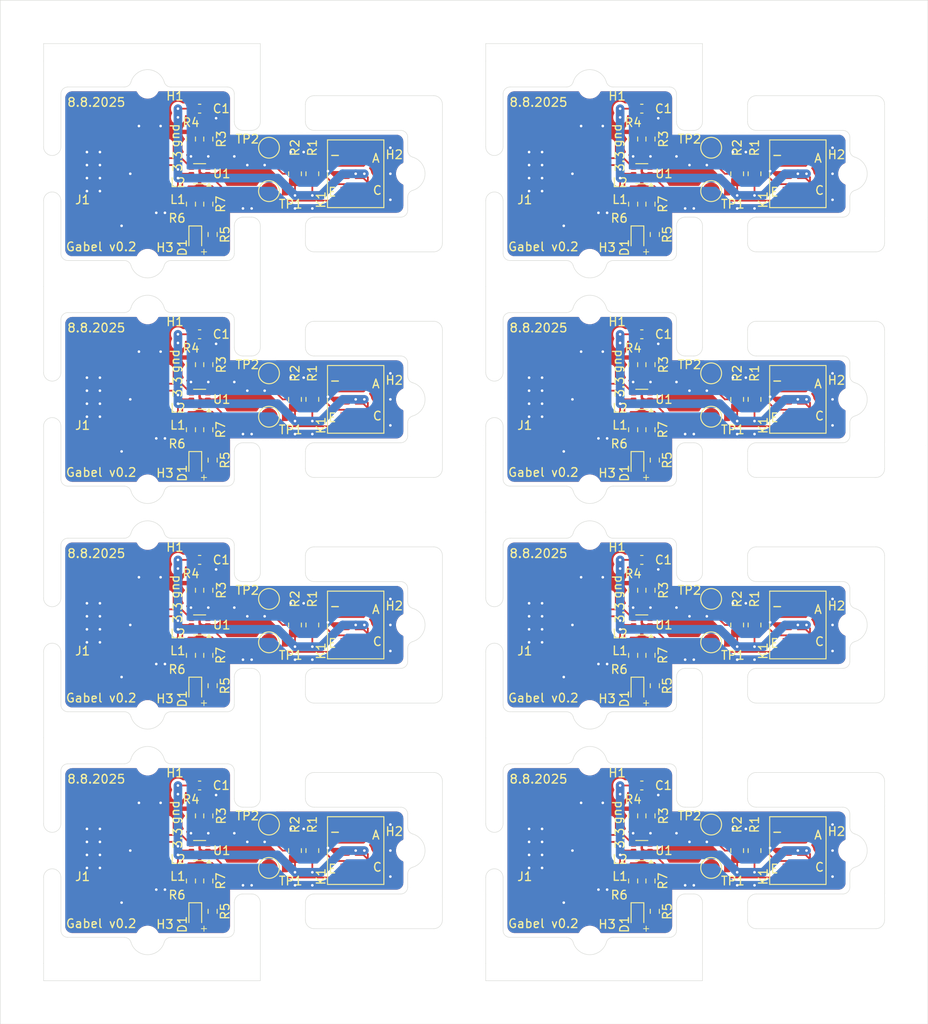
<source format=kicad_pcb>
(kicad_pcb (version 20241229) (generator "pcbnew") (generator_version "9.0")
  (layers (0 "F.Cu" signal) (2 "B.Cu" signal) (13 "F.Paste" user) (15 "B.Paste" user) (5 "F.SilkS" user "F.Silkscreen") (7 "B.SilkS" user "B.Silkscreen") (1 "F.Mask" user) (3 "B.Mask" user) (25 "Edge.Cuts" user))
  (net 0 "")
  (net 1 "+3.3V")
  (net 2 "GND")
  (net 3 "Net-(D1-K)")
  (net 4 "Net-(D1-A)")
  (net 5 "Net-(J1-Pin_1)")
  (net 6 "Net-(U1-2A)")
  (net 7 "Net-(K1-ANODE)")
  (net 8 "Net-(U1-1A)")
  (footprint "Package_TO_SOT_SMD:SOT-363_SC-70-6" (layer "F.Cu") (at 16 36 180)
    (property "Reference" "U1")
    (property "Value" "74LVC2G14GW")
  )
  (footprint "Resistor_SMD:R_0805_2012Metric" (layer "F.Cu") (at 27 88 90)
    (property "Reference" "R2")
    (property "Value" "150 dnp")
  )
  (footprint "iagabel:mousebite" (layer "F.Cu") (at 78.1 82.8)
    (property "Reference" "REF**" (hide yes))
    (property "Value" "mousebite" (hide yes))
  )
  (footprint "iagabel:mousebite" (layer "F.Cu") (at 50.8 89)
    (property "Reference" "REF**8" (hide yes))
    (property "Value" "mousebite" (hide yes))
  )
  (footprint "iagabel:mousebite" (layer "F.Cu") (at 26.1 30.8)
    (property "Reference" "REF**4" (hide yes))
    (property "Value" "mousebite" (hide yes))
  )
  (footprint "iagabel:mousebite" (layer "F.Cu") (at 24.1 15.2)
    (property "Reference" "REF**2" (hide yes))
    (property "Value" "mousebite" (hide yes))
  )
  (footprint "iagabel:mousebite" (layer "F.Cu") (at 28.1 56.8)
    (property "Reference" "REF**" (hide yes))
    (property "Value" "mousebite" (hide yes))
  )
  (footprint "Package_TO_SOT_SMD:SOT-363_SC-70-6" (layer "F.Cu") (at 67 88 180)
    (property "Reference" "U1")
    (property "Value" "74LVC2G14GW")
  )
  (footprint "MountingHole:MountingHole_2.2mm_M2_ISO7380" (layer "F.Cu") (at 10 0)
    (property "Reference" "H1")
    (property "Value" "MountingHole")
  )
  (footprint "iagabel:mousebite" (layer "F.Cu") (at 79.1 82.8)
    (property "Reference" "REF**" (hide yes))
    (property "Value" "mousebite" (hide yes))
  )
  (footprint "iagabel:mousebite" (layer "F.Cu") (at 77.1 82.8)
    (property "Reference" "REF**4" (hide yes))
    (property "Value" "mousebite" (hide yes))
  )
  (footprint "iagabel:mousebite" (layer "F.Cu") (at 26.1 93.2)
    (property "Reference" "REF**4" (hide yes))
    (property "Value" "mousebite" (hide yes))
  )
  (footprint "iagabel:mousebite" (layer "F.Cu") (at 24.1 93.2)
    (property "Reference" "REF**2" (hide yes))
    (property "Value" "mousebite" (hide yes))
  )
  (footprint "Resistor_SMD:R_0805_2012Metric" (layer "F.Cu") (at 27 10 90)
    (property "Reference" "R2")
    (property "Value" "150 dnp")
  )
  (footprint "iagabel:mousebite" (layer "F.Cu") (at 23.1 67.2)
    (property "Reference" "REF**1" (hide yes))
    (property "Value" "mousebite" (hide yes))
  )
  (footprint "iagabel:A2008WR-S-4P" (layer "F.Cu") (at 58 62 90)
    (property "Reference" "J1")
    (property "Value" "A2008WR-S-4P")
  )
  (footprint "Resistor_SMD:R_0603_1608Metric" (layer "F.Cu") (at 15 39.5 -90)
    (property "Reference" "R6")
    (property "Value" "13k")
  )
  (footprint "iagabel:mousebite" (layer "F.Cu") (at -0.2 38)
    (property "Reference" "REF**" (hide yes))
    (property "Value" "mousebite" (hide yes))
  )
  (footprint "TestPoint:TestPoint_Pad_D2.0mm" (layer "F.Cu") (at 75 38)
    (property "Reference" "TP1")
    (property "Value" "TestPoint")
  )
  (footprint "iagabel:A2008WR-S-4P" (layer "F.Cu") (at 58 88 90)
    (property "Reference" "J1")
    (property "Value" "A2008WR-S-4P")
  )
  (footprint "iagabel:A2008WR-S-4P" (layer "F.Cu") (at 58 36 90)
    (property "Reference" "J1")
    (property "Value" "A2008WR-S-4P")
  )
  (footprint "iagabel:Vishay-TCUT" (layer "F.Cu") (at 34 10)
    (property "Reference" "K1")
    (property "Value" "TCUT1300X01")
  )
  (footprint "iagabel:mousebite" (layer "F.Cu") (at 78.1 93.2)
    (property "Reference" "REF**" (hide yes))
    (property "Value" "mousebite" (hide yes))
  )
  (footprint "iagabel:mousebite" (layer "F.Cu") (at 48.5 41.2)
    (property "Reference" "REF**5" (hide yes))
    (property "Value" "mousebite" (hide yes))
  )
  (footprint "iagabel:mousebite" (layer "F.Cu") (at 75.1 15.2)
    (property "Reference" "REF**2" (hide yes))
    (property "Value" "mousebite" (hide yes))
  )
  (footprint "iagabel:mousebite" (layer "F.Cu") (at 45.4 4.8)
    (property "Reference" "REF**10" (hide yes))
    (property "Value" "mousebite" (hide yes))
  )
  (footprint "iagabel:Vishay-TCUT" (layer "F.Cu") (at 85 10)
    (property "Reference" "K1")
    (property "Value" "TCUT1300X01")
  )
  (footprint "iagabel:mousebite" (layer "F.Cu") (at -0.2 64)
    (property "Reference" "REF**" (hide yes))
    (property "Value" "mousebite" (hide yes))
  )
  (footprint "iagabel:mousebite" (layer "F.Cu") (at 97.5 93.2)
    (property "Reference" "REF**11" (hide yes))
    (property "Value" "mousebite" (hide yes))
  )
  (footprint "iagabel:mousebite" (layer "F.Cu") (at 28.1 4.8)
    (property "Reference" "REF**" (hide yes))
    (property "Value" "mousebite" (hide yes))
  )
  (footprint "iagabel:mousebite" (layer "F.Cu") (at 95.4 56.8)
    (property "Reference" "REF**9" (hide yes))
    (property "Value" "mousebite" (hide yes))
  )
  (footprint "Diode_SMD:D_0603_1608Metric" (layer "F.Cu") (at 66.5 69.5 -90)
    (property "Reference" "D1")
    (property "Value" "KT-0603R")
  )
  (footprint "MountingHole:MountingHole_2.2mm_M2_ISO7380" (layer "F.Cu") (at 10 46)
    (property "Reference" "H3")
    (property "Value" "MountingHole")
  )
  (footprint "iagabel:mousebite" (layer "F.Cu") (at 45.4 82.8)
    (property "Reference" "REF**10" (hide yes))
    (property "Value" "mousebite" (hide yes))
  )
  (footprint "iagabel:mousebite" (layer "F.Cu") (at 25.1 67.2)
    (property "Reference" "REF**3" (hide yes))
    (property "Value" "mousebite" (hide yes))
  )
  (footprint "TestPoint:TestPoint_Pad_D2.0mm" (layer "F.Cu") (at 75 7)
    (property "Reference" "TP2")
    (property "Value" "TestPoint")
  )
  (footprint "Diode_SMD:D_0603_1608Metric" (layer "F.Cu") (at 66.5 43.5 -90)
    (property "Reference" "D1")
    (property "Value" "KT-0603R")
  )
  (footprint "MountingHole:MountingHole_2.2mm_M2_ISO7380" (layer "F.Cu") (at 61 78)
    (property "Reference" "H1")
    (property "Value" "MountingHole")
  )
  (footprint "iagabel:mousebite" (layer "F.Cu") (at 50.8 37)
    (property "Reference" "REF**8" (hide yes))
    (property "Value" "mousebite" (hide yes))
  )
  (footprint "MountingHole:MountingHole_2.2mm_M2_ISO7380" (layer "F.Cu") (at 91 88)
    (property "Reference" "H2")
    (property "Value" "MountingHole")
  )
  (footprint "iagabel:mousebite" (layer "F.Cu") (at -0.2 12)
    (property "Reference" "REF**" (hide yes))
    (property "Value" "mousebite" (hide yes))
  )
  (footprint "Resistor_SMD:R_0603_1608Metric" (layer "F.Cu") (at 17 91.5 -90)
    (property "Reference" "R7")
    (property "Value" "13k")
  )
  (footprint "Resistor_SMD:R_0603_1608Metric" (layer "F.Cu") (at 17.5 69 -90)
    (property "Reference" "R5")
    (property "Value" "470R")
  )
  (footprint "iagabel:mousebite" (layer "F.Cu") (at 95.5 67.2)
    (property "Reference" "REF**9" (hide yes))
    (property "Value" "mousebite" (hide yes))
  )
  (footprint "iagabel:mousebite" (layer "F.Cu") (at 50.8 38)
    (property "Reference" "REF**" (hide yes))
    (property "Value" "mousebite" (hide yes))
  )
  (footprint "Resistor_SMD:R_0805_2012Metric" (layer "F.Cu") (at 78 36 90)
    (property "Reference" "R2")
    (property "Value" "150 dnp")
  )
  (footprint "iagabel:mousebite" (layer "F.Cu") (at 95.4 82.8)
    (property "Reference" "REF**9" (hide yes))
    (property "Value" "mousebite" (hide yes))
  )
  (footprint "iagabel:mousebite" (layer "F.Cu") (at 99.5 41.2)
    (property "Reference" "REF**5" (hide yes))
    (property "Value" "mousebite" (hide yes))
  )
  (footprint "MountingHole:MountingHole_2.2mm_M2_ISO7380" (layer "F.Cu") (at 91 10)
    (property "Reference" "H2")
    (property "Value" "MountingHole")
  )
  (footprint "iagabel:mousebite" (layer "F.Cu") (at 74.1 82.8)
    (property "Reference" "REF**1" (hide yes))
    (property "Value" "mousebite" (hide yes))
  )
  (footprint "iagabel:mousebite" (layer "F.Cu") (at 47.4 4.8)
    (property "Reference" "REF**12" (hide yes))
    (property "Value" "mousebite" (hide yes))
  )
  (footprint "iagabel:mousebite" (layer "F.Cu") (at 99.4 56.8)
    (property "Reference" "REF**5" (hide yes))
    (property "Value" "mousebite" (hide yes))
  )
  (footprint "MountingHole:MountingHole_2.2mm_M2_ISO7380" (layer "F.Cu") (at 10 72)
    (property "Reference" "H3")
    (property "Value" "MountingHole")
  )
  (footprint "iagabel:mousebite" (layer "F.Cu") (at 44.5 93.2)
    (property "Reference" "REF**9" (hide yes))
    (property "Value" "mousebite" (hide yes))
  )
  (footprint "iagabel:mousebite" (layer "F.Cu") (at 78.1 56.8)
    (property "Reference" "REF**" (hide yes))
    (property "Value" "mousebite" (hide yes))
  )
  (footprint "Resistor_SMD:R_0603_1608Metric" (layer "F.Cu") (at 68 13.5 -90)
    (property "Reference" "R7")
    (property "Value" "13k")
  )
  (footprint "Capacitor_SMD:C_0603_1608Metric" (layer "F.Cu") (at 67 54.5)
    (property "Reference" "C1")
    (property "Value" "100nF")
  )
  (footprint "iagabel:Vishay-TCUT" (layer "F.Cu") (at 34 62)
    (property "Reference" "K1")
    (property "Value" "TCUT1300X01")
  )
  (footprint "iagabel:mousebite" (layer "F.Cu") (at 48.4 30.8)
    (property "Reference" "REF**5" (hide yes))
    (property "Value" "mousebite" (hide yes))
  )
  (footprint "iagabel:mousebite" (layer "F.Cu") (at 98.5 93.2)
    (property "Reference" "REF**12" (hide yes))
    (property "Value" "mousebite" (hide yes))
  )
  (footprint "iagabel:mousebite" (layer "F.Cu") (at 77.1 56.8)
    (property "Reference" "REF**4" (hide yes))
    (property "Value" "mousebite" (hide yes))
  )
  (footprint "iagabel:A2008WR-S-4P" (layer "F.Cu") (at 58 10 90)
    (property "Reference" "J1")
    (property "Value" "A2008WR-S-4P")
  )
  (footprint "Resistor_SMD:R_0603_1608Metric" (layer "F.Cu") (at 68.5 95 -90)
    (property "Reference" "R5")
    (property "Value" "470R")
  )
  (footprint "iagabel:mousebite" (layer "F.Cu") (at 78.1 15.2)
    (property "Reference" "REF**" (hide yes))
    (property "Value" "mousebite" (hide yes))
  )
  (footprint "iagabel:mousebite" (layer "F.Cu") (at 27.1 67.2)
    (property "Reference" "REF**" (hide yes))
    (property "Value" "mousebite" (hide yes))
  )
  (footprint "TestPoint:TestPoint_Pad_D2.0mm" (layer "F.Cu") (at 75 59)
    (property "Reference" "TP2")
    (property "Value" "TestPoint")
  )
  (footprint "iagabel:mousebite" (layer "F.Cu") (at 50.8 90)
    (property "Reference" "REF**" (hide yes))
    (property "Value" "mousebite" (hide yes))
  )
  (footprint "iagabel:mousebite" (layer "F.Cu") (at 28.1 15.2)
    (property "Reference" "REF**" (hide yes))
    (property "Value" "mousebite" (hide yes))
  )
  (footprint "iagabel:mousebite" (layer "F.Cu") (at 27.1 41.2)
    (property "Reference" "REF**" (hide yes))
    (property "Value" "mousebite" (hide yes))
  )
  (footprint "Diode_SMD:D_0603_1608Metric" (layer "F.Cu") (at 66.5 95.5 -90)
    (property "Reference" "D1")
    (property "Value" "KT-0603R")
  )
  (footprint "iagabel:mousebite" (layer "F.Cu") (at 47.4 82.8)
    (property "Reference" "REF**12" (hide yes))
    (property "Value" "mousebite" (hide yes))
  )
  (footprint "iagabel:mousebite" (layer "F.Cu") (at 25.1 30.8)
    (property "Reference" "REF**3" (hide yes))
    (property "Value" "mousebite" (hide yes))
  )
  (footprint "iagabel:mousebite" (layer "F.Cu") (at 48.5 15.2)
    (property "Reference" "REF**5" (hide yes))
    (property "Value" "mousebite" (hide yes))
  )
  (footprint "Resistor_SMD:R_0805_2012Metric" (layer "F.Cu") (at 80 36 90)
    (property "Reference" "R1")
    (property "Value" "150R")
  )
  (footprint "iagabel:mousebite" (layer "F.Cu") (at 96.5 41.2)
    (property "Reference" "REF**10" (hide yes))
    (property "Value" "mousebite" (hide yes))
  )
  (footprint "iagabel:mousebite" (layer "F.Cu") (at 44.5 67.2)
    (property "Reference" "REF**9" (hide yes))
    (property "Value" "mousebite" (hide yes))
  )
  (footprint "TestPoint:TestPoint_Pad_D2.0mm" (layer "F.Cu") (at 24 90)
    (property "Reference" "TP1")
    (property "Value" "TestPoint")
  )
  (footprint "iagabel:mousebite" (layer "F.Cu") (at 78.1 30.8)
    (property "Reference" "REF**" (hide yes))
    (property "Value" "mousebite" (hide yes))
  )
  (footprint "iagabel:mousebite" (layer "F.Cu") (at 44.5 41.2)
    (property "Reference" "REF**9" (hide yes))
    (property "Value" "mousebite" (hide yes))
  )
  (footprint "TestPoint:TestPoint_Pad_D2.0mm" (layer "F.Cu") (at 75 12)
    (property "Reference" "TP1")
    (property "Value" "TestPoint")
  )
  (footprint "iagabel:Vishay-TCUT" (layer "F.Cu") (at 34 36)
    (property "Reference" "K1")
    (property "Value" "TCUT1300X01")
  )
  (footprint "Resistor_SMD:R_0603_1608Metric" (layer "F.Cu") (at 66 6 90)
    (property "Reference" "R4")
    (property "Value" "13k")
  )
  (footprint "iagabel:mousebite" (layer "F.Cu") (at 27.1 93.2)
    (property "Reference" "REF**" (hide yes))
    (property "Value" "mousebite" (hide yes))
  )
  (footprint "MountingHole:MountingHole_2.2mm_M2_ISO7380" (layer "F.Cu") (at 91 62)
    (property "Reference" "H2")
    (property "Value" "MountingHole")
  )
  (footprint "iagabel:mousebite" (layer "F.Cu") (at 74.1 67.2)
    (property "Reference" "REF**1" (hide yes))
    (property "Value" "mousebite" (hide yes))
  )
  (footprint "Resistor_SMD:R_0805_2012Metric" (layer "F.Cu") (at 78 62 90)
    (property "Reference" "R2")
    (property "Value" "150 dnp")
  )
  (footprint "iagabel:mousebite" (layer "F.Cu") (at 95.5 93.2)
    (property "Reference" "REF**9" (hide yes))
    (property "Value" "mousebite" (hide yes))
  )
  (footprint "iagabel:mousebite" (layer "F.Cu") (at -0.2 60)
    (property "Reference" "REF**5" (hide yes))
    (property "Value" "mousebite" (hide yes))
  )
  (footprint "iagabel:mousebite" (layer "F.Cu") (at -0.2 36)
    (property "Reference" "REF**7" (hide yes))
    (property "Value" "mousebite" (hide yes))
  )
  (footprint "Diode_SMD:D_0603_1608Metric" (layer "F.Cu") (at 15.5 17.5 -90)
    (property "Reference" "D1")
    (property "Value" "KT-0603R")
  )
  (footprint "Resistor_SMD:R_0603_1608Metric" (layer "F.Cu") (at 66 84 90)
    (property "Reference" "R4")
    (property "Value" "13k")
  )
  (footprint "iagabel:mousebite" (layer "F.Cu") (at 99.4 30.8)
    (property "Reference" "REF**5" (hide yes))
    (property "Value" "mousebite" (hide yes))
  )
  (footprint "iagabel:mousebite" (layer "F.Cu") (at 76.1 56.8)
    (property "Reference" "REF**3" (hide yes))
    (property "Value" "mousebite" (hide yes))
  )
  (footprint "iagabel:mousebite" (layer "F.Cu") (at 98.4 82.8)
    (property "Reference" "REF**12" (hide yes))
    (property "Value" "mousebite" (hide yes))
  )
  (footprint "iagabel:mousebite" (layer "F.Cu") (at 50.8 64)
    (property "Reference" "REF**" (hide yes))
    (property "Value" "mousebite" (hide yes))
  )
  (footprint "Resistor_SMD:R_0603_1608Metric" (layer "F.Cu") (at 17.5 95 -90)
    (property "Reference" "R5")
    (property "Value" "470R")
  )
  (footprint "Resistor_SMD:R_0603_1608Metric" (layer "F.Cu") (at 68 91.5 -90)
    (property "Reference" "R7")
    (property "Value" "13k")
  )
  (footprint "TestPoint:TestPoint_Pad_D2.0mm" (layer "F.Cu") (at 24 7)
    (property "Reference" "TP2")
    (property "Value" "TestPoint")
  )
  (footprint "Resistor_SMD:R_0603_1608Metric" (layer "F.Cu") (at 15 58 90)
    (property "Reference" "R4")
    (property "Value" "13k")
  )
  (footprint "iagabel:mousebite" (layer "F.Cu") (at 46.5 15.2)
    (property "Reference" "REF**11" (hide yes))
    (property "Value" "mousebite" (hide yes))
  )
  (footprint "iagabel:mousebite" (layer "F.Cu") (at 76.1 41.2)
    (property "Reference" "REF**3" (hide yes))
    (property "Value" "mousebite" (hide yes))
  )
  (footprint "iagabel:mousebite" (layer "F.Cu") (at 26.1 41.2)
    (property "Reference" "REF**4" (hide yes))
    (property "Value" "mousebite" (hide yes))
  )
  (footprint "iagabel:Vishay-TCUT" (layer "F.Cu") (at 34 88)
    (property "Reference" "K1")
    (property "Value" "TCUT1300X01")
  )
  (footprint "iagabel:mousebite" (layer "F.Cu") (at 98.4 30.8)
    (property "Reference" "REF**12" (hide yes))
    (property "Value" "mousebite" (hide yes))
  )
  (footprint "iagabel:mousebite" (layer "F.Cu") (at 77.1 15.2)
    (property "Reference" "REF**4" (hide yes))
    (property "Value" "mousebite" (hide yes))
  )
  (footprint "iagabel:mousebite" (layer "F.Cu") (at 50.8 60)
    (property "Reference" "REF**5" (hide yes))
    (property "Value" "mousebite" (hide yes))
  )
  (footprint "iagabel:mousebite" (layer "F.Cu") (at 50.8 10)
    (property "Reference" "REF**7" (hide yes))
    (property "Value" "mousebite" (hide yes))
  )
  (footprint "TestPoint:TestPoint_Pad_D2.0mm" (layer "F.Cu") (at 75 64)
    (property "Reference" "TP1")
    (property "Value" "TestPoint")
  )
  (footprint "iagabel:mousebite" (layer "F.Cu") (at 96.5 93.2)
    (property "Reference" "REF**10" (hide yes))
    (property "Value" "mousebite" (hide yes))
  )
  (footprint "iagabel:mousebite" (layer "F.Cu") (at 76.1 15.2)
    (property "Reference" "REF**3" (hide yes))
    (property "Value" "mousebite" (hide yes))
  )
  (footprint "iagabel:mousebite" (layer "F.Cu") (at -0.2 11)
    (property "Reference" "REF**8" (hide yes))
    (property "Value" "mousebite" (hide yes))
  )
  (footprint "MountingHole:MountingHole_2.2mm_M2_ISO7380" (layer "F.Cu") (at 10 20)
    (property "Reference" "H3")
    (property "Value" "MountingHole")
  )
  (footprint "MountingHole:MountingHole_2.2mm_M2_ISO7380" (layer "F.Cu") (at 61 46)
    (property "Reference" "H3")
    (property "Value" "MountingHole")
  )
  (footprint "iagabel:mousebite" (layer "F.Cu") (at -0.2 35)
    (property "Reference" "REF**6" (hide yes))
    (property "Value" "mousebite" (hide yes))
  )
  (footprint "iagabel:mousebite" (layer "F.Cu") (at 77.1 30.8)
    (property "Reference" "REF**4" (hide yes))
    (property "Value" "mousebite" (hide yes))
  )
  (footprint "Package_TO_SOT_SMD:SOT-363_SC-70-6" (layer "F.Cu") (at 16 10 180)
    (property "Reference" "U1")
    (property "Value" "74LVC2G14GW")
  )
  (footprint "Resistor_SMD:R_0603_1608Metric" (layer "F.Cu") (at 17 65.5 -90)
    (property "Reference" "R7")
    (property "Value" "13k")
  )
  (footprint "iagabel:mousebite" (layer "F.Cu") (at 96.4 4.8)
    (property "Reference" "REF**10" (hide yes))
    (property "Value" "mousebite" (hide yes))
  )
  (footprint "iagabel:mousebite" (layer "F.Cu") (at 50.8 87)
    (property "Reference" "REF**6" (hide yes))
    (property "Value" "mousebite" (hide yes))
  )
  (footprint "iagabel:mousebite" (layer "F.Cu") (at 79.1 67.2)
    (property "Reference" "REF**" (hide yes))
    (property "Value" "mousebite" (hide yes))
  )
  (footprint "iagabel:mousebite" (layer "F.Cu") (at 96.4 82.8)
    (property "Reference" "REF**10" (hide yes))
    (property "Value" "mousebite" (hide yes))
  )
  (footprint "iagabel:mousebite" (layer "F.Cu") (at 46.4 56.8)
    (property "Reference" "REF**11" (hide yes))
    (property "Value" "mousebite" (hide yes))
  )
  (footprint "iagabel:mousebite" (layer "F.Cu") (at 78.1 67.2)
    (property "Reference" "REF**" (hide yes))
    (property "Value" "mousebite" (hide yes))
  )
  (footprint "Package_TO_SOT_SMD:SOT-363_SC-70-6" (layer "F.Cu") (at 67 62 180)
    (property "Reference" "U1")
    (property "Value" "74LVC2G14GW")
  )
  (footprint "TestPoint:TestPoint_Pad_D2.0mm" (layer "F.Cu") (at 75 33)
    (property "Reference" "TP2")
    (property "Value" "TestPoint")
  )
  (footprint "iagabel:mousebite" (layer "F.Cu") (at 27.1 82.8)
    (property "Reference" "REF**" (hide yes))
    (property "Value" "mousebite" (hide yes))
  )
  (footprint "iagabel:mousebite" (layer "F.Cu") (at 47.4 56.8)
    (property "Reference" "REF**12" (hide yes))
    (property "Value" "mousebite" (hide yes))
  )
  (footprint "iagabel:mousebite" (layer "F.Cu") (at 27.1 15.2)
    (property "Reference" "REF**" (hide yes))
    (property "Value" "mousebite" (hide yes))
  )
  (footprint "Resistor_SMD:R_0805_2012Metric" (layer "F.Cu") (at 78 10 90)
    (property "Reference" "R2")
    (property "Value" "150 dnp")
  )
  (footprint "iagabel:mousebite" (layer "F.Cu") (at 50.8 61)
    (property "Reference" "REF**6" (hide yes))
    (property "Value" "mousebite" (hide yes))
  )
  (footprint "MountingHole:MountingHole_2.2mm_M2_ISO7380" (layer "F.Cu") (at 61 20)
    (property "Reference" "H3")
    (property "Value" "MountingHole")
  )
  (footprint "MountingHole:MountingHole_2.2mm_M2_ISO7380" (layer "F.Cu") (at 61 72)
    (property "Reference" "H3")
    (property "Value" "MountingHole")
  )
  (footprint "Diode_SMD:D_0603_1608Metric" (layer "F.Cu") (at 66.5 17.5 -90)
    (property "Reference" "D1")
    (property "Value" "KT-0603R")
  )
  (footprint "Resistor_SMD:R_0603_1608Metric" (layer "F.Cu") (at 68 84 90)
    (property "Reference" "R3")
    (property "Value" "13k")
  )
  (footprint "iagabel:mousebite" (layer "F.Cu") (at 98.5 67.2)
    (property "Reference" "REF**12" (hide yes))
    (property "Value" "mousebite" (hide yes))
  )
  (footprint "iagabel:mousebite" (layer "F.Cu") (at 47.5 93.2)
    (property "Reference" "REF**12" (hide yes))
    (property "Value" "mousebite" (hide yes))
  )
  (footprint "iagabel:mousebite" (layer "F.Cu") (at 46.4 30.8)
    (property "Reference" "REF**11" (hide yes))
    (property "Value" "mousebite" (hide yes))
  )
  (footprint "iagabel:mousebite" (layer "F.Cu") (at 45.5 93.2)
    (property "Reference" "REF**10" (hide yes))
    (property "Value" "mousebite" (hide yes))
  )
  (footprint "iagabel:Vishay-TCUT" (layer "F.Cu") (at 85 62)
    (property "Reference" "K1")
    (property "Value" "TCUT1300X01")
  )
  (footprint "iagabel:mousebite" (layer "F.Cu") (at 48.4 82.8)
    (property "Reference" "REF**5" (hide yes))
    (property "Value" "mousebite" (hide yes))
  )
  (footprint "iagabel:mousebite" (layer "F.Cu") (at 99.4 82.8)
    (property "Reference" "REF**5" (hide yes))
    (property "Value" "mousebite" (hide yes))
  )
  (footprint "MountingHole:MountingHole_2.2mm_M2_ISO7380" (layer "F.Cu") (at 10 98)
    (property "Reference" "H3")
    (property "Value" "MountingHole")
  )
  (footprint "iagabel:mousebite" (layer "F.Cu") (at 96.4 30.8)
    (property "Reference" "REF**10" (hide yes))
    (property "Value" "mousebite" (hide yes))
  )
  (footprint "iagabel:mousebite" (layer "F.Cu") (at 76.1 67.2)
    (property "Reference" "REF**3" (hide yes))
    (property "Value" "mousebite" (hide yes))
  )
  (footprint "iagabel:mousebite" (layer "F.Cu") (at 44.5 15.2)
    (property "Reference" "REF**9" (hide yes))
    (property "Value" "mousebite" (hide yes))
  )
  (footprint "iagabel:A2008WR-S-4P" (layer "F.Cu") (at 7 10 90)
    (property "Reference" "J1")
    (property "Value" "A2008WR-S-4P")
  )
  (footprint "Resistor_SMD:R_0603_1608Metric" (layer "F.Cu") (at 17 39.5 -90)
    (property "Reference" "R7")
    (property "Value" "13k")
  )
  (footprint "Resistor_SMD:R_0603_1608Metric" (layer "F.Cu") (at 17 32 90)
    (property "Reference" "R3")
    (property "Value" "13k")
  )
  (footprint "iagabel:mousebite" (layer "F.Cu") (at 24.1 4.8)
    (property "Reference" "REF**2" (hide yes))
    (property "Value" "mousebite" (hide yes))
  )
  (footprint "iagabel:mousebite" (layer "F.Cu") (at 79.1 56.8)
    (property "Reference" "REF**" (hide yes))
    (property "Value" "mousebite" (hide yes))
  )
  (footprint "iagabel:mousebite" (layer "F.Cu") (at 97.5 67.2)
    (property "Reference" "REF**11" (hide yes))
    (property "Value" "mousebite" (hide yes))
  )
  (footprint "iagabel:mousebite" (layer "F.Cu") (at 95.4 30.8)
    (property "Reference" "REF**9" (hide yes))
    (property "Value" "mousebite" (hide yes))
  )
  (footprint "iagabel:mousebite" (layer "F.Cu") (at 45.4 30.8)
    (property "Reference" "REF**10" (hide yes))
    (property "Value" "mousebite" (hide yes))
  )
  (footprint "Resistor_SMD:R_0805_2012Metric" (layer "F.Cu") (at 80 88 90)
    (property "Reference" "R1")
    (property "Value" "150R")
  )
  (footprint "iagabel:mousebite" (layer "F.Cu") (at 95.5 15.2)
    (property "Reference" "REF**9" (hide yes))
    (property "Value" "mousebite" (hide yes))
  )
  (footprint "iagabel:mousebite" (layer "F.Cu") (at 47.4 30.8)
    (property "Reference" "REF**12" (hide yes))
    (property "Value" "mousebite" (hide yes))
  )
  (footprint "iagabel:mousebite" (layer "F.Cu") (at 24.1 67.2)
    (property "Reference" "REF**2" (hide yes))
    (property "Value" "mousebite" (hide yes))
  )
  (footprint "TestPoint:TestPoint_Pad_D2.0mm" (layer "F.Cu") (at 24 12)
    (property "Reference" "TP1")
    (property "Value" "TestPoint")
  )
  (footprint "Package_TO_SOT_SMD:SOT-363_SC-70-6" (layer "F.Cu") (at 16 62 180)
    (property "Reference" "U1")
    (property "Value" "74LVC2G14GW")
  )
  (footprint "iagabel:mousebite" (layer "F.Cu") (at 75.1 82.8)
    (property "Reference" "REF**2" (hide yes))
    (property "Value" "mousebite" (hide yes))
  )
  (footprint "Resistor_SMD:R_0805_2012Metric" (layer "F.Cu") (at 27 62 90)
    (property "Reference" "R2")
    (property "Value" "150 dnp")
  )
  (footprint "iagabel:mousebite" (layer "F.Cu") (at 79.1 15.2)
    (property "Reference" "REF**" (hide yes))
    (property "Value" "mousebite" (hide yes))
  )
  (footprint "iagabel:mousebite" (layer "F.Cu") (at 75.1 67.2)
    (property "Reference" "REF**2" (hide yes))
    (property "Value" "mousebite" (hide yes))
  )
  (footprint "iagabel:mousebite" (layer "F.Cu") (at 25.1 41.2)
    (property "Reference" "REF**3" (hide yes))
    (property "Value" "mousebite" (hide yes))
  )
  (footprint "iagabel:mousebite" (layer "F.Cu") (at 47.5 67.2)
    (property "Reference" "REF**12" (hide yes))
    (property "Value" "mousebite" (hide yes))
  )
  (footprint "Capacitor_SMD:C_0603_1608Metric" (layer "F.Cu") (at 16 2.5)
    (property "Reference" "C1")
    (property "Value" "100nF")
  )
  (footprint "iagabel:mousebite" (layer "F.Cu") (at 74.1 4.8)
    (property "Reference" "REF**1" (hide yes))
    (property "Value" "mousebite" (hide yes))
  )
  (footprint "MountingHole:MountingHole_2.2mm_M2_ISO7380" (layer "F.Cu") (at 40 36)
    (property "Reference" "H2")
    (property "Value" "MountingHole")
  )
  (footprint "iagabel:mousebite" (layer "F.Cu") (at 26.1 82.8)
    (property "Reference" "REF**4" (hide yes))
    (property "Value" "mousebite" (hide yes))
  )
  (footprint "MountingHole:MountingHole_2.2mm_M2_ISO7380" (layer "F.Cu") (at 40 62)
    (property "Reference" "H2")
    (property "Value" "MountingHole")
  )
  (footprint "Resistor_SMD:R_0603_1608Metric" (layer "F.Cu") (at 15 32 90)
    (property "Reference" "R4")
    (property "Value" "13k")
  )
  (footprint "iagabel:A2008WR-S-4P" (layer "F.Cu") (at 7 88 90)
    (property "Reference" "J1")
    (property "Value" "A2008WR-S-4P")
  )
  (footprint "iagabel:mousebite" (layer "F.Cu") (at -0.2 88)
    (property "Reference" "REF**7" (hide yes))
    (property "Value" "mousebite" (hide yes))
  )
  (footprint "Resistor_SMD:R_0603_1608Metric" (layer "F.Cu") (at 15 6 90)
    (property "Reference" "R4")
    (property "Value" "13k")
  )
  (footprint "iagabel:mousebite" (layer "F.Cu") (at 50.8 62)
    (property "Reference" "REF**7" (hide yes))
    (property "Value" "mousebite" (hide yes))
  )
  (footprint "iagabel:mousebite" (layer "F.Cu") (at -0.2 90)
    (property "Reference" "REF**" (hide yes))
    (property "Value" "mousebite" (hide yes))
  )
  (footprint "Resistor_SMD:R_0603_1608Metric" (layer "F.Cu") (at 68.5 43 -90)
    (property "Reference" "R5")
    (property "Value" "470R")
  )
  (footprint "TestPoint:TestPoint_Pad_D2.0mm" (layer "F.Cu") (at 24 59)
    (property "Reference" "TP2")
    (property "Value" "TestPoint")
  )
  (footprint "iagabel:mousebite" (layer "F.Cu") (at 25.1 82.8)
    (property "Reference" "REF**3" (hide yes))
    (property "Value" "mousebite" (hide yes))
  )
  (footprint "iagabel:mousebite" (layer "F.Cu") (at 24.1 41.2)
    (property "Reference" "REF**2" (hide yes))
    (property "Value" "mousebite" (hide yes))
  )
  (footprint "iagabel:mousebite" (layer "F.Cu") (at 23.1 41.2)
    (property "Reference" "REF**1" (hide yes))
    (property "Value" "mousebite" (hide yes))
  )
  (footprint "iagabel:mousebite" (layer "F.Cu") (at 50.8 63)
    (property "Reference" "REF**8" (hide yes))
    (property "Value" "mousebite" (hide yes))
  )
  (footprint "iagabel:mousebite" (layer "F.Cu") (at 97.5 41.2)
    (property "Reference" "REF**11" (hide yes))
    (property "Value" "mousebite" (hide yes))
  )
  (footprint "Resistor_SMD:R_0603_1608Metric" (layer "F.Cu") (at 15 13.5 -90)
    (property "Reference" "R6")
    (property "Value" "13k")
  )
  (footprint "iagabel:mousebite" (layer "F.Cu") (at 97.5 15.2)
    (property "Reference" "REF**11" (hide yes))
    (property "Value" "mousebite" (hide yes))
  )
  (footprint "Package_TO_SOT_SMD:SOT-363_SC-70-6" (layer "F.Cu") (at 67 10 180)
    (property "Reference" "U1")
    (property "Value" "74LVC2G14GW")
  )
  (footprint "Resistor_SMD:R_0603_1608Metric" (layer "F.Cu") (at 66 39.5 -90)
    (property "Reference" "R6")
    (property "Value" "13k")
  )
  (footprint "iagabel:mousebite" (layer "F.Cu") (at 99.4 4.8)
    (property "Reference" "REF**5" (hide yes))
    (property "Value" "mousebite" (hide yes))
  )
  (footprint "Resistor_SMD:R_0603_1608Metric" (layer "F.Cu") (at 66 58 90)
    (property "Reference" "R4")
    (property "Value" "13k")
  )
  (footprint "Resistor_SMD:R_0603_1608Metric" (layer "F.Cu") (at 68 65.5 -90)
    (property "Reference" "R7")
    (property "Value" "13k")
  )
  (footprint "Capacitor_SMD:C_0603_1608Metric" (layer "F.Cu") (at 16 28.5)
    (property "Reference" "C1")
    (property "Value" "100nF")
  )
  (footprint "Resistor_SMD:R_0603_1608Metric" (layer "F.Cu") (at 17 84 90)
    (property "Reference" "R3")
    (property "Value" "13k")
  )
  (footprint "Capacitor_SMD:C_0603_1608Metric" (layer "F.Cu") (at 67 80.5)
    (property "Reference" "C1")
    (property "Value" "100nF")
  )
  (footprint "iagabel:A2008WR-S-4P" (layer "F.Cu") (at 7 36 90)
    (property "Reference" "J1")
    (property "Value" "A2008WR-S-4P")
  )
  (footprint "Capacitor_SMD:C_0603_1608Metric" (layer "F.Cu") (at 67 28.5)
    (property "Reference" "C1")
    (property "Value" "100nF")
  )
  (footprint "Capacitor_SMD:C_0603_1608Metric" (layer "F.Cu") (at 16 80.5)
    (property "Reference" "C1")
    (property "Value" "100nF")
  )
  (footprint "iagabel:mousebite" (layer "F.Cu") (at 79.1 93.2)
    (property "Reference" "REF**" (hide yes))
    (property "Value" "mousebite" (hide yes))
  )
  (footprint "iagabel:mousebite" (layer "F.Cu") (at 50.8 35)
    (property "Reference" "REF**6" (hide yes))
    (property "Value" "mousebite" (hide yes))
  )
  (footprint "iagabel:mousebite" (layer "F.Cu") (at 24.1 56.8)
    (property "Reference" "REF**2" (hide yes))
    (property "Value" "mousebite" (hide yes))
  )
  (footprint "iagabel:mousebite" (layer "F.Cu") (at 50.8 86)
    (property "Reference" "REF**5" (hide yes))
    (property "Value" "mousebite" (hide yes))
  )
  (footprint "iagabel:mousebite" (layer "F.Cu") (at 25.1 56.8)
    (property "Reference" "REF**3" (hide yes))
    (property "Value" "mousebite" (hide yes))
  )
  (footprint "TestPoint:TestPoint_Pad_D2.0mm" (layer "F.Cu") (at 75 85)
    (property "Reference" "TP2")
    (property "Value" "TestPoint")
  )
  (footprint "iagabel:mousebite" (layer "F.Cu") (at 48.4 4.8)
    (property "Reference" "REF**5" (hide yes))
    (property "Value" "mousebite" (hide yes))
  )
  (footprint "iagabel:mousebite" (layer "F.Cu") (at 97.4 4.8)
    (property "Reference" "REF**11" (hide yes))
    (property "Value" "mousebite" (hide yes))
  )
  (footprint "iagabel:mousebite" (layer "F.Cu") (at 98.5 41.2)
    (property "Reference" "REF**12" (hide yes))
    (property "Value" "mousebite" (hide yes))
  )
  (footprint "iagabel:mousebite" (layer "F.Cu") (at 50.8 8)
    (property "Reference" "REF**5" (hide yes))
    (property "Value" "mousebite" (hide yes))
  )
  (footprint "MountingHole:MountingHole_2.2mm_M2_ISO7380" (layer "F.Cu") (at 61 0)
    (property "Reference" "H1")
    (property "Value" "MountingHole")
  )
  (footprint "iagabel:mousebite" (layer "F.Cu") (at 97.4 82.8)
    (property "Reference" "REF**11" (hide yes))
    (property "Value" "mousebite" (hide yes))
  )
  (footprint "iagabel:mousebite" (layer "F.Cu") (at 47.5 41.2)
    (property "Reference" "REF**12" (hide yes))
    (property "Value" "mousebite" (hide yes))
  )
  (footprint "Resistor_SMD:R_0603_1608Metric" (layer "F.Cu") (at 68.5 69 -90)
    (property "Reference" "R5")
    (property "Value" "470R")
  )
  (footprint "iagabel:mousebite" (layer "F.Cu") (at 23.1 56.8)
    (property "Reference" "REF**1" (hide yes))
    (property "Value" "mousebite" (hide yes))
  )
  (footprint "iagabel:mousebite" (layer "F.Cu") (at -0.2 62)
    (property "Reference" "REF**7" (hide yes))
    (property "Value" "mousebite" (hide yes))
  )
  (footprint "iagabel:mousebite" (layer "F.Cu") (at 48.5 93.2)
    (property "Reference" "REF**5" (hide yes))
    (property "Value" "mousebite" (hide yes))
  )
  (footprint "iagabel:mousebite" (layer "F.Cu") (at 27.1 4.8)
    (property "Reference" "REF**" (hide yes))
    (property "Value" "mousebite" (hide yes))
  )
  (footprint "iagabel:mousebite" (layer "F.Cu") (at 45.5 41.2)
    (property "Reference" "REF**10" (hide yes))
    (property "Value" "mousebite" (hide yes))
  )
  (footprint "iagabel:mousebite" (layer "F.Cu") (at 78.1 41.2)
    (property "Reference" "REF**" (hide yes))
    (property "Value" "mousebite" (hide yes))
  )
  (footprint "Resistor_SMD:R_0603_1608Metric" (layer "F.Cu") (at 17 6 90)
    (property "Reference" "R3")
    (property "Value" "13k")
  )
  (footprint "Resistor_SMD:R_0805_2012Metric" (layer "F.Cu") (at 80 10 90)
    (property "Reference" "R1")
    (property "Value" "150R")
  )
  (footprint "iagabel:mousebite" (layer "F.Cu") (at 74.1 56.8)
    (property "Reference" "REF**1" (hide yes))
    (property "Value" "mousebite" (hide yes))
  )
  (footprint "iagabel:mousebite" (layer "F.Cu") (at 50.8 11)
    (property "Reference" "REF**8" (hide yes))
    (property "Value" "mousebite" (hide yes))
  )
  (footprint "iagabel:mousebite" (layer "F.Cu") (at 50.8 34)
    (property "Reference" "REF**5" (hide yes))
    (property "Value" "mousebite" (hide yes))
  )
  (footprint "MountingHole:MountingHole_2.2mm_M2_ISO7380" (layer "F.Cu") (at 10 26)
    (property "Reference" "H1")
    (property "Value" "MountingHole")
  )
  (footprint "iagabel:mousebite" (layer "F.Cu") (at 28.1 41.2)
    (property "Reference" "REF**" (hide yes))
    (property "Value" "mousebite" (hide yes))
  )
  (footprint "Package_TO_SOT_SMD:SOT-363_SC-70-6" (layer "F.Cu") (at 67 36 180)
    (property "Reference" "U1")
    (property "Value" "74LVC2G14GW")
  )
  (footprint "iagabel:mousebite" (layer "F.Cu") (at 25.1 93.2)
    (property "Reference" "REF**3" (hide yes))
    (property "Value" "mousebite" (hide yes))
  )
  (footprint "iagabel:mousebite" (layer "F.Cu") (at 97.4 56.8)
    (property "Reference" "REF**11" (hide yes))
    (property "Value" "mousebite" (hide yes))
  )
  (footprint "MountingHole:MountingHole_2.2mm_M2_ISO7380" (layer "F.Cu") (at 10 78)
    (property "Reference" "H1")
    (property "Value" "MountingHole")
  )
  (footprint "iagabel:mousebite" (layer "F.Cu") (at -0.2 86)
    (property "Reference" "REF**5" (hide yes))
    (property "Value" "mousebite" (hide yes))
  )
  (footprint "Resistor_SMD:R_0805_2012Metric" (layer "F.Cu") (at 27 36 90)
    (property "Reference" "R2")
    (property "Value" "150 dnp")
  )
  (footprint "iagabel:Vishay-TCUT" (layer "F.Cu") (at 85 36)
    (property "Reference" "K1")
    (property "Value" "TCUT1300X01")
  )
  (footprint "MountingHole:MountingHole_2.2mm_M2_ISO7380" (layer "F.Cu") (at 61 52)
    (property "Reference" "H1")
    (property "Value" "MountingHole")
  )
  (footprint "MountingHole:MountingHole_2.2mm_M2_ISO7380" (layer "F.Cu") (at 10 52)
    (property "Reference" "H1")
    (property "Value" "MountingHole")
  )
  (footprint "iagabel:mousebite" (layer "F.Cu") (at 24.1 82.8)
    (property "Reference" "REF**2" (hide yes))
    (property "Value" "mousebite" (hide yes))
  )
  (footprint "Resistor_SMD:R_0603_1608Metric" (layer "F.Cu") (at 68 58 90)
    (property "Reference" "R3")
    (property "Value" "13k")
  )
  (footprint "iagabel:mousebite" (layer "F.Cu") (at -0.2 89)
    (property "Reference" "REF**8" (hide yes))
    (property "Value" "mousebite" (hide yes))
  )
  (footprint "Capacitor_SMD:C_0603_1608Metric" (layer "F.Cu") (at 16 54.5)
    (property "Reference" "C1")
    (property "Value" "100nF")
  )
  (footprint "iagabel:mousebite" (layer "F.Cu") (at -0.2 61)
    (property "Reference" "REF**6" (hide yes))
    (property "Value" "mousebite" (hide yes))
  )
  (footprint "iagabel:mousebite" (layer "F.Cu") (at 77.1 93.2)
    (property "Reference" "REF**4" (hide yes))
    (property "Value" "mousebite" (hide yes))
  )
  (footprint "iagabel:mousebite" (layer "F.Cu") (at 46.5 93.2)
    (property "Reference" "REF**11" (hide yes))
    (property "Value" "mousebite" (hide yes))
  )
  (footprint "iagabel:mousebite" (layer "F.Cu") (at 98.5 15.2)
    (property "Reference" "REF**12" (hide yes))
    (property "Value" "mousebite" (hide yes))
  )
  (footprint "iagabel:mousebite" (layer "F.Cu") (at 45.4 56.8)
    (property "Reference" "REF**10" (hide yes))
    (property "Value" "mousebite" (hide yes))
  )
  (footprint "iagabel:mousebite" (layer "F.Cu") (at 75.1 56.8)
    (property "Reference" "REF**2" (hide yes))
    (property "Value" "mousebite" (hide yes))
  )
  (footprint "iagabel:mousebite" (layer "F.Cu") (at 75.1 30.8)
    (property "Reference" "REF**2" (hide yes))
    (property "Value" "mousebite" (hide yes))
  )
  (footprint "iagabel:mousebite" (layer "F.Cu") (at 48.4 56.8)
    (property "Reference" "REF**5" (hide yes))
    (property "Value" "mousebite" (hide yes))
  )
  (footprint "iagabel:mousebite" (layer "F.Cu") (at 23.1 4.8)
    (property "Reference" "REF**1" (hide yes))
    (property "Value" "mousebite" (hide yes))
  )
  (footprint "iagabel:mousebite" (layer "F.Cu") (at 25.1 15.2)
    (property "Reference" "REF**3" (hide yes))
    (property "Value" "mousebite" (hide yes))
  )
  (footprint "Resistor_SMD:R_0603_1608Metric" (layer "F.Cu") (at 17.5 17 -90)
    (property "Reference" "R5")
    (property "Value" "470R")
  )
  (footprint "iagabel:mousebite" (layer "F.Cu") (at 74.1 93.2)
    (property "Reference" "REF**1" (hide yes))
    (property "Value" "mousebite" (hide yes))
  )
  (footprint "iagabel:mousebite" (layer "F.Cu") (at 50.8 88)
    (property "Reference" "REF**7" (hide yes))
    (property "Value" "mousebite" (hide yes))
  )
  (footprint "MountingHole:MountingHole_2.2mm_M2_ISO7380" (layer "F.Cu") (at 40 88)
    (property "Reference" "H2")
    (property "Value" "MountingHole")
  )
  (footprint "iagabel:mousebite" (layer "F.Cu") (at -0.2 37)
    (property "Reference" "REF**8" (hide yes))
    (property "Value" "mousebite" (hide yes))
  )
  (footprint "Diode_SMD:D_0603_1608Metric" (layer "F.Cu") (at 15.5 95.5 -90)
    (property "Reference" "D1")
    (property "Value" "KT-0603R")
  )
  (footprint "iagabel:A2008WR-S-4P" (layer "F.Cu") (at 7 62 90)
    (property "Reference" "J1")
    (property "Value" "A2008WR-S-4P")
  )
  (footprint "iagabel:mousebite" (layer "F.Cu") (at 28.1 93.2)
    (property "Reference" "REF**" (hide yes))
    (property "Value" "mousebite" (hide yes))
  )
  (footprint "iagabel:mousebite" (layer "F.Cu") (at 23.1 15.2)
    (property "Reference" "REF**1" (hide yes))
    (property "Value" "mousebite" (hide yes))
  )
  (footprint "iagabel:mousebite" (layer "F.Cu") (at 98.4 56.8)
    (property "Reference" "REF**12" (hide yes))
    (property "Value" "mousebite" (hide yes))
  )
  (footprint "Resistor_SMD:R_0603_1608Metric" (layer "F.Cu") (at 66 32 90)
    (property "Reference" "R4")
    (property "Value" "13k")
  )
  (footprint "Resistor_SMD:R_0603_1608Metric" (layer "F.Cu") (at 15 65.5 -90)
    (property "Reference" "R6")
    (property "Value" "13k")
  )
  (footprint "iagabel:mousebite" (layer "F.Cu") (at 79.1 30.8)
    (property "Reference" "REF**" (hide yes))
    (property "Value" "mousebite" (hide yes))
  )
  (footprint "Resistor_SMD:R_0603_1608Metric" (layer "F.Cu") (at 17.5 43 -90)
    (property "Reference" "R5")
    (property "Value" "470R")
  )
  (footprint "iagabel:mousebite" (layer "F.Cu") (at 77.1 67.2)
    (property "Reference" "REF**4" (hide yes))
    (property "Value" "mousebite" (hide yes))
  )
  (footprint "iagabel:mousebite" (layer "F.Cu") (at 96.5 67.2)
    (property "Reference" "REF**10" (hide yes))
    (property "Value" "mousebite" (hide yes))
  )
  (footprint "iagabel:mousebite" (layer "F.Cu") (at 78.1 4.8)
    (property "Reference" "REF**" (hide yes))
    (property "Value" "mousebite" (hide yes))
  )
  (footprint "Resistor_SMD:R_0603_1608Metric" (layer "F.Cu") (at 15 84 90)
    (property "Reference" "R4")
    (property "Value" "13k")
  )
  (footprint "iagabel:mousebite" (layer "F.Cu") (at 96.5 15.2)
    (property "Reference" "REF**10" (hide yes))
    (property "Value" "mousebite" (hide yes))
  )
  (footprint "iagabel:mousebite" (layer "F.Cu") (at 48.5 67.2)
    (property "Reference" "REF**5" (hide yes))
    (property "Value" "mousebite" (hide yes))
  )
  (footprint "iagabel:mousebite" (layer "F.Cu") (at 97.4 30.8)
    (property "Reference" "REF**11" (hide yes))
    (property "Value" "mousebite" (hide yes))
  )
  (footprint "Resistor_SMD:R_0805_2012Metric" (layer "F.Cu") (at 29 88 90)
    (property "Reference" "R1")
    (property "Value" "150R")
  )
  (footprint "Resistor_SMD:R_0603_1608Metric" (layer "F.Cu") (at 68 39.5 -90)
    (property "Reference" "R7")
    (property "Value" "13k")
  )
  (footprint "iagabel:mousebite" (layer "F.Cu") (at 99.5 15.2)
    (property "Reference" "REF**5" (hide yes))
    (property "Value" "mousebite" (hide yes))
  )
  (footprint "Diode_SMD:D_0603_1608Metric" (layer "F.Cu") (at 15.5 43.5 -90)
    (property "Reference" "D1")
    (property "Value" "KT-0603R")
  )
  (footprint "Resistor_SMD:R_0603_1608Metric" (layer "F.Cu") (at 15 91.5 -90)
    (property "Reference" "R6")
    (property "Value" "13k")
  )
  (footprint "iagabel:mousebite" (layer "F.Cu") (at 74.1 30.8)
    (property "Reference" "REF**1" (hide yes))
    (property "Value" "mousebite" (hide yes))
  )
  (footprint "iagabel:mousebite" (layer "F.Cu") (at 95.5 41.2)
    (property "Reference" "REF**9" (hide yes))
    (property "Value" "mousebite" (hide yes))
  )
  (footprint "iagabel:mousebite" (layer "F.Cu") (at 75.1 93.2)
    (property "Reference" "REF**2" (hide yes))
    (property "Value" "mousebite" (hide yes))
  )
  (footprint "Package_TO_SOT_SMD:SOT-363_SC-70-6" (layer "F.Cu") (at 16 88 180)
    (property "Reference" "U1")
    (property "Value" "74LVC2G14GW")
  )
  (footprint "iagabel:mousebite" (layer "F.Cu") (at 44.4 4.8)
    (property "Reference" "REF**9" (hide yes))
    (property "Value" "mousebite" (hide yes))
  )
  (footprint "iagabel:mousebite" (layer "F.Cu") (at 46.5 67.2)
    (property "Reference" "REF**11" (hide yes))
    (property "Value" "mousebite" (hide yes))
  )
  (footprint "MountingHole:MountingHole_2.2mm_M2_ISO7380" (layer "F.Cu") (at 61 98)
    (property "Reference" "H3")
    (property "Value" "MountingHole")
  )
  (footprint "MountingHole:MountingHole_2.2mm_M2_ISO7380" (layer "F.Cu") (at 91 36)
    (property "Reference" "H2")
    (property "Value" "MountingHole")
  )
  (footprint "iagabel:mousebite" (layer "F.Cu") (at 27.1 30.8)
    (property "Reference" "REF**" (hide yes))
    (property "Value" "mousebite" (hide yes))
  )
  (footprint "iagabel:mousebite" (layer "F.Cu") (at 74.1 15.2)
    (property "Reference" "REF**1" (hide yes))
    (property "Value" "mousebite" (hide yes))
  )
  (footprint "iagabel:mousebite" (layer "F.Cu") (at 79.1 41.2)
    (property "Reference" "REF**" (hide yes))
    (property "Value" "mousebite" (hide yes))
  )
  (footprint "iagabel:mousebite" (layer "F.Cu") (at 23.1 82.8)
    (property "Reference" "REF**1" (hide yes))
    (property "Value" "mousebite" (hide yes))
  )
  (footprint "Resistor_SMD:R_0603_1608Metric" (layer "F.Cu") (at 68 6 90)
    (property "Reference" "R3")
    (property "Value" "13k")
  )
  (footprint "iagabel:mousebite" (layer "F.Cu") (at 99.5 67.2)
    (property "Reference" "REF**5" (hide yes))
    (property "Value" "mousebite" (hide yes))
  )
  (footprint "Resistor_SMD:R_0805_2012Metric" (layer "F.Cu") (at 29 62 90)
    (property "Reference" "R1")
    (property "Value" "150R")
  )
  (footprint "iagabel:mousebite" (layer "F.Cu") (at 28.1 30.8)
    (property "Reference" "REF**" (hide yes))
    (property "Value" "mousebite" (hide yes))
  )
  (footprint "MountingHole:MountingHole_2.2mm_M2_ISO7380" (layer "F.Cu") (at 40 10)
    (property "Reference" "H2")
    (property "Value" "MountingHole")
  )
  (footprint "iagabel:mousebite" (layer "F.Cu") (at 50.8 36)
    (property "Reference" "REF**7" (hide yes))
    (property "Value" "mousebite" (hide yes))
  )
  (footprint "iagabel:mousebite" (layer "F.Cu") (at 26.1 15.2)
    (property "Reference" "REF**4" (hide yes))
    (property "Value" "mousebite" (hide yes))
  )
  (footprint "iagabel:mousebite" (layer "F.Cu") (at -0.2 10)
    (property "Reference" "REF**7" (hide yes))
    (property "Value" "mousebite" (hide yes))
  )
  (footprint "Resistor_SMD:R_0805_2012Metric" (layer "F.Cu") (at 80 62 90)
    (property "Reference" "R1")
    (property "Value" "150R")
  )
  (footprint "Resistor_SMD:R_0805_2012Metric" (layer "F.Cu") (at 29 10 90)
    (property "Reference" "R1")
    (property "Value" "150R")
  )
  (footprint "iagabel:mousebite" (layer "F.Cu") (at 74.1 41.2)
    (property "Reference" "REF**1" (hide yes))
    (property "Value" "mousebite" (hide yes))
  )
  (footprint "iagabel:mousebite" (layer "F.Cu") (at 76.1 30.8)
    (property "Reference" "REF**3" (hide yes))
    (property "Value" "mousebite" (hide yes))
  )
  (footprint "iagabel:Vishay-TCUT" (layer "F.Cu") (at 85 88)
    (property "Reference" "K1")
    (property "Value" "TCUT1300X01")
  )
  (footprint "iagabel:mousebite" (layer "F.Cu") (at -0.2 9)
    (property "Reference" "REF**6" (hide yes))
    (property "Value" "mousebite" (hide yes))
  )
  (footprint "iagabel:mousebite" (layer "F.Cu") (at 46.5 41.2)
    (property "Reference" "REF**11" (hide yes))
    (property "Value" "mousebite" (hide yes))
  )
  (footprint "iagabel:mousebite" (layer "F.Cu") (at 98.4 4.8)
    (property "Reference" "REF**12" (hide yes))
    (property "Value" "mousebite" (hide yes))
  )
  (footprint "iagabel:mousebite" (layer "F.Cu") (at 45.5 15.2)
    (property "Reference" "REF**10" (hide yes))
    (property "Value" "mousebite" (hide yes))
  )
  (footprint "MountingHole:MountingHole_2.2mm_M2_ISO7380" (layer "F.Cu") (at 61 26)
    (property "Reference" "H1")
    (property "Value" "MountingHole")
  )
  (footprint "iagabel:mousebite" (layer "F.Cu") (at 79.1 4.8)
    (property "Reference" "REF**" (hide yes))
    (property "Value" "mousebite" (hide yes))
  )
  (footprint "Resistor_SMD:R_0603_1608Metric" (layer "F.Cu") (at 68.5 17 -90)
    (property "Reference" "R5")
    (property "Value" "470R")
  )
  (footprint "iagabel:mousebite" (layer "F.Cu") (at -0.2 63)
    (property "Reference" "REF**8" (hide yes))
    (property "Value" "mousebite" (hide yes))
  )
  (footprint "iagabel:mousebite" (layer "F.Cu") (at 26.1 4.8)
    (property "Reference" "REF**4" (hide yes))
    (property "Value" "mousebite" (hide yes))
  )
  (footprint "iagabel:mousebite" (layer "F.Cu") (at 26.1 56.8)
    (property "Reference" "REF**4" (hide yes))
    (property "Value" "mousebite" (hide yes))
  )
  (footprint "iagabel:mousebite" (layer "F.Cu") (at 23.1 93.2)
    (property "Reference" "REF**1" (hide yes))
    (property "Value" "mousebite" (hide yes))
  )
  (footprint "iagabel:mousebite" (layer "F.Cu") (at 50.8 12)
    (property "Reference" "REF**" (hide yes))
    (property "Value" "mousebite" (hide yes))
  )
  (footprint "iagabel:mousebite" (layer "F.Cu") (at 50.8 9)
    (property "Reference" "REF**6" (hide yes))
    (property "Value" "mousebite" (hide yes))
  )
  (footprint "iagabel:mousebite" (layer "F.Cu") (at 23.1 30.8)
    (property "Reference" "REF**1" (hide yes))
    (property "Value" "mousebite" (hide yes))
  )
  (footprint "iagabel:mousebite" (layer "F.Cu") (at -0.2 8)
    (property "Reference" "REF**5" (hide yes))
    (property "Value" "mousebite" (hide yes))
  )
  (footprint "Resistor_SMD:R_0603_1608Metric" (layer "F.Cu") (at 68 32 90)
    (property "Reference" "R3")
    (property "Value" "13k")
  )
  (footprint "iagabel:mousebite" (layer "F.Cu") (at 96.4 56.8)
    (property "Reference" "REF**10" (hide yes))
    (property "Value" "mousebite" (hide yes))
  )
  (footprint "iagabel:mousebite" (layer "F.Cu") (at 47.5 15.2)
    (property "Reference" "REF**12" (hide yes))
    (property "Value" "mousebite" (hide yes))
  )
  (footprint "iagabel:mousebite" (layer "F.Cu") (at 77.1 41.2)
    (property "Reference" "REF**4" (hide yes))
    (property "Value" "mousebite" (hide yes))
  )
  (footprint "iagabel:mousebite" (layer "F.Cu") (at -0.2 87)
    (property "Reference" "REF**6" (hide yes))
    (property "Value" "mousebite" (hide yes))
  )
  (footprint "Resistor_SMD:R_0603_1608Metric" (layer "F.Cu") (at 66 13.5 -90)
    (property "Reference" "R6")
    (property "Value" "13k")
  )
  (footprint "iagabel:mousebite" (layer "F.Cu") (at 44.4 30.8)
    (property "Reference" "REF**9" (hide yes))
    (property "Value" "mousebite" (hide yes))
  )
  (footprint "TestPoint:TestPoint_Pad_D2.0mm" (layer "F.Cu") (at 24 38)
    (property "Reference" "TP1")
    (property "Value" "TestPoint")
  )
  (footprint "iagabel:mousebite" (layer "F.Cu") (at 28.1 67.2)
    (property "Reference" "REF**" (hide yes))
    (property "Value" "mousebite" (hide yes))
  )
  (footprint "iagabel:mousebite" (layer "F.Cu") (at 99.5 93.2)
    (property "Reference" "REF**5" (hide yes))
    (property "Value" "mousebite" (hide yes))
  )
  (footprint "iagabel:mousebite" (layer "F.Cu") (at 75.1 4.8)
    (property "Reference" "REF**2" (hide yes))
    (property "Value" "mousebite" (hide yes))
  )
  (footprint "Resistor_SMD:R_0805_2012Metric" (layer "F.Cu") (at 78 88 90)
    (property "Reference" "R2")
    (property "Value" "150 dnp")
  )
  (footprint "iagabel:mousebite" (layer "F.Cu") (at 44.4 82.8)
    (property "Reference" "REF**9" (hide yes))
    (property "Value" "mousebite" (hide yes))
  )
  (footprint "iagabel:mousebite" (layer "F.Cu") (at 44.4 56.8)
    (property "Reference" "REF**9" (hide yes))
    (property "Value" "mousebite" (hide yes))
  )
  (footprint "iagabel:mousebite" (layer "F.Cu") (at -0.2 34)
    (property "Reference" "REF**5" (hide yes))
    (property "Value" "mousebite" (hide yes))
  )
  (footprint "Resistor_SMD:R_0603_1608Metric" (layer "F.Cu") (at 66 65.5 -90)
    (property "Reference" "R6")
    (property "Value" "13k")
  )
  (footprint "iagabel:mousebite" (layer "F.Cu") (at 45.5 67.2)
    (property "Reference" "REF**10" (hide yes))
    (property "Value" "mousebite" (hide yes))
  )
  (footprint "iagabel:mousebite" (layer "F.Cu") (at 46.4 82.8)
    (property "Reference" "REF**11" (hide yes))
    (property "Value" "mousebite" (hide yes))
  )
  (footprint "iagabel:mousebite" (layer "F.Cu") (at 28.1 82.8)
    (property "Reference" "REF**" (hide yes))
    (property "Value" "mousebite" (hide yes))
  )
  (footprint "TestPoint:TestPoint_Pad_D2.0mm" (layer "F.Cu") (at 75 90)
    (property "Reference" "TP1")
    (property "Value" "TestPoint")
  )
  (footprint "TestPoint:TestPoint_Pad_D2.0mm" (layer "F.Cu") (at 24 33)
    (property "Reference" "TP2")
    (property "Value" "TestPoint")
  )
  (footprint "iagabel:mousebite" (layer "F.Cu") (at 76.1 4.8)
    (property "Reference" "REF**3" (hide yes))
    (property "Value" "mousebite" (hide yes))
  )
  (footprint "Resistor_SMD:R_0603_1608Metric" (layer "F.Cu") (at 66 91.5 -90)
    (property "Reference" "R6")
    (property "Value" "13k")
  )
  (footprint "iagabel:mousebite" (layer "F.Cu") (at 26.1 67.2)
    (property "Reference" "REF**4" (hide yes))
    (property "Value" "mousebite" (hide yes))
  )
  (footprint "iagabel:mousebite" (layer "F.Cu") (at 76.1 82.8)
    (property "Reference" "REF**3" (hide yes))
    (property "Value" "mousebite" (hide yes))
  )
  (footprint "iagabel:mousebite" (layer "F.Cu") (at 75.1 41.2)
    (property "Reference" "REF**2" (hide yes))
    (property "Value" "mousebite" (hide yes))
  )
  (footprint "iagabel:mousebite" (layer "F.Cu") (at 76.1 93.2)
    (property "Reference" "REF**3" (hide yes))
    (property "Value" "mousebite" (hide yes))
  )
  (footprint "iagabel:mousebite" (layer "F.Cu") (at 27.1 56.8)
    (property "Reference" "REF**" (hide yes))
    (property "Value" "mousebite" (hide yes))
  )
  (footprint "Resistor_SMD:R_0603_1608Metric" (layer "F.Cu") (at 17 58 90)
    (property "Reference" "R3")
    (property "Value" "13k")
  )
  (footprint "TestPoint:TestPoint_Pad_D2.0mm" (layer "F.Cu") (at 24 85)
    (property "Reference" "TP2")
    (property "Value" "TestPoint")
  )
  (footprint "iagabel:mousebite" (layer "F.Cu") (at 95.4 4.8)
    (property "Reference" "REF**9" (hide yes))
    (property "Value" "mousebite" (hide yes))
  )
  (footprint "Resistor_SMD:R_0805_2012Metric" (layer "F.Cu") (at 29 36 90)
    (property "Reference" "R1")
    (property "Value" "150R")
  )
  (footprint "Resistor_SMD:R_0603_1608Metric" (layer "F.Cu") (at 17 13.5 -90)
    (property "Reference" "R7")
    (property "Value" "13k")
  )
  (footprint "iagabel:mousebite" (layer "F.Cu") (at 24.1 30.8)
    (property "Reference" "REF**2" (hide yes))
    (property "Value" "mousebite" (hide yes))
  )
  (footprint "Diode_SMD:D_0603_1608Metric" (layer "F.Cu") (at 15.5 69.5 -90)
    (property "Reference" "D1")
    (property "Value" "KT-0603R")
  )
  (footprint "Capacitor_SMD:C_0603_1608Metric" (layer "F.Cu") (at 67 2.5)
    (property "Reference" "C1")
    (property "Value" "100nF")
  )
  (footprint "iagabel:mousebite" (layer "F.Cu") (at 25.1 4.8)
    (property "Reference" "REF**3" (hide yes))
    (property "Value" "mousebite" (hide yes))
  )
  (footprint "iagabel:mousebite" (layer "F.Cu") (at 46.4 4.8)
    (property "Reference" "REF**11" (hide yes))
    (property "Value" "mousebite" (hide yes))
  )
  (footprint "iagabel:mousebite" (layer "F.Cu") (at 77.1 4.8)
    (property "Reference" "REF**4" (hide yes))
    (property "Value" "mousebite" (hide yes))
  )
  (footprint "TestPoint:TestPoint_Pad_D2.0mm" (layer "F.Cu") (at 24 64)
    (property "Reference" "TP1")
    (property "Value" "TestPoint")
  )
  (gr_line (start 16.5 18.7) (end 16.5 19.3) (stroke (width 0.1)) (layer "F.SilkS"))
  (gr_line (start 67.5 44.7) (end 67.5 45.3) (stroke (width 0.1)) (layer "F.SilkS"))
  (gr_line (start 16.5 70.7) (end 16.5 71.3) (stroke (width 0.1)) (layer "F.SilkS"))
  (gr_line (start 16.2 71) (end 16.8 71) (stroke (width 0.1)) (layer "F.SilkS"))
  (gr_line (start 67.5 96.7) (end 67.5 97.3) (stroke (width 0.1)) (layer "F.SilkS"))
  (gr_line (start 67.5 18.7) (end 67.5 19.3) (stroke (width 0.1)) (layer "F.SilkS"))
  (gr_line (start 16.2 45) (end 16.8 45) (stroke (width 0.1)) (layer "F.SilkS"))
  (gr_line (start 67.2 97) (end 67.8 97) (stroke (width 0.1)) (layer "F.SilkS"))
  (gr_line (start 16.5 96.7) (end 16.5 97.3) (stroke (width 0.1)) (layer "F.SilkS"))
  (gr_line (start 67.2 71) (end 67.8 71) (stroke (width 0.1)) (layer "F.SilkS"))
  (gr_line (start 16.5 44.7) (end 16.5 45.3) (stroke (width 0.1)) (layer "F.SilkS"))
  (gr_line (start 16.2 19) (end 16.8 19) (stroke (width 0.1)) (layer "F.SilkS"))
  (gr_line (start 16.2 97) (end 16.8 97) (stroke (width 0.1)) (layer "F.SilkS"))
  (gr_line (start 67.2 45) (end 67.8 45) (stroke (width 0.1)) (layer "F.SilkS"))
  (gr_line (start 67.2 19) (end 67.8 19) (stroke (width 0.1)) (layer "F.SilkS"))
  (gr_line (start 67.5 70.7) (end 67.5 71.3) (stroke (width 0.1)) (layer "F.SilkS"))
  (gr_arc (start 8.083369 25.428571) (mid 9.999999 24) (end 11.916629 25.428571) (stroke (width 0.05)) (layer "Edge.Cuts"))
  (gr_line (start 63.683298 25.999999) (end 70.199998 25.999999) (stroke (width 0.05)) (layer "Edge.Cuts"))
  (gr_line (start 0 91.1) (end 0 97.199999) (stroke (width 0.05)) (layer "Edge.Cuts"))
  (gr_arc (start 79.207107 68) (mid 79.500001 67.292896) (end 80.207107 67) (stroke (width 0.05)) (layer "Edge.Cuts"))
  (gr_line (start 74 68) (end 74 75) (stroke (width 0.05)) (layer "Edge.Cuts"))
  (gr_line (start 80.2 79) (end 94 79) (stroke (width 0.05)) (layer "Edge.Cuts"))
  (gr_arc (start 20 97.2) (mid 19.765686 97.765686) (end 19.2 98) (stroke (width 0.05)) (layer "Edge.Cuts"))
  (gr_arc (start 0.000025 84.892893) (mid -0.996446 85.892912) (end -2 84.9) (stroke (width 0.05)) (layer "Edge.Cuts"))
  (gr_line (start 28.207107 68) (end 28.2 70) (stroke (width 0.05)) (layer "Edge.Cuts"))
  (gr_line (start 74 94) (end 74 101) (stroke (width 0.05)) (layer "Edge.Cuts"))
  (gr_arc (start 40 66.199999) (mid 39.765686 66.765685) (end 39.2 66.999999) (stroke (width 0.05)) (layer "Edge.Cuts"))
  (gr_arc (start 0.8 98) (mid 0.234315 97.765685) (end 0 97.2) (stroke (width 0.05)) (layer "Edge.Cuts"))
  (gr_arc (start 63.683298 52) (mid 63.205205 51.841425) (end 62.916628 51.428571) (stroke (width 0.05)) (layer "Edge.Cuts"))
  (gr_arc (start 43 53) (mid 43.707107 53.292893) (end 44 54) (stroke (width 0.05)) (layer "Edge.Cuts"))
  (gr_line (start 0.800001 26) (end 7.31674 26) (stroke (width 0.05)) (layer "Edge.Cuts"))
  (gr_line (start 80.2 45) (end 94 45) (stroke (width 0.05)) (layer "Edge.Cuts"))
  (gr_arc (start 19.199998 25.999999) (mid 19.765684 26.234314) (end 19.999998 26.799999) (stroke (width 0.05)) (layer "Edge.Cuts"))
  (gr_arc (start 62.91663 20.571429) (mid 61 22) (end 59.08337 20.571429) (stroke (width 0.05)) (layer "Edge.Cuts"))
  (gr_arc (start 29.2 45) (mid 28.492893 44.707107) (end 28.2 44) (stroke (width 0.05)) (layer "Edge.Cuts"))
  (gr_arc (start 40.571429 34.083369) (mid 40.156961 33.792649) (end 40 33.311333) (stroke (width 0.05)) (layer "Edge.Cuts"))
  (gr_line (start 80.207107 15) (end 90.2 14.999999) (stroke (width 0.05)) (layer "Edge.Cuts"))
  (gr_arc (start 51.000025 6.892893) (mid 50.003554 7.892912) (end 49 6.9) (stroke (width 0.05)) (layer "Edge.Cuts"))
  (gr_line (start 29.2 79) (end 43 79) (stroke (width 0.05)) (layer "Edge.Cuts"))
  (gr_arc (start 79.207107 42) (mid 79.500001 41.292896) (end 80.207107 41) (stroke (width 0.05)) (layer "Edge.Cuts"))
  (gr_arc (start 51.000025 32.892893) (mid 50.003554 33.892912) (end 49 32.9) (stroke (width 0.05)) (layer "Edge.Cuts"))
  (gr_arc (start 44 18) (mid 43.707107 18.707107) (end 43 19) (stroke (width 0.05)) (layer "Edge.Cuts"))
  (gr_line (start 40 14.199999) (end 40 12.683299) (stroke (width 0.05)) (layer "Edge.Cuts"))
  (gr_line (start 49 84.9) (end 49 75) (stroke (width 0.05)) (layer "Edge.Cuts"))
  (gr_line (start -2 13.1) (end -2 23) (stroke (width 0.05)) (layer "Edge.Cuts"))
  (gr_arc (start 51 78.800001) (mid 51.234315 78.234315) (end 51.800001 78) (stroke (width 0.05)) (layer "Edge.Cuts"))
  (gr_arc (start -2 13.1) (mid -1 12.1) (end 0 13.1) (stroke (width 0.05)) (layer "Edge.Cuts"))
  (gr_line (start 80.207107 93) (end 90.2 92.999999) (stroke (width 0.05)) (layer "Edge.Cuts"))
  (gr_arc (start 79.2 28) (mid 79.492893 27.292893) (end 80.2 27) (stroke (width 0.05)) (layer "Edge.Cuts"))
  (gr_line (start 49 58.9) (end 49 49) (stroke (width 0.05)) (layer "Edge.Cuts"))
  (gr_line (start -2 58.9) (end -2 49) (stroke (width 0.05)) (layer "Edge.Cuts"))
  (gr_line (start 49 101) (end 49 103) (stroke (width 0.05)) (layer "Edge.Cuts"))
  (gr_arc (start 70.199998 25.999999) (mid 70.765684 26.234314) (end 70.999998 26.799999) (stroke (width 0.05)) (layer "Edge.Cuts"))
  (gr_arc (start 12.683298 78) (mid 12.205205 77.841425) (end 11.916628 77.428571) (stroke (width 0.05)) (layer "Edge.Cuts"))
  (gr_line (start 71 52.799999) (end 71 56) (stroke (width 0.05)) (layer "Edge.Cuts"))
  (gr_line (start 49 65.1) (end 49 75) (stroke (width 0.05)) (layer "Edge.Cuts"))
  (gr_line (start 80.2 5) (end 90.2 4.999999) (stroke (width 0.05)) (layer "Edge.Cuts"))
  (gr_line (start -2 103) (end 23 103) (stroke (width 0.05)) (layer "Edge.Cuts"))
  (gr_arc (start 72 83) (mid 71.292893 82.707107) (end 71 82) (stroke (width 0.05)) (layer "Edge.Cuts"))
  (gr_line (start 29.2 71) (end 43 71) (stroke (width 0.05)) (layer "Edge.Cuts"))
  (gr_line (start 79.207107 94) (end 79.2 96) (stroke (width 0.05)) (layer "Edge.Cuts"))
  (gr_arc (start 95 18) (mid 94.707107 18.707107) (end 94 19) (stroke (width 0.05)) (layer "Edge.Cuts"))
  (gr_arc (start 40 14.199999) (mid 39.765686 14.765685) (end 39.2 14.999999) (stroke (width 0.05)) (layer "Edge.Cuts"))
  (gr_arc (start 91 90.683299) (mid 91.158575 90.205206) (end 91.571429 89.916629) (stroke (width 0.05)) (layer "Edge.Cuts"))
  (gr_line (start 0.800001 78) (end 7.31674 78) (stroke (width 0.05)) (layer "Edge.Cuts"))
  (gr_arc (start 70.199998 -0.000001) (mid 70.765684 0.234314) (end 70.999998 0.799999) (stroke (width 0.05)) (layer "Edge.Cuts"))
  (gr_line (start 29.207107 15) (end 39.2 14.999999) (stroke (width 0.05)) (layer "Edge.Cuts"))
  (gr_arc (start 7.3167 20) (mid 7.794794 20.158575) (end 8.08337 20.571429) (stroke (width 0.05)) (layer "Edge.Cuts"))
  (gr_arc (start 62.91663 72.571429) (mid 61 74) (end 59.08337 72.571429) (stroke (width 0.05)) (layer "Edge.Cuts"))
  (gr_arc (start 7.3167 46) (mid 7.794794 46.158575) (end 8.08337 46.571429) (stroke (width 0.05)) (layer "Edge.Cuts"))
  (gr_line (start 0.8 98) (end 7.3167 98) (stroke (width 0.05)) (layer "Edge.Cuts"))
  (gr_arc (start 94 53) (mid 94.707107 53.292893) (end 95 54) (stroke (width 0.05)) (layer "Edge.Cuts"))
  (gr_arc (start 0 0.800001) (mid 0.234315 0.234315) (end 0.800001 0) (stroke (width 0.05)) (layer "Edge.Cuts"))
  (gr_line (start 29.207107 41) (end 39.2 40.999999) (stroke (width 0.05)) (layer "Edge.Cuts"))
  (gr_line (start 0 39.1) (end 0 45.199999) (stroke (width 0.05)) (layer "Edge.Cuts"))
  (gr_line (start 95 80) (end 95 96) (stroke (width 0.05)) (layer "Edge.Cuts"))
  (gr_line (start 20 71.199999) (end 20 68) (stroke (width 0.05)) (layer "Edge.Cuts"))
  (gr_arc (start 28.2 2) (mid 28.492893 1.292893) (end 29.2 1) (stroke (width 0.05)) (layer "Edge.Cuts"))
  (gr_arc (start 43 1) (mid 43.707107 1.292893) (end 44 2) (stroke (width 0.05)) (layer "Edge.Cuts"))
  (gr_arc (start 80.2 83) (mid 79.492893 82.707107) (end 79.2 82) (stroke (width 0.05)) (layer "Edge.Cuts"))
  (gr_line (start 51.800001 26) (end 58.31674 26) (stroke (width 0.05)) (layer "Edge.Cuts"))
  (gr_arc (start 23 30) (mid 22.707107 30.707107) (end 22 31) (stroke (width 0.05)) (layer "Edge.Cuts"))
  (gr_arc (start -2 39.1) (mid -1 38.1) (end 0 39.1) (stroke (width 0.05)) (layer "Edge.Cuts"))
  (gr_line (start 51 78.8) (end 51.000025 84.892893) (stroke (width 0.05)) (layer "Edge.Cuts"))
  (gr_arc (start 8.083369 77.428571) (mid 9.999999 76) (end 11.916629 77.428571) (stroke (width 0.05)) (layer "Edge.Cuts"))
  (gr_arc (start 72 5) (mid 71.292893 4.707107) (end 71 4) (stroke (width 0.05)) (layer "Edge.Cuts"))
  (gr_arc (start 21 5) (mid 20.292893 4.707107) (end 20 4) (stroke (width 0.05)) (layer "Edge.Cuts"))
  (gr_line (start 80.207107 67) (end 90.2 66.999999) (stroke (width 0.05)) (layer "Edge.Cuts"))
  (gr_line (start 21 83) (end 22 83) (stroke (width 0.05)) (layer "Edge.Cuts"))
  (gr_line (start 49 103) (end 74 103) (stroke (width 0.05)) (layer "Edge.Cuts"))
  (gr_arc (start 28.207107 94) (mid 28.500001 93.292896) (end 29.207107 93) (stroke (width 0.05)) (layer "Edge.Cuts"))
  (gr_line (start 23 94) (end 23 101) (stroke (width 0.05)) (layer "Edge.Cuts"))
  (gr_line (start 51 39.1) (end 51 45.199999) (stroke (width 0.05)) (layer "Edge.Cuts"))
  (gr_line (start 29.2 97) (end 43 97) (stroke (width 0.05)) (layer "Edge.Cuts"))
  (gr_arc (start 44 70) (mid 43.707107 70.707107) (end 43 71) (stroke (width 0.05)) (layer "Edge.Cuts"))
  (gr_arc (start 29.2 97) (mid 28.492893 96.707107) (end 28.2 96) (stroke (width 0.05)) (layer "Edge.Cuts"))
  (gr_line (start 0.8 20) (end 7.3167 20) (stroke (width 0.05)) (layer "Edge.Cuts"))
  (gr_arc (start 80.2 71) (mid 79.492893 70.707107) (end 79.2 70) (stroke (width 0.05)) (layer "Edge.Cuts"))
  (gr_line (start 74 4) (end 74 -3) (stroke (width 0.05)) (layer "Edge.Cuts"))
  (gr_line (start 74 30) (end 74 23) (stroke (width 0.05)) (layer "Edge.Cuts"))
  (gr_line (start 12.688666 72) (end 19.2 72) (stroke (width 0.05)) (layer "Edge.Cuts"))
  (gr_arc (start 11.91663 72.571429) (mid 12.20735 72.156962) (end 12.688666 72) (stroke (width 0.05)) (layer "Edge.Cuts"))
  (gr_line (start 80.2 97) (end 94 97) (stroke (width 0.05)) (layer "Edge.Cuts"))
  (gr_line (start 51.8 72) (end 58.3167 72) (stroke (width 0.05)) (layer "Edge.Cuts"))
  (gr_arc (start 90.2 30.999999) (mid 90.765686 31.234314) (end 91 31.799999) (stroke (width 0.05)) (layer "Edge.Cuts"))
  (gr_arc (start 49 13.1) (mid 50 12.1) (end 51 13.1) (stroke (width 0.05)) (layer "Edge.Cuts"))
  (gr_arc (start 73 67) (mid 73.707107 67.292893) (end 74 68) (stroke (width 0.05)) (layer "Edge.Cuts"))
  (gr_arc (start 71 19.2) (mid 70.765686 19.765686) (end 70.2 20) (stroke (width 0.05)) (layer "Edge.Cuts"))
  (gr_line (start 74 42) (end 74 49) (stroke (width 0.05)) (layer "Edge.Cuts"))
  (gr_line (start -2 -3) (end -2 -5) (stroke (width 0.05)) (layer "Edge.Cuts"))
  (gr_line (start 21 67) (end 22 67) (stroke (width 0.05)) (layer "Edge.Cuts"))
  (gr_arc (start 39.2 56.999999) (mid 39.765686 57.234314) (end 40 57.799999) (stroke (width 0.05)) (layer "Edge.Cuts"))
  (gr_line (start 12.683298 -0.000001) (end 19.199998 -0.000001) (stroke (width 0.05)) (layer "Edge.Cuts"))
  (gr_arc (start 0 26.800001) (mid 0.234315 26.234315) (end 0.800001 26) (stroke (width 0.05)) (layer "Edge.Cuts"))
  (gr_arc (start 28.207107 68) (mid 28.500001 67.292896) (end 29.207107 67) (stroke (width 0.05)) (layer "Edge.Cuts"))
  (gr_arc (start 58.3167 98) (mid 58.794794 98.158575) (end 59.08337 98.571429) (stroke (width 0.05)) (layer "Edge.Cuts"))
  (gr_line (start 12.688666 98) (end 19.2 98) (stroke (width 0.05)) (layer "Edge.Cuts"))
  (gr_arc (start 8.083369 -0.571429) (mid 9.999999 -2) (end 11.916629 -0.571429) (stroke (width 0.05)) (layer "Edge.Cuts"))
  (gr_arc (start 28.2 54) (mid 28.492893 53.292893) (end 29.2 53) (stroke (width 0.05)) (layer "Edge.Cuts"))
  (gr_line (start 74 16) (end 74 23) (stroke (width 0.05)) (layer "Edge.Cuts"))
  (gr_arc (start 59.083369 -0.571429) (mid 60.999999 -2) (end 62.916629 -0.571429) (stroke (width 0.05)) (layer "Edge.Cuts"))
  (gr_line (start 63.688666 98) (end 70.2 98) (stroke (width 0.05)) (layer "Edge.Cuts"))
  (gr_line (start 21 5) (end 22 5) (stroke (width 0.05)) (layer "Edge.Cuts"))
  (gr_line (start 74 -5) (end 74 -3) (stroke (width 0.05)) (layer "Edge.Cuts"))
  (gr_line (start 28.207107 42) (end 28.2 44) (stroke (width 0.05)) (layer "Edge.Cuts"))
  (gr_line (start 23 103) (end 23 101) (stroke (width 0.05)) (layer "Edge.Cuts"))
  (gr_line (start -2 91.1) (end -2 101) (stroke (width 0.05)) (layer "Edge.Cuts"))
  (gr_arc (start 43 27) (mid 43.707107 27.292893) (end 44 28) (stroke (width 0.05)) (layer "Edge.Cuts"))
  (gr_line (start 79.207107 68) (end 79.2 70) (stroke (width 0.05)) (layer "Edge.Cuts"))
  (gr_arc (start 71 97.2) (mid 70.765686 97.765686) (end 70.2 98) (stroke (width 0.05)) (layer "Edge.Cuts"))
  (gr_line (start 40 33.311333) (end 40 31.799999) (stroke (width 0.05)) (layer "Edge.Cuts"))
  (gr_line (start 51.800001 78) (end 58.31674 78) (stroke (width 0.05)) (layer "Edge.Cuts"))
  (gr_arc (start 94 79) (mid 94.707107 79.292893) (end 95 80) (stroke (width 0.05)) (layer "Edge.Cuts"))
  (gr_arc (start 0.000025 32.892893) (mid -0.996446 33.892912) (end -2 32.9) (stroke (width 0.05)) (layer "Edge.Cuts"))
  (gr_arc (start -2 91.1) (mid -1 90.1) (end 0 91.1) (stroke (width 0.05)) (layer "Edge.Cuts"))
  (gr_arc (start 51.8 98) (mid 51.234315 97.765685) (end 51 97.2) (stroke (width 0.05)) (layer "Edge.Cuts"))
  (gr_line (start 51.8 46) (end 58.3167 46) (stroke (width 0.05)) (layer "Edge.Cuts"))
  (gr_arc (start 51.8 20) (mid 51.234315 19.765685) (end 51 19.2) (stroke (width 0.05)) (layer "Edge.Cuts"))
  (gr_line (start 0 13.1) (end 0 19.199999) (stroke (width 0.05)) (layer "Edge.Cuts"))
  (gr_arc (start 91 40.199999) (mid 90.765686 40.765685) (end 90.2 40.999999) (stroke (width 0.05)) (layer "Edge.Cuts"))
  (gr_arc (start 44 44) (mid 43.707107 44.707107) (end 43 45) (stroke (width 0.05)) (layer "Edge.Cuts"))
  (gr_line (start 71 0.799999) (end 71 4) (stroke (width 0.05)) (layer "Edge.Cuts"))
  (gr_line (start 29.2 83) (end 39.2 82.999999) (stroke (width 0.05)) (layer "Edge.Cuts"))
  (gr_line (start 49 91.1) (end 49 101) (stroke (width 0.05)) (layer "Edge.Cuts"))
  (gr_line (start 72 15) (end 73 15) (stroke (width 0.05)) (layer "Edge.Cuts"))
  (gr_line (start 21 57) (end 22 57) (stroke (width 0.05)) (layer "Edge.Cuts"))
  (gr_line (start 0.8 72) (end 7.3167 72) (stroke (width 0.05)) (layer "Edge.Cuts"))
  (gr_arc (start 80.2 57) (mid 79.492893 56.707107) (end 79.2 56) (stroke (width 0.05)) (layer "Edge.Cuts"))
  (gr_line (start 0 78.8) (end 0.000025 84.892893) (stroke (width 0.05)) (layer "Edge.Cuts"))
  (gr_line (start 80.2 27) (end 94 27) (stroke (width 0.05)) (layer "Edge.Cuts"))
  (gr_arc (start 0.000025 58.892893) (mid -0.996446 59.892912) (end -2 58.9) (stroke (width 0.05)) (layer "Edge.Cuts"))
  (gr_arc (start 8.08337 77.428571) (mid 7.794823 77.841427) (end 7.31674 78) (stroke (width 0.05)) (layer "Edge.Cuts"))
  (gr_arc (start 12.683298 0) (mid 12.205205 -0.158575) (end 11.916628 -0.571429) (stroke (width 0.05)) (layer "Edge.Cuts"))
  (gr_line (start 49 6.9) (end 49 -3) (stroke (width 0.05)) (layer "Edge.Cuts"))
  (gr_arc (start 59.08337 77.428571) (mid 58.794823 77.841427) (end 58.31674 78) (stroke (width 0.05)) (layer "Edge.Cuts"))
  (gr_line (start -2 39.1) (end -2 49) (stroke (width 0.05)) (layer "Edge.Cuts"))
  (gr_line (start 79.207107 42) (end 79.2 44) (stroke (width 0.05)) (layer "Edge.Cuts"))
  (gr_arc (start 62.91663 46.571429) (mid 61 48) (end 59.08337 46.571429) (stroke (width 0.05)) (layer "Edge.Cuts"))
  (gr_arc (start 90.2 82.999999) (mid 90.765686 83.234314) (end 91 83.799999) (stroke (width 0.05)) (layer "Edge.Cuts"))
  (gr_line (start 12.688666 20) (end 19.2 20) (stroke (width 0.05)) (layer "Edge.Cuts"))
  (gr_arc (start 28.207107 16) (mid 28.500001 15.292896) (end 29.207107 15) (stroke (width 0.05)) (layer "Edge.Cuts"))
  (gr_arc (start 40 40.199999) (mid 39.765686 40.765685) (end 39.2 40.999999) (stroke (width 0.05)) (layer "Edge.Cuts"))
  (gr_arc (start 58.3167 20) (mid 58.794794 20.158575) (end 59.08337 20.571429) (stroke (width 0.05)) (layer "Edge.Cuts"))
  (gr_arc (start 91 66.199999) (mid 90.765686 66.765685) (end 90.2 66.999999) (stroke (width 0.05)) (layer "Edge.Cuts"))
  (gr_line (start 63.688666 20) (end 70.2 20) (stroke (width 0.05)) (layer "Edge.Cuts"))
  (gr_line (start 28.2 4) (end 28.2 2) (stroke (width 0.05)) (layer "Edge.Cuts"))
  (gr_line (start 74 56) (end 74 49) (stroke (width 0.05)) (layer "Edge.Cuts"))
  (gr_arc (start 90.2 56.999999) (mid 90.765686 57.234314) (end 91 57.799999) (stroke (width 0.05)) (layer "Edge.Cuts"))
  (gr_arc (start 40.571429 60.083369) (mid 42.000001 62) (end 40.571429 63.916629) (stroke (width 0.05)) (layer "Edge.Cuts"))
  (gr_line (start 20 19.199999) (end 20 16) (stroke (width 0.05)) (layer "Edge.Cuts"))
  (gr_arc (start 72 31) (mid 71.292893 30.707107) (end 71 30) (stroke (width 0.05)) (layer "Edge.Cuts"))
  (gr_line (start 29.2 53) (end 43 53) (stroke (width 0.05)) (layer "Edge.Cuts"))
  (gr_line (start 40 85.311333) (end 40 83.799999) (stroke (width 0.05)) (layer "Edge.Cuts"))
  (gr_arc (start 23 82) (mid 22.707107 82.707107) (end 22 83) (stroke (width 0.05)) (layer "Edge.Cuts"))
  (gr_line (start 80.2 83) (end 90.2 82.999999) (stroke (width 0.05)) (layer "Edge.Cuts"))
  (gr_arc (start 91 38.683299) (mid 91.158575 38.205206) (end 91.571429 37.916629) (stroke (width 0.05)) (layer "Edge.Cuts"))
  (gr_arc (start 39.2 4.999999) (mid 39.765686 5.234314) (end 40 5.799999) (stroke (width 0.05)) (layer "Edge.Cuts"))
  (gr_line (start 91 85.311333) (end 91 83.799999) (stroke (width 0.05)) (layer "Edge.Cuts"))
  (gr_arc (start 39.2 82.999999) (mid 39.765686 83.234314) (end 40 83.799999) (stroke (width 0.05)) (layer "Edge.Cuts"))
  (gr_arc (start 51 0.800001) (mid 51.234315 0.234315) (end 51.800001 0) (stroke (width 0.05)) (layer "Edge.Cuts"))
  (gr_arc (start 90.2 4.999999) (mid 90.765686 5.234314) (end 91 5.799999) (stroke (width 0.05)) (layer "Edge.Cuts"))
  (gr_line (start 0 0.8) (end 0.000025 6.892893) (stroke (width 0.05)) (layer "Edge.Cuts"))
  (gr_line (start 91 40.199999) (end 91 38.683299) (stroke (width 0.05)) (layer "Edge.Cuts"))
  (gr_line (start 51.800001 0) (end 58.31674 0) (stroke (width 0.05)) (layer "Edge.Cuts"))
  (gr_line (start 91 66.199999) (end 91 64.683299) (stroke (width 0.05)) (layer "Edge.Cuts"))
  (gr_line (start 72 57) (end 73 57) (stroke (width 0.05)) (layer "Edge.Cuts"))
  (gr_line (start 28.2 56) (end 28.2 54) (stroke (width 0.05)) (layer "Edge.Cuts"))
  (gr_arc (start 20 42) (mid 20.292893 41.292893) (end 21 41) (stroke (width 0.05)) (layer "Edge.Cuts"))
  (gr_arc (start 91.571429 60.083369) (mid 93.000001 62) (end 91.571429 63.916629) (stroke (width 0.05)) (layer "Edge.Cuts"))
  (gr_line (start 74 103) (end 74 101) (stroke (width 0.05)) (layer "Edge.Cuts"))
  (gr_arc (start -2 65.1) (mid -1 64.1) (end 0 65.1) (stroke (width 0.05)) (layer "Edge.Cuts"))
  (gr_line (start 49 32.9) (end 49 23) (stroke (width 0.05)) (layer "Edge.Cuts"))
  (gr_arc (start 40 90.683299) (mid 40.158575 90.205206) (end 40.571429 89.916629) (stroke (width 0.05)) (layer "Edge.Cuts"))
  (gr_line (start 20 52.799999) (end 20 56) (stroke (width 0.05)) (layer "Edge.Cuts"))
  (gr_arc (start 62.91663 98.571429) (mid 61 100) (end 59.08337 98.571429) (stroke (width 0.05)) (layer "Edge.Cuts"))
  (gr_arc (start 59.08337 -0.571429) (mid 58.794823 -0.158573) (end 58.31674 0) (stroke (width 0.05)) (layer "Edge.Cuts"))
  (gr_line (start 12.683298 51.999999) (end 19.199998 51.999999) (stroke (width 0.05)) (layer "Edge.Cuts"))
  (gr_arc (start 8.08337 25.428571) (mid 7.794823 25.841427) (end 7.31674 26) (stroke (width 0.05)) (layer "Edge.Cuts"))
  (gr_arc (start 71 71.2) (mid 70.765686 71.765686) (end 70.2 72) (stroke (width 0.05)) (layer "Edge.Cuts"))
  (gr_line (start 23 56) (end 23 49) (stroke (width 0.05)) (layer "Edge.Cuts"))
  (gr_line (start 0.8 46) (end 7.3167 46) (stroke (width 0.05)) (layer "Edge.Cuts"))
  (gr_arc (start 73 93) (mid 73.707107 93.292893) (end 74 94) (stroke (width 0.05)) (layer "Edge.Cuts"))
  (gr_arc (start 79.2 80) (mid 79.492893 79.292893) (end 80.2 79) (stroke (width 0.05)) (layer "Edge.Cuts"))
  (gr_arc (start 0 78.800001) (mid 0.234315 78.234315) (end 0.800001 78) (stroke (width 0.05)) (layer "Edge.Cuts"))
  (gr_line (start 63.683298 51.999999) (end 70.199998 51.999999) (stroke (width 0.05)) (layer "Edge.Cuts"))
  (gr_arc (start 11.91663 98.571429) (mid 10 100) (end 8.08337 98.571429) (stroke (width 0.05)) (layer "Edge.Cuts"))
  (gr_arc (start 22 41) (mid 22.707107 41.292893) (end 23 42) (stroke (width 0.05)) (layer "Edge.Cuts"))
  (gr_arc (start 7.3167 98) (mid 7.794794 98.158575) (end 8.08337 98.571429) (stroke (width 0.05)) (layer "Edge.Cuts"))
  (gr_line (start 51 52.8) (end 51.000025 58.892893) (stroke (width 0.05)) (layer "Edge.Cuts"))
  (gr_line (start 29.2 45) (end 43 45) (stroke (width 0.05)) (layer "Edge.Cuts"))
  (gr_arc (start 91.571429 8.083369) (mid 93.000001 10) (end 91.571429 11.916629) (stroke (width 0.05)) (layer "Edge.Cuts"))
  (gr_line (start -2 101) (end -2 103) (stroke (width 0.05)) (layer "Edge.Cuts"))
  (gr_line (start 23 82) (end 23 75) (stroke (width 0.05)) (layer "Edge.Cuts"))
  (gr_arc (start 74 82) (mid 73.707107 82.707107) (end 73 83) (stroke (width 0.05)) (layer "Edge.Cuts"))
  (gr_arc (start 7.3167 72) (mid 7.794794 72.158575) (end 8.08337 72.571429) (stroke (width 0.05)) (layer "Edge.Cuts"))
  (gr_arc (start 0.000025 6.892893) (mid -0.996446 7.892912) (end -2 6.9) (stroke (width 0.05)) (layer "Edge.Cuts"))
  (gr_line (start 80.207107 41) (end 90.2 40.999999) (stroke (width 0.05)) (layer "Edge.Cuts"))
  (gr_line (start 49 13.1) (end 49 23) (stroke (width 0.05)) (layer "Edge.Cuts"))
  (gr_arc (start 8.083369 51.428571) (mid 9.999999 50) (end 11.916629 51.428571) (stroke (width 0.05)) (layer "Edge.Cuts"))
  (gr_arc (start 22 67) (mid 22.707107 67.292893) (end 23 68) (stroke (width 0.05)) (layer "Edge.Cuts"))
  (gr_line (start 21 15) (end 22 15) (stroke (width 0.05)) (layer "Edge.Cuts"))
  (gr_arc (start 71 94) (mid 71.292893 93.292893) (end 72 93) (stroke (width 0.05)) (layer "Edge.Cuts"))
  (gr_line (start 23 4) (end 23 -3) (stroke (width 0.05)) (layer "Edge.Cuts"))
  (gr_arc (start 51.8 46) (mid 51.234315 45.765685) (end 51 45.2) (stroke (width 0.05)) (layer "Edge.Cuts"))
  (gr_line (start 72 83) (end 73 83) (stroke (width 0.05)) (layer "Edge.Cuts"))
  (gr_arc (start 80.2 19) (mid 79.492893 18.707107) (end 79.2 18) (stroke (width 0.05)) (layer "Edge.Cuts"))
  (gr_line (start 0 26.8) (end 0.000025 32.892893) (stroke (width 0.05)) (layer "Edge.Cuts"))
  (gr_line (start 91 14.199999) (end 91 12.683299) (stroke (width 0.05)) (layer "Edge.Cuts"))
  (gr_line (start 40 66.199999) (end 40 64.683299) (stroke (width 0.05)) (layer "Edge.Cuts"))
  (gr_arc (start 51 52.800001) (mid 51.234315 52.234315) (end 51.800001 52) (stroke (width 0.05)) (layer "Edge.Cuts"))
  (gr_line (start 21 93) (end 22 93) (stroke (width 0.05)) (layer "Edge.Cuts"))
  (gr_arc (start 11.91663 46.571429) (mid 12.20735 46.156962) (end 12.688666 46) (stroke (width 0.05)) (layer "Edge.Cuts"))
  (gr_line (start 72 93) (end 73 93) (stroke (width 0.05)) (layer "Edge.Cuts"))
  (gr_arc (start 71 45.2) (mid 70.765686 45.765686) (end 70.2 46) (stroke (width 0.05)) (layer "Edge.Cuts"))
  (gr_line (start -2 32.9) (end -2 23) (stroke (width 0.05)) (layer "Edge.Cuts"))
  (gr_line (start 80.2 53) (end 94 53) (stroke (width 0.05)) (layer "Edge.Cuts"))
  (gr_arc (start 70.199998 51.999999) (mid 70.765684 52.234314) (end 70.999998 52.799999) (stroke (width 0.05)) (layer "Edge.Cuts"))
  (gr_arc (start 71 68) (mid 71.292893 67.292893) (end 72 67) (stroke (width 0.05)) (layer "Edge.Cuts"))
  (gr_arc (start 73 15) (mid 73.707107 15.292893) (end 74 16) (stroke (width 0.05)) (layer "Edge.Cuts"))
  (gr_arc (start 19.199998 -0.000001) (mid 19.765684 0.234314) (end 19.999998 0.799999) (stroke (width 0.05)) (layer "Edge.Cuts"))
  (gr_arc (start 21 83) (mid 20.292893 82.707107) (end 20 82) (stroke (width 0.05)) (layer "Edge.Cuts"))
  (gr_arc (start 12.683298 52) (mid 12.205205 51.841425) (end 11.916628 51.428571) (stroke (width 0.05)) (layer "Edge.Cuts"))
  (gr_line (start 23 -5) (end 23 -3) (stroke (width 0.05)) (layer "Edge.Cuts"))
  (gr_line (start 49 39.1) (end 49 49) (stroke (width 0.05)) (layer "Edge.Cuts"))
  (gr_arc (start 23 56) (mid 22.707107 56.707107) (end 22 57) (stroke (width 0.05)) (layer "Edge.Cuts"))
  (gr_line (start 91 59.311333) (end 91 57.799999) (stroke (width 0.05)) (layer "Edge.Cuts"))
  (gr_arc (start 94 1) (mid 94.707107 1.292893) (end 95 2) (stroke (width 0.05)) (layer "Edge.Cuts"))
  (gr_line (start 44 54) (end 44 70) (stroke (width 0.05)) (layer "Edge.Cuts"))
  (gr_arc (start 40.571429 8.083369) (mid 40.156961 7.792649) (end 40 7.311333) (stroke (width 0.05)) (layer "Edge.Cuts"))
  (gr_arc (start 59.083369 51.428571) (mid 60.999999 50) (end 62.916629 51.428571) (stroke (width 0.05)) (layer "Edge.Cuts"))
  (gr_arc (start 40.571429 86.083369) (mid 42.000001 88) (end 40.571429 89.916629) (stroke (width 0.05)) (layer "Edge.Cuts"))
  (gr_line (start 63.688666 72) (end 70.2 72) (stroke (width 0.05)) (layer "Edge.Cuts"))
  (gr_arc (start 23 4) (mid 22.707107 4.707107) (end 22 5) (stroke (width 0.05)) (layer "Edge.Cuts"))
  (gr_arc (start 49 39.1) (mid 50 38.1) (end 51 39.1) (stroke (width 0.05)) (layer "Edge.Cuts"))
  (gr_line (start 72 31) (end 73 31) (stroke (width 0.05)) (layer "Edge.Cuts"))
  (gr_arc (start 0.8 72) (mid 0.234315 71.765685) (end 0 71.2) (stroke (width 0.05)) (layer "Edge.Cuts"))
  (gr_arc (start 11.91663 20.571429) (mid 10 22) (end 8.08337 20.571429) (stroke (width 0.05)) (layer "Edge.Cuts"))
  (gr_line (start 23 16) (end 23 23) (stroke (width 0.05)) (layer "Edge.Cuts"))
  (gr_line (start 72 5) (end 73 5) (stroke (width 0.05)) (layer "Edge.Cuts"))
  (gr_arc (start 20 71.2) (mid 19.765686 71.765686) (end 19.2 72) (stroke (width 0.05)) (layer "Edge.Cuts"))
  (gr_arc (start 44 96) (mid 43.707107 96.707107) (end 43 97) (stroke (width 0.05)) (layer "Edge.Cuts"))
  (gr_line (start 40 7.311333) (end 40 5.799999) (stroke (width 0.05)) (layer "Edge.Cuts"))
  (gr_line (start 40 59.311333) (end 40 57.799999) (stroke (width 0.05)) (layer "Edge.Cuts"))
  (gr_line (start 20 78.799999) (end 20 82) (stroke (width 0.05)) (layer "Edge.Cuts"))
  (gr_arc (start 21 31) (mid 20.292893 30.707107) (end 20 30) (stroke (width 0.05)) (layer "Edge.Cuts"))
  (gr_arc (start 40.571429 86.083369) (mid 40.156961 85.792649) (end 40 85.311333) (stroke (width 0.05)) (layer "Edge.Cuts"))
  (gr_arc (start 91.571429 34.083369) (mid 91.156961 33.792649) (end 91 33.311333) (stroke (width 0.05)) (layer "Edge.Cuts"))
  (gr_line (start 44 80) (end 44 96) (stroke (width 0.05)) (layer "Edge.Cuts"))
  (gr_arc (start 80.2 31) (mid 79.492893 30.707107) (end 79.2 30) (stroke (width 0.05)) (layer "Edge.Cuts"))
  (gr_arc (start 40 64.683299) (mid 40.158575 64.205206) (end 40.571429 63.916629) (stroke (width 0.05)) (layer "Edge.Cuts"))
  (gr_line (start 51 13.1) (end 51 19.199999) (stroke (width 0.05)) (layer "Edge.Cuts"))
  (gr_line (start 49 -3) (end 49 -5) (stroke (width 0.05)) (layer "Edge.Cuts"))
  (gr_arc (start 29.2 5) (mid 28.492893 4.707107) (end 28.2 4) (stroke (width 0.05)) (layer "Edge.Cuts"))
  (gr_arc (start 80.2 97) (mid 79.492893 96.707107) (end 79.2 96) (stroke (width 0.05)) (layer "Edge.Cuts"))
  (gr_line (start 79.2 4) (end 79.2 2) (stroke (width 0.05)) (layer "Edge.Cuts"))
  (gr_arc (start 51.8 72) (mid 51.234315 71.765685) (end 51 71.2) (stroke (width 0.05)) (layer "Edge.Cuts"))
  (gr_arc (start 79.2 2) (mid 79.492893 1.292893) (end 80.2 1) (stroke (width 0.05)) (layer "Edge.Cuts"))
  (gr_arc (start 29.2 71) (mid 28.492893 70.707107) (end 28.2 70) (stroke (width 0.05)) (layer "Edge.Cuts"))
  (gr_line (start 95 28) (end 95 44) (stroke (width 0.05)) (layer "Edge.Cuts"))
  (gr_arc (start 28.2 28) (mid 28.492893 27.292893) (end 29.2 27) (stroke (width 0.05)) (layer "Edge.Cuts"))
  (gr_line (start 51.8 98) (end 58.3167 98) (stroke (width 0.05)) (layer "Edge.Cuts"))
  (gr_arc (start 91.571429 60.083369) (mid 91.156961 59.792649) (end 91 59.311333) (stroke (width 0.05)) (layer "Edge.Cuts"))
  (gr_line (start 44 2) (end 44 18) (stroke (width 0.05)) (layer "Edge.Cuts"))
  (gr_arc (start 80.2 45) (mid 79.492893 44.707107) (end 79.2 44) (stroke (width 0.05)) (layer "Edge.Cuts"))
  (gr_arc (start 58.3167 46) (mid 58.794794 46.158575) (end 59.08337 46.571429) (stroke (width 0.05)) (layer "Edge.Cuts"))
  (gr_line (start 12.683298 25.999999) (end 19.199998 25.999999) (stroke (width 0.05)) (layer "Edge.Cuts"))
  (gr_arc (start 22 15) (mid 22.707107 15.292893) (end 23 16) (stroke (width 0.05)) (layer "Edge.Cuts"))
  (gr_arc (start 29.2 19) (mid 28.492893 18.707107) (end 28.2 18) (stroke (width 0.05)) (layer "Edge.Cuts"))
  (gr_arc (start 19.199998 51.999999) (mid 19.765684 52.234314) (end 19.999998 52.799999) (stroke (width 0.05)) (layer "Edge.Cuts"))
  (gr_line (start 20 0.799999) (end 20 4) (stroke (width 0.05)) (layer "Edge.Cuts"))
  (gr_arc (start 12.683298 26) (mid 12.205205 25.841425) (end 11.916628 25.428571) (stroke (width 0.05)) (layer "Edge.Cuts"))
  (gr_line (start 63.683298 77.999999) (end 70.199998 77.999999) (stroke (width 0.05)) (layer "Edge.Cuts"))
  (gr_line (start 51 91.1) (end 51 97.199999) (stroke (width 0.05)) (layer "Edge.Cuts"))
  (gr_arc (start 71 42) (mid 71.292893 41.292893) (end 72 41) (stroke (width 0.05)) (layer "Edge.Cuts"))
  (gr_line (start 74 82) (end 74 75) (stroke (width 0.05)) (layer "Edge.Cuts"))
  (gr_arc (start 74 4) (mid 73.707107 4.707107) (end 73 5) (stroke (width 0.05)) (layer "Edge.Cuts"))
  (gr_arc (start 40 92.199999) (mid 39.765686 92.765685) (end 39.2 92.999999) (stroke (width 0.05)) (layer "Edge.Cuts"))
  (gr_arc (start 91.571429 86.083369) (mid 91.156961 85.792649) (end 91 85.311333) (stroke (width 0.05)) (layer "Edge.Cuts"))
  (gr_arc (start 59.08337 25.428571) (mid 58.794823 25.841427) (end 58.31674 26) (stroke (width 0.05)) (layer "Edge.Cuts"))
  (gr_line (start 71 45.199999) (end 71 42) (stroke (width 0.05)) (layer "Edge.Cuts"))
  (gr_arc (start 74 30) (mid 73.707107 30.707107) (end 73 31) (stroke (width 0.05)) (layer "Edge.Cuts"))
  (gr_arc (start 91.571429 86.083369) (mid 93.000001 88) (end 91.571429 89.916629) (stroke (width 0.05)) (layer "Edge.Cuts"))
  (gr_line (start 0.800001 0) (end 7.31674 0) (stroke (width 0.05)) (layer "Edge.Cuts"))
  (gr_line (start 28.207107 94) (end 28.2 96) (stroke (width 0.05)) (layer "Edge.Cuts"))
  (gr_arc (start 11.91663 20.571429) (mid 12.20735 20.156962) (end 12.688666 20) (stroke (width 0.05)) (layer "Edge.Cuts"))
  (gr_line (start 51 26.8) (end 51.000025 32.892893) (stroke (width 0.05)) (layer "Edge.Cuts"))
  (gr_arc (start 91 14.199999) (mid 90.765686 14.765685) (end 90.2 14.999999) (stroke (width 0.05)) (layer "Edge.Cuts"))
  (gr_line (start 40 92.199999) (end 40 90.683299) (stroke (width 0.05)) (layer "Edge.Cuts"))
  (gr_line (start 28.207107 16) (end 28.2 18) (stroke (width 0.05)) (layer "Edge.Cuts"))
  (gr_line (start 28.2 82) (end 28.2 80) (stroke (width 0.05)) (layer "Edge.Cuts"))
  (gr_arc (start 40 38.683299) (mid 40.158575 38.205206) (end 40.571429 37.916629) (stroke (width 0.05)) (layer "Edge.Cuts"))
  (gr_line (start 63.688666 46) (end 70.2 46) (stroke (width 0.05)) (layer "Edge.Cuts"))
  (gr_arc (start 20 68) (mid 20.292893 67.292893) (end 21 67) (stroke (width 0.05)) (layer "Edge.Cuts"))
  (gr_arc (start 74 56) (mid 73.707107 56.707107) (end 73 57) (stroke (width 0.05)) (layer "Edge.Cuts"))
  (gr_arc (start 95 44) (mid 94.707107 44.707107) (end 94 45) (stroke (width 0.05)) (layer "Edge.Cuts"))
  (gr_line (start 29.2 1) (end 43 1) (stroke (width 0.05)) (layer "Edge.Cuts"))
  (gr_line (start 29.207107 67) (end 39.2 66.999999) (stroke (width 0.05)) (layer "Edge.Cuts"))
  (gr_arc (start 39.2 30.999999) (mid 39.765686 31.234314) (end 40 31.799999) (stroke (width 0.05)) (layer "Edge.Cuts"))
  (gr_line (start 21 41) (end 22 41) (stroke (width 0.05)) (layer "Edge.Cuts"))
  (gr_line (start 80.2 71) (end 94 71) (stroke (width 0.05)) (layer "Edge.Cuts"))
  (gr_arc (start 51.000025 84.892893) (mid 50.003554 85.892912) (end 49 84.9) (stroke (width 0.05)) (layer "Edge.Cuts"))
  (gr_line (start 29.2 57) (end 39.2 56.999999) (stroke (width 0.05)) (layer "Edge.Cuts"))
  (gr_arc (start 91 64.683299) (mid 91.158575 64.205206) (end 91.571429 63.916629) (stroke (width 0.05)) (layer "Edge.Cuts"))
  (gr_line (start 23 68) (end 23 75) (stroke (width 0.05)) (layer "Edge.Cuts"))
  (gr_arc (start 94 27) (mid 94.707107 27.292893) (end 95 28) (stroke (width 0.05)) (layer "Edge.Cuts"))
  (gr_line (start 29.2 27) (end 43 27) (stroke (width 0.05)) (layer "Edge.Cuts"))
  (gr_arc (start 79.207107 94) (mid 79.500001 93.292896) (end 80.207107 93) (stroke (width 0.05)) (layer "Edge.Cuts"))
  (gr_line (start 12.688666 46) (end 19.2 46) (stroke (width 0.05)) (layer "Edge.Cuts"))
  (gr_line (start 80.2 31) (end 90.2 30.999999) (stroke (width 0.05)) (layer "Edge.Cuts"))
  (gr_line (start 63.683298 -0.000001) (end 70.199998 -0.000001) (stroke (width 0.05)) (layer "Edge.Cuts"))
  (gr_arc (start 20 19.2) (mid 19.765686 19.765686) (end 19.2 20) (stroke (width 0.05)) (layer "Edge.Cuts"))
  (gr_arc (start 29.2 57) (mid 28.492893 56.707107) (end 28.2 56) (stroke (width 0.05)) (layer "Edge.Cuts"))
  (gr_line (start 72 41) (end 73 41) (stroke (width 0.05)) (layer "Edge.Cuts"))
  (gr_arc (start 22 93) (mid 22.707107 93.292893) (end 23 94) (stroke (width 0.05)) (layer "Edge.Cuts"))
  (gr_arc (start 29.2 83) (mid 28.492893 82.707107) (end 28.2 82) (stroke (width 0.05)) (layer "Edge.Cuts"))
  (gr_arc (start 58.3167 72) (mid 58.794794 72.158575) (end 59.08337 72.571429) (stroke (width 0.05)) (layer "Edge.Cuts"))
  (gr_arc (start 95 96) (mid 94.707107 96.707107) (end 94 97) (stroke (width 0.05)) (layer "Edge.Cuts"))
  (gr_arc (start 70.199998 77.999999) (mid 70.765684 78.234314) (end 70.999998 78.799999) (stroke (width 0.05)) (layer "Edge.Cuts"))
  (gr_line (start 79.207107 16) (end 79.2 18) (stroke (width 0.05)) (layer "Edge.Cuts"))
  (gr_line (start 29.2 19) (end 43 19) (stroke (width 0.05)) (layer "Edge.Cuts"))
  (gr_arc (start 91.571429 34.083369) (mid 93.000001 36) (end 91.571429 37.916629) (stroke (width 0.05)) (layer "Edge.Cuts"))
  (gr_arc (start 28.207107 42) (mid 28.500001 41.292896) (end 29.207107 41) (stroke (width 0.05)) (layer "Edge.Cuts"))
  (gr_arc (start 40.571429 34.083369) (mid 42.000001 36) (end 40.571429 37.916629) (stroke (width 0.05)) (layer "Edge.Cuts"))
  (gr_line (start 79.2 56) (end 79.2 54) (stroke (width 0.05)) (layer "Edge.Cuts"))
  (gr_line (start -2 65.1) (end -2 75) (stroke (width 0.05)) (layer "Edge.Cuts"))
  (gr_arc (start 63.683298 78) (mid 63.205205 77.841425) (end 62.916628 77.428571) (stroke (width 0.05)) (layer "Edge.Cuts"))
  (gr_line (start 51.8 20) (end 58.3167 20) (stroke (width 0.05)) (layer "Edge.Cuts"))
  (gr_arc (start 11.91663 72.571429) (mid 10 74) (end 8.08337 72.571429) (stroke (width 0.05)) (layer "Edge.Cuts"))
  (gr_arc (start 62.91663 72.571429) (mid 63.20735 72.156962) (end 63.688666 72) (stroke (width 0.05)) (layer "Edge.Cuts"))
  (gr_arc (start 8.08337 51.428571) (mid 7.794823 51.841427) (end 7.31674 52) (stroke (width 0.05)) (layer "Edge.Cuts"))
  (gr_line (start -2 -5) (end 23 -5) (stroke (width 0.05)) (layer "Edge.Cuts"))
  (gr_line (start 80.2 57) (end 90.2 56.999999) (stroke (width 0.05)) (layer "Edge.Cuts"))
  (gr_arc (start 49 65.1) (mid 50 64.1) (end 51 65.1) (stroke (width 0.05)) (layer "Edge.Cuts"))
  (gr_line (start 71 71.199999) (end 71 68) (stroke (width 0.05)) (layer "Edge.Cuts"))
  (gr_line (start 91 92.199999) (end 91 90.683299) (stroke (width 0.05)) (layer "Edge.Cuts"))
  (gr_arc (start 29.2 31) (mid 28.492893 30.707107) (end 28.2 30) (stroke (width 0.05)) (layer "Edge.Cuts"))
  (gr_arc (start 40.571429 8.083369) (mid 42.000001 10) (end 40.571429 11.916629) (stroke (width 0.05)) (layer "Edge.Cuts"))
  (gr_arc (start 59.083369 77.428571) (mid 60.999999 76) (end 62.916629 77.428571) (stroke (width 0.05)) (layer "Edge.Cuts"))
  (gr_line (start 51 65.1) (end 51 71.199999) (stroke (width 0.05)) (layer "Edge.Cuts"))
  (gr_line (start -2 84.9) (end -2 75) (stroke (width 0.05)) (layer "Edge.Cuts"))
  (gr_line (start 29.2 5) (end 39.2 4.999999) (stroke (width 0.05)) (layer "Edge.Cuts"))
  (gr_arc (start 79.2 54) (mid 79.492893 53.292893) (end 80.2 53) (stroke (width 0.05)) (layer "Edge.Cuts"))
  (gr_line (start 71 19.199999) (end 71 16) (stroke (width 0.05)) (layer "Edge.Cuts"))
  (gr_line (start 71 26.799999) (end 71 30) (stroke (width 0.05)) (layer "Edge.Cuts"))
  (gr_line (start 71 97.199999) (end 71 94) (stroke (width 0.05)) (layer "Edge.Cuts"))
  (gr_arc (start 20 16) (mid 20.292893 15.292893) (end 21 15) (stroke (width 0.05)) (layer "Edge.Cuts"))
  (gr_line (start 28.2 30) (end 28.2 28) (stroke (width 0.05)) (layer "Edge.Cuts"))
  (gr_arc (start 62.91663 46.571429) (mid 63.20735 46.156962) (end 63.688666 46) (stroke (width 0.05)) (layer "Edge.Cuts"))
  (gr_line (start 0.800001 52) (end 7.31674 52) (stroke (width 0.05)) (layer "Edge.Cuts"))
  (gr_arc (start 62.91663 98.571429) (mid 63.20735 98.156962) (end 63.688666 98) (stroke (width 0.05)) (layer "Edge.Cuts"))
  (gr_line (start 79.2 30) (end 79.2 28) (stroke (width 0.05)) (layer "Edge.Cuts"))
  (gr_arc (start 91.571429 8.083369) (mid 91.156961 7.792649) (end 91 7.311333) (stroke (width 0.05)) (layer "Edge.Cuts"))
  (gr_rect (start -7 -10) (end 100 108) (stroke (width 0.05)) (fill no) (layer "Edge.Cuts"))
  (gr_arc (start 59.083369 25.428571) (mid 60.999999 24) (end 62.916629 25.428571) (stroke (width 0.05)) (layer "Edge.Cuts"))
  (gr_line (start 91 7.311333) (end 91 5.799999) (stroke (width 0.05)) (layer "Edge.Cuts"))
  (gr_line (start -2 6.9) (end -2 -3) (stroke (width 0.05)) (layer "Edge.Cuts"))
  (gr_arc (start 63.683298 0) (mid 63.205205 -0.158575) (end 62.916628 -0.571429) (stroke (width 0.05)) (layer "Edge.Cuts"))
  (gr_arc (start 71 16) (mid 71.292893 15.292893) (end 72 15) (stroke (width 0.05)) (layer "Edge.Cuts"))
  (gr_arc (start 0.8 46) (mid 0.234315 45.765685) (end 0 45.2) (stroke (width 0.05)) (layer "Edge.Cuts"))
  (gr_line (start 20 97.199999) (end 20 94) (stroke (width 0.05)) (layer "Edge.Cuts"))
  (gr_line (start 95 54) (end 95 70) (stroke (width 0.05)) (layer "Edge.Cuts"))
  (gr_line (start 40 40.199999) (end 40 38.683299) (stroke (width 0.05)) (layer "Edge.Cuts"))
  (gr_line (start 23 30) (end 23 23) (stroke (width 0.05)) (layer "Edge.Cuts"))
  (gr_line (start 51.800001 52) (end 58.31674 52) (stroke (width 0.05)) (layer "Edge.Cuts"))
  (gr_line (start 80.2 19) (end 94 19) (stroke (width 0.05)) (layer "Edge.Cuts"))
  (gr_line (start 71 78.799999) (end 71 82) (stroke (width 0.05)) (layer "Edge.Cuts"))
  (gr_arc (start 63.683298 26) (mid 63.205205 25.841425) (end 62.916628 25.428571) (stroke (width 0.05)) (layer "Edge.Cuts"))
  (gr_line (start 49 -5) (end 74 -5) (stroke (width 0.05)) (layer "Edge.Cuts"))
  (gr_arc (start 72 57) (mid 71.292893 56.707107) (end 71 56) (stroke (width 0.05)) (layer "Edge.Cuts"))
  (gr_arc (start 11.91663 46.571429) (mid 10 48) (end 8.08337 46.571429) (stroke (width 0.05)) (layer "Edge.Cuts"))
  (gr_line (start 12.683298 77.999999) (end 19.199998 77.999999) (stroke (width 0.05)) (layer "Edge.Cuts"))
  (gr_arc (start 62.91663 20.571429) (mid 63.20735 20.156962) (end 63.688666 20) (stroke (width 0.05)) (layer "Edge.Cuts"))
  (gr_arc (start 59.08337 51.428571) (mid 58.794823 51.841427) (end 58.31674 52) (stroke (width 0.05)) (layer "Edge.Cuts"))
  (gr_arc (start 11.91663 98.571429) (mid 12.20735 98.156962) (end 12.688666 98) (stroke (width 0.05)) (layer "Edge.Cuts"))
  (gr_arc (start 21 57) (mid 20.292893 56.707107) (end 20 56) (stroke (width 0.05)) (layer "Edge.Cuts"))
  (gr_arc (start 73 41) (mid 73.707107 41.292893) (end 74 42) (stroke (width 0.05)) (layer "Edge.Cuts"))
  (gr_arc (start 95 70) (mid 94.707107 70.707107) (end 94 71) (stroke (width 0.05)) (layer "Edge.Cuts"))
  (gr_arc (start 20 94) (mid 20.292893 93.292893) (end 21 93) (stroke (width 0.05)) (layer "Edge.Cuts"))
  (gr_arc (start 8.08337 -0.571429) (mid 7.794823 -0.158573) (end 7.31674 0) (stroke (width 0.05)) (layer "Edge.Cuts"))
  (gr_line (start 51 0.8) (end 51.000025 6.892893) (stroke (width 0.05)) (layer "Edge.Cuts"))
  (gr_line (start 0 52.8) (end 0.000025 58.892893) (stroke (width 0.05)) (layer "Edge.Cuts"))
  (gr_arc (start 40.571429 60.083369) (mid 40.156961 59.792649) (end 40 59.311333) (stroke (width 0.05)) (layer "Edge.Cuts"))
  (gr_arc (start 20 45.2) (mid 19.765686 45.765686) (end 19.2 46) (stroke (width 0.05)) (layer "Edge.Cuts"))
  (gr_line (start 20 45.199999) (end 20 42) (stroke (width 0.05)) (layer "Edge.Cuts"))
  (gr_arc (start 40 12.683299) (mid 40.158575 12.205206) (end 40.571429 11.916629) (stroke (width 0.05)) (layer "Edge.Cuts"))
  (gr_arc (start 51 26.800001) (mid 51.234315 26.234315) (end 51.800001 26) (stroke (width 0.05)) (layer "Edge.Cuts"))
  (gr_arc (start 79.207107 16) (mid 79.500001 15.292896) (end 80.207107 15) (stroke (width 0.05)) (layer "Edge.Cuts"))
  (gr_line (start 29.2 31) (end 39.2 30.999999) (stroke (width 0.05)) (layer "Edge.Cuts"))
  (gr_arc (start 19.199998 77.999999) (mid 19.765684 78.234314) (end 19.999998 78.799999) (stroke (width 0.05)) (layer "Edge.Cuts"))
  (gr_line (start 29.207107 93) (end 39.2 92.999999) (stroke (width 0.05)) (layer "Edge.Cuts"))
  (gr_arc (start 91 12.683299) (mid 91.158575 12.205206) (end 91.571429 11.916629) (stroke (width 0.05)) (layer "Edge.Cuts"))
  (gr_line (start 21 31) (end 22 31) (stroke (width 0.05)) (layer "Edge.Cuts"))
  (gr_arc (start 43 79) (mid 43.707107 79.292893) (end 44 80) (stroke (width 0.05)) (layer "Edge.Cuts"))
  (gr_arc (start 91 92.199999) (mid 90.765686 92.765685) (end 90.2 92.999999) (stroke (width 0.05)) (layer "Edge.Cuts"))
  (gr_arc (start 49 91.1) (mid 50 90.1) (end 51 91.1) (stroke (width 0.05)) (layer "Edge.Cuts"))
  (gr_arc (start 51.000025 58.892893) (mid 50.003554 59.892912) (end 49 58.9) (stroke (width 0.05)) (layer "Edge.Cuts"))
  (gr_arc (start 0 52.800001) (mid 0.234315 52.234315) (end 0.800001 52) (stroke (width 0.05)) (layer "Edge.Cuts"))
  (gr_arc (start 80.2 5) (mid 79.492893 4.707107) (end 79.2 4) (stroke (width 0.05)) (layer "Edge.Cuts"))
  (gr_line (start 95 2) (end 95 18) (stroke (width 0.05)) (layer "Edge.Cuts"))
  (gr_arc (start 28.2 80) (mid 28.492893 79.292893) (end 29.2 79) (stroke (width 0.05)) (layer "Edge.Cuts"))
  (gr_line (start 80.2 1) (end 94 1) (stroke (width 0.05)) (layer "Edge.Cuts"))
  (gr_line (start 23 42) (end 23 49) (stroke (width 0.05)) (layer "Edge.Cuts"))
  (gr_line (start 91 33.311333) (end 91 31.799999) (stroke (width 0.05)) (layer "Edge.Cuts"))
  (gr_line (start 72 67) (end 73 67) (stroke (width 0.05)) (layer "Edge.Cuts"))
  (gr_line (start 79.2 82) (end 79.2 80) (stroke (width 0.05)) (layer "Edge.Cuts"))
  (gr_line (start 20 26.799999) (end 20 30) (stroke (width 0.05)) (layer "Edge.Cuts"))
  (gr_line (start 0 65.1) (end 0 71.199999) (stroke (width 0.05)) (layer "Edge.Cuts"))
  (gr_arc (start 0.8 20) (mid 0.234315 19.765685) (end 0 19.2) (stroke (width 0.05)) (layer "Edge.Cuts"))
  (gr_line (start 44 28) (end 44 44) (stroke (width 0.05)) (layer "Edge.Cuts"))
  (gr_text "8.8.2025" (at 51.65 54.35 0) (layer "F.SilkS") (effects (font (size 1 1)) (justify left bottom)))
  (gr_text "8.8.2025" (at 0.65 80.35 0) (layer "F.SilkS") (effects (font (size 1 1)) (justify left bottom)))
  (gr_text "E" (at 30.75 90.7 0) (layer "F.SilkS") (effects (font (size 1 1)) (justify left bottom)))
  (gr_text "-" (at 30.9 86.4 0) (layer "F.SilkS") (effects (font (size 1 1)) (justify left bottom)))
  (gr_text "E" (at 30.75 64.7 0) (layer "F.SilkS") (effects (font (size 1 1)) (justify left bottom)))
  (gr_text "Gabel v0.2" (at 0.5 97 0) (layer "F.SilkS") (effects (font (size 1 1)) (justify left bottom)))
  (gr_text "C" (at 86.9 12.5 0) (layer "F.SilkS") (effects (font (size 1 1)) (justify left bottom)))
  (gr_text "C" (at 86.9 64.5 0) (layer "F.SilkS") (effects (font (size 1 1)) (justify left bottom)))
  (gr_text "E" (at 81.75 38.7 0) (layer "F.SilkS") (effects (font (size 1 1)) (justify left bottom)))
  (gr_text "-" (at 30.9 8.4 0) (layer "F.SilkS") (effects (font (size 1 1)) (justify left bottom)))
  (gr_text "8.8.2025" (at 51.65 80.35 0) (layer "F.SilkS") (effects (font (size 1 1)) (justify left bottom)))
  (gr_text "Gabel v0.2" (at 0.5 19 0) (layer "F.SilkS") (effects (font (size 1 1)) (justify left bottom)))
  (gr_text "L1" (at 12.5 65.55 0) (layer "F.SilkS") (effects (font (size 1 1)) (justify left bottom)))
  (gr_text "8.8.2025" (at 0.65 2.35 0) (layer "F.SilkS") (effects (font (size 1 1)) (justify left bottom)))
  (gr_text "3.3" (at 14.05 9.85 90) (layer "F.SilkS") (effects (font (size 1 1)) (justify left bottom)))
  (gr_text "A" (at 35.8 34.8 0) (layer "F.SilkS") (effects (font (size 1 1)) (justify left bottom)))
  (gr_text "L1" (at 12.5 39.55 0) (layer "F.SilkS") (effects (font (size 1 1)) (justify left bottom)))
  (gr_text "A" (at 86.8 86.8 0) (layer "F.SilkS") (effects (font (size 1 1)) (justify left bottom)))
  (gr_text "-" (at 30.9 60.4 0) (layer "F.SilkS") (effects (font (size 1 1)) (justify left bottom)))
  (gr_text "gnd" (at 64.75 59.05 90) (layer "F.SilkS") (effects (font (size 1 1)) (justify left bottom)))
  (gr_text "gnd" (at 13.75 7.05 90) (layer "F.SilkS") (effects (font (size 1 1)) (justify left bottom)))
  (gr_text "gnd" (at 64.75 33.05 90) (layer "F.SilkS") (effects (font (size 1 1)) (justify left bottom)))
  (gr_text "8.8.2025" (at 51.65 28.35 0) (layer "F.SilkS") (effects (font (size 1 1)) (justify left bottom)))
  (gr_text "A" (at 35.8 86.8 0) (layer "F.SilkS") (effects (font (size 1 1)) (justify left bottom)))
  (gr_text "3.3" (at 65.05 9.85 90) (layer "F.SilkS") (effects (font (size 1 1)) (justify left bottom)))
  (gr_text "L1" (at 63.5 65.55 0) (layer "F.SilkS") (effects (font (size 1 1)) (justify left bottom)))
  (gr_text "L1" (at 63.5 39.55 0) (layer "F.SilkS") (effects (font (size 1 1)) (justify left bottom)))
  (gr_text "L2" (at 63.5 63.6 0) (layer "F.SilkS") (effects (font (size 1 1)) (justify left bottom)))
  (gr_text "A" (at 86.8 34.8 0) (layer "F.SilkS") (effects (font (size 1 1)) (justify left bottom)))
  (gr_text "Gabel v0.2" (at 51.5 71 0) (layer "F.SilkS") (effects (font (size 1 1)) (justify left bottom)))
  (gr_text "L2" (at 12.5 89.6 0) (layer "F.SilkS") (effects (font (size 1 1)) (justify left bottom)))
  (gr_text "gnd" (at 13.75 33.05 90) (layer "F.SilkS") (effects (font (size 1 1)) (justify left bottom)))
  (gr_text "L1" (at 63.5 91.55 0) (layer "F.SilkS") (effects (font (size 1 1)) (justify left bottom)))
  (gr_text "C" (at 35.9 90.5 0) (layer "F.SilkS") (effects (font (size 1 1)) (justify left bottom)))
  (gr_text "8.8.2025" (at 51.65 2.35 0) (layer "F.SilkS") (effects (font (size 1 1)) (justify left bottom)))
  (gr_text "Gabel v0.2" (at 0.5 71 0) (layer "F.SilkS") (effects (font (size 1 1)) (justify left bottom)))
  (gr_text "E" (at 81.75 90.7 0) (layer "F.SilkS") (effects (font (size 1 1)) (justify left bottom)))
  (gr_text "Gabel v0.2" (at 51.5 45 0) (layer "F.SilkS") (effects (font (size 1 1)) (justify left bottom)))
  (gr_text "8.8.2025" (at 0.65 54.35 0) (layer "F.SilkS") (effects (font (size 1 1)) (justify left bottom)))
  (gr_text "-" (at 81.9 86.4 0) (layer "F.SilkS") (effects (font (size 1 1)) (justify left bottom)))
  (gr_text "A" (at 35.8 60.8 0) (layer "F.SilkS") (effects (font (size 1 1)) (justify left bottom)))
  (gr_text "E" (at 30.75 38.7 0) (layer "F.SilkS") (effects (font (size 1 1)) (justify left bottom)))
  (gr_text "Gabel v0.2" (at 51.5 19 0) (layer "F.SilkS") (effects (font (size 1 1)) (justify left bottom)))
  (gr_text "3.3" (at 65.05 87.85 90) (layer "F.SilkS") (effects (font (size 1 1)) (justify left bottom)))
  (gr_text "Gabel v0.2" (at 0.5 45 0) (layer "F.SilkS") (effects (font (size 1 1)) (justify left bottom)))
  (gr_text "3.3" (at 14.05 87.85 90) (layer "F.SilkS") (effects (font (size 1 1)) (justify left bottom)))
  (gr_text "-" (at 81.9 34.4 0) (layer "F.SilkS") (effects (font (size 1 1)) (justify left bottom)))
  (gr_text "A" (at 86.8 8.8 0) (layer "F.SilkS") (effects (font (size 1 1)) (justify left bottom)))
  (gr_text "C" (at 35.9 12.5 0) (layer "F.SilkS") (effects (font (size 1 1)) (justify left bottom)))
  (gr_text "3.3" (at 65.05 61.85 90) (layer "F.SilkS") (effects (font (size 1 1)) (justify left bottom)))
  (gr_text "L2" (at 63.5 37.6 0) (layer "F.SilkS") (effects (font (size 1 1)) (justify left bottom)))
  (gr_text "L2" (at 63.5 89.6 0) (layer "F.SilkS") (effects (font (size 1 1)) (justify left bottom)))
  (gr_text "Gabel v0.2" (at 51.5 97 0) (layer "F.SilkS") (effects (font (size 1 1)) (justify left bottom)))
  (gr_text "A" (at 86.8 60.8 0) (layer "F.SilkS") (effects (font (size 1 1)) (justify left bottom)))
  (gr_text "8.8.2025" (at 0.65 28.35 0) (layer "F.SilkS") (effects (font (size 1 1)) (justify left bottom)))
  (gr_text "gnd" (at 13.75 59.05 90) (layer "F.SilkS") (effects (font (size 1 1)) (justify left bottom)))
  (gr_text "gnd" (at 64.75 7.05 90) (layer "F.SilkS") (effects (font (size 1 1)) (justify left bottom)))
  (gr_text "C" (at 35.9 38.5 0) (layer "F.SilkS") (effects (font (size 1 1)) (justify left bottom)))
  (gr_text "A" (at 35.8 8.8 0) (layer "F.SilkS") (effects (font (size 1 1)) (justify left bottom)))
  (gr_text "E" (at 81.75 12.7 0) (layer "F.SilkS") (effects (font (size 1 1)) (justify left bottom)))
  (gr_text "C" (at 35.9 64.5 0) (layer "F.SilkS") (effects (font (size 1 1)) (justify left bottom)))
  (gr_text "C" (at 86.9 38.5 0) (layer "F.SilkS") (effects (font (size 1 1)) (justify left bottom)))
  (gr_text "C" (at 86.9 90.5 0) (layer "F.SilkS") (effects (font (size 1 1)) (justify left bottom)))
  (gr_text "gnd" (at 64.75 85.05 90) (layer "F.SilkS") (effects (font (size 1 1)) (justify left bottom)))
  (gr_text "L1" (at 12.5 91.55 0) (layer "F.SilkS") (effects (font (size 1 1)) (justify left bottom)))
  (gr_text "E" (at 81.75 64.7 0) (layer "F.SilkS") (effects (font (size 1 1)) (justify left bottom)))
  (gr_text "-" (at 30.9 34.4 0) (layer "F.SilkS") (effects (font (size 1 1)) (justify left bottom)))
  (gr_text "-" (at 81.9 8.4 0) (layer "F.SilkS") (effects (font (size 1 1)) (justify left bottom)))
  (gr_text "3.3" (at 65.05 35.85 90) (layer "F.SilkS") (effects (font (size 1 1)) (justify left bottom)))
  (gr_text "L2" (at 12.5 11.6 0) (layer "F.SilkS") (effects (font (size 1 1)) (justify left bottom)))
  (gr_text "L2" (at 63.5 11.6 0) (layer "F.SilkS") (effects (font (size 1 1)) (justify left bottom)))
  (gr_text "3.3" (at 14.05 61.85 90) (layer "F.SilkS") (effects (font (size 1 1)) (justify left bottom)))
  (gr_text "3.3" (at 14.05 35.85 90) (layer "F.SilkS") (effects (font (size 1 1)) (justify left bottom)))
  (gr_text "gnd" (at 13.75 85.05 90) (layer "F.SilkS") (effects (font (size 1 1)) (justify left bottom)))
  (gr_text "L2" (at 12.5 63.6 0) (layer "F.SilkS") (effects (font (size 1 1)) (justify left bottom)))
  (gr_text "-" (at 81.9 60.4 0) (layer "F.SilkS") (effects (font (size 1 1)) (justify left bottom)))
  (gr_text "E" (at 30.75 12.7 0) (layer "F.SilkS") (effects (font (size 1 1)) (justify left bottom)))
  (gr_text "L1" (at 12.5 13.55 0) (layer "F.SilkS") (effects (font (size 1 1)) (justify left bottom)))
  (gr_text "L2" (at 12.5 37.6 0) (layer "F.SilkS") (effects (font (size 1 1)) (justify left bottom)))
  (gr_text "L1" (at 63.5 13.55 0) (layer "F.SilkS") (effects (font (size 1 1)) (justify left bottom)))
  (segment (start 14 62) (end 15.05 62) (width 0.2) (layer "F.Cu") (net 1))
  (segment (start 35.4 62.4) (end 35.4 63) (width 0.2) (layer "F.Cu") (net 1))
  (segment (start 13.5 11.4) (end 12.9 12) (width 0.2) (layer "F.Cu") (net 1))
  (segment (start 35.4 11) (end 35.4 12.45) (width 0.2) (layer "F.Cu") (net 1))
  (segment (start 13.5 61.5) (end 13 61) (width 0.2) (layer "F.Cu") (net 1))
  (segment (start 12.9 64) (end 8.5 64) (width 0.2) (layer "F.Cu") (net 1))
  (segment (start 35.4 10.4) (end 35.4 11) (width 0.2) (layer "F.Cu") (net 1))
  (segment (start 67.675 94.175) (end 68.5 94.175) (width 0.2) (layer "F.Cu") (net 1))
  (segment (start 85 36) (end 85 36.5) (width 0.2) (layer "F.Cu") (net 1))
  (segment (start 64.5 10.5) (end 64.5 11.4) (width 0.2) (layer "F.Cu") (net 1))
  (segment (start 64.5 28.5) (end 64.5 29.5) (width 0.2) (layer "F.Cu") (net 1))
  (segment (start 86 62) (end 86.4 62.4) (width 0.2) (layer "F.Cu") (net 1))
  (segment (start 16.2615 93.7615) (end 16.675 94.175) (width 0.2) (layer "F.Cu") (net 1))
  (segment (start 35.4 88.4) (end 35.4 89) (width 0.2) (layer "F.Cu") (net 1))
  (segment (start 13.5 89.4) (end 12.9 90) (width 0.2) (layer "F.Cu") (net 1))
  (segment (start 64.5 35.5) (end 64 35) (width 0.2) (layer "F.Cu") (net 1))
  (segment (start 29 12.5) (end 29 10.9125) (width 0.2) (layer "F.Cu") (net 1))
  (segment (start 59.5 12) (end 59 12.5) (width 0.2) (layer "F.Cu") (net 1))
  (segment (start 64.5 54.5) (end 64.5 55.5) (width 0.2) (layer "F.Cu") (net 1))
  (segment (start 15.225 2.5) (end 13.5 2.5) (width 0.2) (layer "F.Cu") (net 1))
  (segment (start 34 88) (end 34 88.5) (width 0.2) (layer "F.Cu") (net 1))
  (segment (start 13.5 87.5) (end 13 87) (width 0.2) (layer "F.Cu") (net 1))
  (segment (start 86.4 37) (end 86.4 38.45) (width 0.2) (layer "F.Cu") (net 1))
  (segment (start 13.5 88.5) (end 13.5 89.4) (width 0.2) (layer "F.Cu") (net 1))
  (segment (start 78 62.9125) (end 78 64.5) (width 0.2) (layer "F.Cu") (net 1))
  (segment (start 16.2615 67.7615) (end 16.675 68.175) (width 0.2) (layer "F.Cu") (net 1))
  (segment (start 86 36) (end 86.4 36.4) (width 0.2) (layer "F.Cu") (net 1))
  (segment (start 17.2615 41.7615) (end 17.5 42) (width 0.2) (layer "F.Cu") (net 1))
  (segment (start 34.9 62.5) (end 35.4 63) (width 0.2) (layer "F.Cu") (net 1))
  (segment (start 16.2615 15.7615) (end 16.675 16.175) (width 0.2) (layer "F.Cu") (net 1))
  (segment (start 64.5 36.5) (end 65 36) (width 0.2) (layer "F.Cu") (net 1))
  (segment (start 35.4 63) (end 35.4 64.45) (width 0.2) (layer "F.Cu") (net 1))
  (segment (start 64.5 10.5) (end 65 10) (width 0.2) (layer "F.Cu") (net 1))
  (segment (start 13 61) (end 10.65 61) (width 0.2) (layer "F.Cu") (net 1))
  (segment (start 67.2615 15.7615) (end 67.675 16.175) (width 0.2) (layer "F.Cu") (net 1))
  (segment (start 13.5 80.5) (end 13.5 81.5) (width 0.2) (layer "F.Cu") (net 1))
  (segment (start 85 10.5) (end 85.9 10.5) (width 0.2) (layer "F.Cu") (net 1))
  (segment (start 78 62.9125) (end 80 62.9125) (width 0.2) (layer "F.Cu") (net 1))
  (segment (start 35 36) (end 35.4 36.4) (width 0.2) (layer "F.Cu") (net 1))
  (segment (start 63.9 38) (end 59.5 38) (width 0.2) (layer "F.Cu") (net 1))
  (segment (start 13.5 9.5) (end 13 9) (width 0.2) (layer "F.Cu") (net 1))
  (segment (start 27 88.9125) (end 29 88.9125) (width 0.2) (layer "F.Cu") (net 1))
  (segment (start 27 36.9125) (end 29 36.9125) (width 0.2) (layer "F.Cu") (net 1))
  (segment (start 13.5 62.5) (end 13.5 63.4) (width 0.2) (layer "F.Cu") (net 1))
  (segment (start 59 13.5) (end 61.2615 15.7615) (width 0.2) (layer "F.Cu") (net 1))
  (segment (start 67.675 42.175) (end 68.5 42.175) (width 0.2) (layer "F.Cu") (net 1))
  (segment (start 86.4 63) (end 86.4 64.45) (width 0.2) (layer "F.Cu") (net 1))
  (segment (start 85 62) (end 85 62.5) (width 0.2) (layer "F.Cu") (net 1))
  (segment (start 27 36.9125) (end 27 38.5) (width 0.2) (layer "F.Cu") (net 1))
  (segment (start 15.225 80.5) (end 13.5 80.5) (width 0.2) (layer "F.Cu") (net 1))
  (segment (start 27 62.9125) (end 29 62.9125) (width 0.2) (layer "F.Cu") (net 1))
  (segment (start 13 9) (end 10.65 9) (width 0.2) (layer "F.Cu") (net 1))
  (segment (start 86.4 36.4) (end 86.4 37) (width 0.2) (layer "F.Cu") (net 1))
  (segment (start 59.5 38) (end 59 38.5) (width 0.2) (layer "F.Cu") (net 1))
  (segment (start 64.5 88.5) (end 64.5 89.4) (width 0.2) (layer "F.Cu") (net 1))
  (segment (start 59 91.5) (end 61.2615 93.7615) (width 0.2) (layer "F.Cu") (net 1))
  (segment (start 12.9 90) (end 8.5 90) (width 0.2) (layer "F.Cu") (net 1))
  (segment (start 59.5 64) (end 59 64.5) (width 0.2) (layer "F.Cu") (net 1))
  (segment (start 86.4 62.4) (end 86.4 63) (width 0.2) (layer "F.Cu") (net 1))
  (segment (start 34 88.5) (end 34.9 88.5) (width 0.2) (layer "F.Cu") (net 1))
  (segment (start 34 62.5) (end 34.9 62.5) (width 0.2) (layer "F.Cu") (net 1))
  (segment (start 66.225 80.5) (end 64.5 80.5) (width 0.2) (layer "F.Cu") (net 1))
  (segment (start 14 10) (end 15.05 10) (width 0.2) (layer "F.Cu") (net 1))
  (segment (start 34 62) (end 34 62.5) (width 0.2) (layer "F.Cu") (net 1))
  (segment (start 13.5 37.4) (end 12.9 38) (width 0.2) (layer "F.Cu") (net 1))
  (segment (start 67.2615 41.7615) (end 67.675 42.175) (width 0.2) (layer "F.Cu") (net 1))
  (segment (start 78 88.9125) (end 80 88.9125) (width 0.2) (layer "F.Cu") (net 1))
  (segment (start 13.5 62.5) (end 14 62) (width 0.2) (layer "F.Cu") (net 1))
  (segment (start 67.2615 93.7615) (end 67.675 94.175) (width 0.2) (layer "F.Cu") (net 1))
  (segment (start 13 87) (end 10.65 87) (width 0.2) (layer "F.Cu") (net 1))
  (segment (start 86.4 11) (end 86.4 12.45) (width 0.2) (layer "F.Cu") (net 1))
  (segment (start 8 12.5) (end 8 13.5) (width 0.2) (layer "F.Cu") (net 1))
  (segment (start 64.5 61.5) (end 64 61) (width 0.2) (layer "F.Cu") (net 1))
  (segment (start 68.2615 15.7615) (end 68.5 16) (width 0.2) (layer "F.Cu") (net 1))
  (segment (start 8 90.5) (end 8 91.5) (width 0.2) (layer "F.Cu") (net 1))
  (segment (start 29 90.5) (end 29 88.9125) (width 0.2) (layer "F.Cu") (net 1))
  (segment (start 86.4 10.4) (end 86.4 11) (width 0.2) (layer "F.Cu") (net 1))
  (segment (start 13.5 10.5) (end 13.5 11.4) (width 0.2) (layer "F.Cu") (net 1))
  (segment (start 15.225 28.5) (end 13.5 28.5) (width 0.2) (layer "F.Cu") (net 1))
  (segment (start 85 88.5) (end 85.9 88.5) (width 0.2) (layer "F.Cu") (net 1))
  (segment (start 66.225 2.5) (end 64.5 2.5) (width 0.2) (layer "F.Cu") (net 1))
  (segment (start 63.9 90) (end 59.5 90) (width 0.2) (layer "F.Cu") (net 1))
  (segment (start 64.5 88.5) (end 65 88) (width 0.2) (layer "F.Cu") (net 1))
  (segment (start 13 35) (end 10.65 35) (width 0.2) (layer "F.Cu") (net 1))
  (segment (start 78 36.9125) (end 80 36.9125) (width 0.2) (layer "F.Cu") (net 1))
  (segment (start 29 38.5) (end 29 36.9125) (width 0.2) (layer "F.Cu") (net 1))
  (segment (start 85.9 88.5) (end 86.4 89) (width 0.2) (layer "F.Cu") (net 1))
  (segment (start 10.2615 15.7615) (end 16.2615 15.7615) (width 0.2) (layer "F.Cu") (net 1))
  (segment (start 59.5 90) (end 59 90.5) (width 0.2) (layer "F.Cu") (net 1))
  (segment (start 63.9 12) (end 59.5 12) (width 0.2) (layer "F.Cu") (net 1))
  (segment (start 64.5 61.5) (end 65 62) (width 0.2) (layer "F.Cu") (net 1))
  (segment (start 61.2615 67.7615) (end 67.2615 67.7615) (width 0.2) (layer "F.Cu") (net 1))
  (segment (start 27 62.9125) (end 27 64.5) (width 0.2) (layer "F.Cu") (net 1))
  (segment (start 64.5 87.5) (end 65 88) (width 0.2) (layer "F.Cu") (net 1))
  (segment (start 35.4 36.4) (end 35.4 37) (width 0.2) (layer "F.Cu") (net 1))
  (segment (start 12.9 38) (end 8.5 38) (width 0.2) (layer "F.Cu") (net 1))
  (segment (start 85 36.5) (end 85.9 36.5) (width 0.2) (layer "F.Cu") (net 1))
  (segment (start 65 62) (end 66.05 62) (width 0.2) (layer "F.Cu") (net 1))
  (segment (start 64 87) (end 61.65 87) (width 0.2) (layer "F.Cu") (net 1))
  (segment (start 34 36) (end 34 36.5) (width 0.2) (layer "F.Cu") (net 1))
  (segment (start 13.5 28.5) (end 13.5 29.5) (width 0.2) (layer "F.Cu") (net 1))
  (segment (start 68.2615 67.7615) (end 68.5 68) (width 0.2) (layer "F.Cu") (net 1))
  (segment (start 59 90.5) (end 59 91.5) (width 0.2) (layer "F.Cu") (net 1))
  (segment (start 64.5 36.5) (end 64.5 37.4) (width 0.2) (layer "F.Cu") (net 1))
  (segment (start 80 38.5) (end 80 36.9125) (width 0.2) (layer "F.Cu") (net 1))
  (segment (start 67.675 68.175) (end 68.5 68.175) (width 0.2) (layer "F.Cu") (net 1))
  (segment (start 34 10) (end 34 10.5) (width 0.2) (layer "F.Cu") (net 1))
  (segment (start 64 61) (end 61.65 61) (width 0.2) (layer "F.Cu") (net 1))
  (segment (start 64.5 87.5) (end 64 87) (width 0.2) (layer "F.Cu") (net 1))
  (segment (start 78 10.9125) (end 80 10.9125) (width 0.2) (layer "F.Cu") (net 1))
  (segment (start 17.2615 93.7615) (end 17.5 94) (width 0.2) (layer "F.Cu") (net 1))
  (segment (start 8 38.5) (end 8 39.5) (width 0.2) (layer "F.Cu") (net 1))
  (segment (start 34 36.5) (end 34.9 36.5) (width 0.2) (layer "F.Cu") (net 1))
  (segment (start 14 88) (end 15.05 88) (width 0.2) (layer "F.Cu") (net 1))
  (segment (start 85 88) (end 85 88.5) (width 0.2) (layer "F.Cu") (net 1))
  (segment (start 8.5 90) (end 8 90.5) (width 0.2) (layer "F.Cu") (net 1))
  (segment (start 78 10.9125) (end 78 12.5) (width 0.2) (layer "F.Cu") (net 1))
  (segment (start 78 88.9125) (end 78 90.5) (width 0.2) (layer "F.Cu") (net 1))
  (segment (start 13.5 36.5) (end 13.5 37.4) (width 0.2) (layer "F.Cu") (net 1))
  (segment (start 59 12.5) (end 59 13.5) (width 0.2) (layer "F.Cu") (net 1))
  (segment (start 61.2615 41.7615) (end 67.2615 41.7615) (width 0.2) (layer "F.Cu") (net 1))
  (segment (start 13.5 10.5) (end 14 10) (width 0.2) (layer "F.Cu") (net 1))
  (segment (start 85 10) (end 85 10.5) (width 0.2) (layer "F.Cu") (net 1))
  (segment (start 16.2615 41.7615) (end 16.675 42.175) (width 0.2) (layer "F.Cu") (net 1))
  (segment (start 8 13.5) (end 10.2615 15.7615) (width 0.2) (layer "F.Cu") (net 1))
  (segment (start 64.5 63.4) (end 63.9 64) (width 0.2) (layer "F.Cu") (net 1))
  (segment (start 13.5 54.5) (end 13.5 55.5) (width 0.2) (layer "F.Cu") (net 1))
  (segment (start 16.675 94.175) (end 17.5 94.175) (width 0.2) (layer "F.Cu") (net 1))
  (segment (start 35.4 37) (end 35.4 38.45) (width 0.2) (layer "F.Cu") (net 1))
  (segment (start 35 10) (end 35.4 10.4) (width 0.2) (layer "F.Cu") (net 1))
  (segment (start 85.9 62.5) (end 86.4 63) (width 0.2) (layer "F.Cu") (net 1))
  (segment (start 59 39.5) (end 61.2615 41.7615) (width 0.2) (layer "F.Cu") (net 1))
  (segment (start 13.5 36.5) (end 14 36) (width 0.2) (layer "F.Cu") (net 1))
  (segment (start 64.5 35.5) (end 65 36) (width 0.2) (layer "F.Cu") (net 1))
  (segment (start 13.5 35.5) (end 14 36) (width 0.2) (layer "F.Cu") (net 1))
  (segment (start 80 12.5) (end 80 10.9125) (width 0.2) (layer "F.Cu") (net 1))
  (segment (start 17.2615 67.7615) (end 17.5 68) (width 0.2) (layer "F.Cu") (net 1))
  (segment (start 15.225 54.5) (end 13.5 54.5) (width 0.2) (layer "F.Cu") (net 1))
  (segment (start 13.5 35.5) (end 13 35) (width 0.2) (layer "F.Cu") (net 1))
  (segment (start 64 9) (end 61.65 9) (width 0.2) (layer "F.Cu") (net 1))
  (segment (start 80 90.5) (end 80 88.9125) (width 0.2) (layer "F.Cu") (net 1))
  (segment (start 17.2615 15.7615) (end 17.5 16) (width 0.2) (layer "F.Cu") (net 1))
  (segment (start 10.2615 41.7615) (end 16.2615 41.7615) (width 0.2) (layer "F.Cu") (net 1))
  (segment (start 80 64.5) (end 80 62.9125) (width 0.2) (layer "F.Cu") (net 1))
  (segment (start 8 91.5) (end 10.2615 93.7615) (width 0.2) (layer "F.Cu") (net 1))
  (segment (start 68.2615 41.7615) (end 68.5 42) (width 0.2) (layer "F.Cu") (net 1))
  (segment (start 35.4 89) (end 35.4 90.45) (width 0.2) (layer "F.Cu") (net 1))
  (segment (start 8.5 64) (end 8 64.5) (width 0.2) (layer "F.Cu") (net 1))
  (segment (start 12.9 12) (end 8.5 12) (width 0.2) (layer "F.Cu") (net 1))
  (segment (start 64.5 62.5) (end 64.5 63.4) (width 0.2) (layer "F.Cu") (net 1))
  (segment (start 34 10.5) (end 34.9 10.5) (width 0.2) (layer "F.Cu") (net 1))
  (segment (start 67.2615 67.7615) (end 67.675 68.175) (width 0.2) (layer "F.Cu") (net 1))
  (segment (start 66.225 28.5) (end 64.5 28.5) (width 0.2) (layer "F.Cu") (net 1))
  (segment (start 34.9 10.5) (end 35.4 11) (width 0.2) (layer "F.Cu") (net 1))
  (segment (start 85 62.5) (end 85.9 62.5) (width 0.2) (layer "F.Cu") (net 1))
  (segment (start 13.5 87.5) (end 14 88) (width 0.2) (layer "F.Cu") (net 1))
  (segment (start 64.5 11.4) (end 63.9 12) (width 0.2) (layer "F.Cu") (net 1))
  (segment (start 64.5 2.5) (end 64.5 3.5) (width 0.2) (layer "F.Cu") (net 1))
  (segment (start 64 35) (end 61.65 35) (width 0.2) (layer "F.Cu") (net 1))
  (segment (start 65 88) (end 66.05 88) (width 0.2) (layer "F.Cu") (net 1))
  (segment (start 86 10) (end 86.4 10.4) (width 0.2) (layer "F.Cu") (net 1))
  (segment (start 34.9 88.5) (end 35.4 89) (width 0.2) (layer "F.Cu") (net 1))
  (segment (start 16.675 68.175) (end 17.5 68.175) (width 0.2) (layer "F.Cu") (net 1))
  (segment (start 8 64.5) (end 8 65.5) (width 0.2) (layer "F.Cu") (net 1))
  (segment (start 64.5 80.5) (end 64.5 81.5) (width 0.2) (layer "F.Cu") (net 1))
  (segment (start 59 64.5) (end 59 65.5) (width 0.2) (layer "F.Cu") (net 1))
  (segment (start 59 65.5) (end 61.2615 67.7615) (width 0.2) (layer "F.Cu") (net 1))
  (segment (start 27 10.9125) (end 27 12.5) (width 0.2) (layer "F.Cu") (net 1))
  (segment (start 85.9 10.5) (end 86.4 11) (width 0.2) (layer "F.Cu") (net 1))
  (segment (start 10.2615 93.7615) (end 16.2615 93.7615) (width 0.2) (layer "F.Cu") (net 1))
  (segment (start 16.675 42.175) (end 17.5 42.175) (width 0.2) (layer "F.Cu") (net 1))
  (segment (start 8 65.5) (end 10.2615 67.7615) (width 0.2) (layer "F.Cu") (net 1))
  (segment (start 64.5 9.5) (end 65 10) (width 0.2) (layer "F.Cu") (net 1))
  (segment (start 8.5 38) (end 8 38.5) (width 0.2) (layer "F.Cu") (net 1))
  (segment (start 8.5 12) (end 8 12.5) (width 0.2) (layer "F.Cu") (net 1))
  (segment (start 27 88.9125) (end 27 90.5) (width 0.2) (layer "F.Cu") (net 1))
  (segment (start 29 64.5) (end 29 62.9125) (width 0.2) (layer "F.Cu") (net 1))
  (segment (start 78 36.9125) (end 78 38.5) (width 0.2) (layer "F.Cu") (net 1))
  (segment (start 35 88) (end 35.4 88.4) (width 0.2) (layer "F.Cu") (net 1))
  (segment (start 68.2615 93.7615) (end 68.5 94) (width 0.2) (layer "F.Cu") (net 1))
  (segment (start 27 10.9125) (end 29 10.9125) (width 0.2) (layer "F.Cu") (net 1))
  (segment (start 59 38.5) (end 59 39.5) (width 0.2) (layer "F.Cu") (net 1))
  (segment (start 8 39.5) (end 10.2615 41.7615) (width 0.2) (layer "F.Cu") (net 1))
  (segment (start 34.9 36.5) (end 35.4 37) (width 0.2) (layer "F.Cu") (net 1))
  (segment (start 35 62) (end 35.4 62.4) (width 0.2) (layer "F.Cu") (net 1))
  (segment (start 64.5 37.4) (end 63.9 38) (width 0.2) (layer "F.Cu") (net 1))
  (segment (start 65 10) (end 66.05 10) (width 0.2) (layer "F.Cu") (net 1))
  (segment (start 61.2615 15.7615) (end 67.2615 15.7615) (width 0.2) (layer "F.Cu") (net 1))
  (segment (start 61.2615 93.7615) (end 67.2615 93.7615) (width 0.2) (layer "F.Cu") (net 1))
  (segment (start 86.4 88.4) (end 86.4 89) (width 0.2) (layer "F.Cu") (net 1))
  (segment (start 65 36) (end 66.05 36) (width 0.2) (layer "F.Cu") (net 1))
  (segment (start 63.9 64) (end 59.5 64) (width 0.2) (layer "F.Cu") (net 1))
  (segment (start 64.5 89.4) (end 63.9 90) (width 0.2) (layer "F.Cu") (net 1))
  (segment (start 86 88) (end 86.4 88.4) (width 0.2) (layer "F.Cu") (net 1))
  (segment (start 66.225 54.5) (end 64.5 54.5) (width 0.2) (layer "F.Cu") (net 1))
  (segment (start 64.5 62.5) (end 65 62) (width 0.2) (layer "F.Cu") (net 1))
  (segment (start 13.5 9.5) (end 14 10) (width 0.2) (layer "F.Cu") (net 1))
  (segment (start 14 36) (end 15.05 36) (width 0.2) (layer "F.Cu") (net 1))
  (segment (start 13.5 61.5) (end 14 62) (width 0.2) (layer "F.Cu") (net 1))
  (segment (start 13.5 88.5) (end 14 88) (width 0.2) (layer "F.Cu") (net 1))
  (segment (start 16.675 16.175) (end 17.5 16.175) (width 0.2) (layer "F.Cu") (net 1))
  (segment (start 67.675 16.175) (end 68.5 16.175) (width 0.2) (layer "F.Cu") (net 1))
  (segment (start 10.2615 67.7615) (end 16.2615 67.7615) (width 0.2) (layer "F.Cu") (net 1))
  (segment (start 85.9 36.5) (end 86.4 37) (width 0.2) (layer "F.Cu") (net 1))
  (segment (start 13.5 2.5) (end 13.5 3.5) (width 0.2) (layer "F.Cu") (net 1))
  (segment (start 86.4 89) (end 86.4 90.45) (width 0.2) (layer "F.Cu") (net 1))
  (segment (start 64.5 9.5) (end 64 9) (width 0.2) (layer "F.Cu") (net 1))
  (segment (start 13.5 63.4) (end 12.9 64) (width 0.2) (layer "F.Cu") (net 1))
  (via (at 13.5 62.5) (size 0.6) (drill 0.3) (layers "F.Cu" "B.Cu") (net 1))
  (via (at 64.5 2.5) (size 0.6) (drill 0.3) (layers "F.Cu" "B.Cu") (net 1))
  (via (at 35 62) (size 0.6) (drill 0.3) (layers "F.Cu" "B.Cu") (net 1))
  (via (at 85 36) (size 0.6) (drill 0.3) (layers "F.Cu" "B.Cu") (net 1))
  (via (at 64.5 55.5) (size 0.6) (drill 0.3) (layers "F.Cu" "B.Cu") (net 1))
  (via (at 34 36) (size 0.6) (drill 0.3) (layers "F.Cu" "B.Cu") (net 1))
  (via (at 86 88) (size 0.6) (drill 0.3) (layers "F.Cu" "B.Cu") (net 1))
  (via (at 13.5 28.5) (size 0.6) (drill 0.3) (layers "F.Cu" "B.Cu") (net 1))
  (via (at 64.5 88.5) (size 0.6) (drill 0.3) (layers "F.Cu" "B.Cu") (net 1))
  (via (at 13.5 61.5) (size 0.6) (drill 0.3) (layers "F.Cu" "B.Cu") (net 1))
  (via (at 64.5 35.5) (size 0.6) (drill 0.3) (layers "F.Cu" "B.Cu") (net 1))
  (via (at 13.5 81.5) (size 0.6) (drill 0.3) (layers "F.Cu" "B.Cu") (net 1))
  (via (at 29 64.5) (size 0.6) (drill 0.3) (layers "F.Cu" "B.Cu") (net 1))
  (via (at 64.5 80.5) (size 0.6) (drill 0.3) (layers "F.Cu" "B.Cu") (net 1))
  (via (at 78 12.5) (size 0.6) (drill 0.3) (layers "F.Cu" "B.Cu") (net 1))
  (via (at 35 10) (size 0.6) (drill 0.3) (layers "F.Cu" "B.Cu") (net 1))
  (via (at 78 38.5) (size 0.6) (drill 0.3) (layers "F.Cu" "B.Cu") (net 1))
  (via (at 29 12.5) (size 0.6) (drill 0.3) (layers "F.Cu" "B.Cu") (net 1))
  (via (at 34 62) (size 0.6) (drill 0.3) (layers "F.Cu" "B.Cu") (net 1))
  (via (at 13.5 54.5) (size 0.6) (drill 0.3) (layers "F.Cu" "B.Cu") (net 1))
  (via (at 34 10) (size 0.6) (drill 0.3) (layers "F.Cu" "B.Cu") (net 1))
  (via (at 64.5 29.5) (size 0.6) (drill 0.3) (layers "F.Cu" "B.Cu") (net 1))
  (via (at 86 62) (size 0.6) (drill 0.3) (layers "F.Cu" "B.Cu") (net 1))
  (via (at 29 90.5) (size 0.6) (drill 0.3) (layers "F.Cu" "B.Cu") (net 1))
  (via (at 64.5 61.5) (size 0.6) (drill 0.3) (layers "F.Cu" "B.Cu") (net 1))
  (via (at 13.5 87.5) (size 0.6) (drill 0.3) (layers "F.Cu" "B.Cu") (net 1))
  (via (at 64.5 36.5) (size 0.6) (drill 0.3) (layers "F.Cu" "B.Cu") (net 1))
  (via (at 64.5 87.5) (size 0.6) (drill 0.3) (layers "F.Cu" "B.Cu") (net 1))
  (via (at 64.5 54.5) (size 0.6) (drill 0.3) (layers "F.Cu" "B.Cu") (net 1))
  (via (at 64.5 81.5) (size 0.6) (drill 0.3) (layers "F.Cu" "B.Cu") (net 1))
  (via (at 27 90.5) (size 0.6) (drill 0.3) (layers "F.Cu" "B.Cu") (net 1))
  (via (at 78 64.5) (size 0.6) (drill 0.3) (layers "F.Cu" "B.Cu") (net 1))
  (via (at 64.5 3.5) (size 0.6) (drill 0.3) (layers "F.Cu" "B.Cu") (net 1))
  (via (at 80 12.5) (size 0.6) (drill 0.3) (layers "F.Cu" "B.Cu") (net 1))
  (via (at 13.5 55.5) (size 0.6) (drill 0.3) (layers "F.Cu" "B.Cu") (net 1))
  (via (at 29 38.5) (size 0.6) (drill 0.3) (layers "F.Cu" "B.Cu") (net 1))
  (via (at 13.5 29.5) (size 0.6) (drill 0.3) (layers "F.Cu" "B.Cu") (net 1))
  (via (at 27 38.5) (size 0.6) (drill 0.3) (layers "F.Cu" "B.Cu") (net 1))
  (via (at 80 38.5) (size 0.6) (drill 0.3) (layers "F.Cu" "B.Cu") (net 1))
  (via (at 80 90.5) (size 0.6) (drill 0.3) (layers "F.Cu" "B.Cu") (net 1))
  (via (at 13.5 9.5) (size 0.6) (drill 0.3) (layers "F.Cu" "B.Cu") (net 1))
  (via (at 34 88) (size 0.6) (drill 0.3) (layers "F.Cu" "B.Cu") (net 1))
  (via (at 64.5 10.5) (size 0.6) (drill 0.3) (layers "F.Cu" "B.Cu") (net 1))
  (via (at 64.5 9.5) (size 0.6) (drill 0.3) (layers "F.Cu" "B.Cu") (net 1))
  (via (at 13.5 80.5) (size 0.6) (drill 0.3) (layers "F.Cu" "B.Cu") (net 1))
  (via (at 86 10) (size 0.6) (drill 0.3) (layers "F.Cu" "B.Cu") (net 1))
  (via (at 27 12.5) (size 0.6) (drill 0.3) (layers "F.Cu" "B.Cu") (net 1))
  (via (at 85 88) (size 0.6) (drill 0.3) (layers "F.Cu" "B.Cu") (net 1))
  (via (at 35 36) (size 0.6) (drill 0.3) (layers "F.Cu" "B.Cu") (net 1))
  (via (at 13.5 2.5) (size 0.6) (drill 0.3) (layers "F.Cu" "B.Cu") (net 1))
  (via (at 86 36) (size 0.6) (drill 0.3) (layers "F.Cu" "B.Cu") (net 1))
  (via (at 27 64.5) (size 0.6) (drill 0.3) (layers "F.Cu" "B.Cu") (net 1))
  (via (at 35 88) (size 0.6) (drill 0.3) (layers "F.Cu" "B.Cu") (net 1))
  (via (at 85 10) (size 0.6) (drill 0.3) (layers "F.Cu" "B.Cu") (net 1))
  (via (at 80 64.5) (size 0.6) (drill 0.3) (layers "F.Cu" "B.Cu") (net 1))
  (via (at 13.5 10.5) (size 0.6) (drill 0.3) (layers "F.Cu" "B.Cu") (net 1))
  (via (at 13.5 88.5) (size 0.6) (drill 0.3) (layers "F.Cu" "B.Cu") (net 1))
  (via (at 13.5 36.5) (size 0.6) (drill 0.3) (layers "F.Cu" "B.Cu") (net 1))
  (via (at 64.5 62.5) (size 0.6) (drill 0.3) (layers "F.Cu" "B.Cu") (net 1))
  (via (at 78 90.5) (size 0.6) (drill 0.3) (layers "F.Cu" "B.Cu") (net 1))
  (via (at 85 62) (size 0.6) (drill 0.3) (layers "F.Cu" "B.Cu") (net 1))
  (via (at 64.5 28.5) (size 0.6) (drill 0.3) (layers "F.Cu" "B.Cu") (net 1))
  (via (at 13.5 3.5) (size 0.6) (drill 0.3) (layers "F.Cu" "B.Cu") (net 1))
  (via (at 13.5 35.5) (size 0.6) (drill 0.3) (layers "F.Cu" "B.Cu") (net 1))
  (segment (start 64.5 88.5) (end 76 88.5) (width 1) (layer "B.Cu") (net 1))
  (segment (start 83.5 36) (end 81 38.5) (width 1) (layer "B.Cu") (net 1))
  (segment (start 13.5 61.5) (end 13.5 54.5) (width 1) (layer "B.Cu") (net 1))
  (segment (start 35 88) (end 34 88) (width 1) (layer "B.Cu") (net 1))
  (segment (start 64.5 36.5) (end 76 36.5) (width 1) (layer "B.Cu") (net 1))
  (segment (start 13.5 9.5) (end 13.5 2.5) (width 1) (layer "B.Cu") (net 1))
  (segment (start 34 36) (end 32.5 36) (width 1) (layer "B.Cu") (net 1))
  (segment (start 81 90.5) (end 80 90.5) (width 1) (layer "B.Cu") (net 1))
  (segment (start 86 88) (end 85 88) (width 1) (layer "B.Cu") (net 1))
  (segment (start 35 62) (end 34 62) (width 1) (layer "B.Cu") (net 1))
  (segment (start 81 12.5) (end 80 12.5) (width 1) (layer "B.Cu") (net 1))
  (segment (start 86 10) (end 85 10) (width 1) (layer "B.Cu") (net 1))
  (segment (start 85 62) (end 83.5 62) (width 1) (layer "B.Cu") (net 1))
  (segment (start 13.5 87.5) (end 13.5 80.5) (width 1) (layer "B.Cu") (net 1))
  (segment (start 13.5 10.5) (end 13.5 9.5) (width 1) (layer "B.Cu") (net 1))
  (segment (start 32.5 10) (end 30 12.5) (width 1) (layer "B.Cu") (net 1))
  (segment (start 64.5 36.5) (end 64.5 35.5) (width 1) (layer "B.Cu") (net 1))
  (segment (start 78 38.5) (end 80 38.5) (width 1) (layer "B.Cu") (net 1))
  (segment (start 32.5 36) (end 30 38.5) (width 1) (layer "B.Cu") (net 1))
  (segment (start 76 88.5) (end 78 90.5) (width 1) (layer "B.Cu") (net 1))
  (segment (start 64.5 35.5) (end 64.5 28.5) (width 1) (layer "B.Cu") (net 1))
  (segment (start 83.5 62) (end 81 64.5) (width 1) (layer "B.Cu") (net 1))
  (segment (start 13.5 88.5) (end 25 88.5) (width 1) (layer "B.Cu") (net 1))
  (segment (start 35 36) (end 34 36) (width 1) (layer "B.Cu") (net 1))
  (segment (start 13.5 35.5) (end 13.5 28.5) (width 1) (layer "B.Cu") (net 1))
  (segment (start 64.5 87.5) (end 64.5 80.5) (width 1) (layer "B.Cu") (net 1))
  (segment (start 35 10) (end 34 10) (width 1) (layer "B.Cu") (net 1))
  (segment (start 13.5 36.5) (end 13.5 35.5) (width 1) (layer "B.Cu") (net 1))
  (segment (start 13.5 36.5) (end 25 36.5) (width 1) (layer "B.Cu") (net 1))
  (segment (start 30 90.5) (end 29 90.5) (width 1) (layer "B.Cu") (net 1))
  (segment (start 25 88.5) (end 27 90.5) (width 1) (layer "B.Cu") (net 1))
  (segment (start 30 38.5) (end 29 38.5) (width 1) (layer "B.Cu") (net 1))
  (segment (start 25 62.5) (end 27 64.5) (width 1) (layer "B.Cu") (net 1))
  (segment (start 27 64.5) (end 29 64.5) (width 1) (layer "B.Cu") (net 1))
  (segment (start 64.5 9.5) (end 64.5 2.5) (width 1) (layer "B.Cu") (net 1))
  (segment (start 34 62) (end 32.5 62) (width 1) (layer "B.Cu") (net 1))
  (segment (start 81 64.5) (end 80 64.5) (width 1) (layer "B.Cu") (net 1))
  (segment (start 25 10.5) (end 27 12.5) (width 1) (layer "B.Cu") (net 1))
  (segment (start 86 36) (end 85 36) (width 1) (layer "B.Cu") (net 1))
  (segment (start 78 12.5) (end 80 12.5) (width 1) (layer "B.Cu") (net 1))
  (segment (start 34 10) (end 32.5 10) (width 1) (layer "B.Cu") (net 1))
  (segment (start 30 64.5) (end 29 64.5) (width 1) (layer "B.Cu") (net 1))
  (segment (start 30 12.5) (end 29 12.5) (width 1) (layer "B.Cu") (net 1))
  (segment (start 83.5 10) (end 81 12.5) (width 1) (layer "B.Cu") (net 1))
  (segment (start 78 64.5) (end 80 64.5) (width 1) (layer "B.Cu") (net 1))
  (segment (start 86 62) (end 85 62) (width 1) (layer "B.Cu") (net 1))
  (segment (start 64.5 61.5) (end 64.5 54.5) (width 1) (layer "B.Cu") (net 1))
  (segment (start 13.5 62.5) (end 25 62.5) (width 1) (layer "B.Cu") (net 1))
  (segment (start 13.5 10.5) (end 25 10.5) (width 1) (layer "B.Cu") (net 1))
  (segment (start 64.5 62.5) (end 64.5 61.5) (width 1) (layer "B.Cu") (net 1))
  (segment (start 64.5 10.5) (end 64.5 9.5) (width 1) (layer "B.Cu") (net 1))
  (segment (start 13.5 62.5) (end 13.5 61.5) (width 1) (layer "B.Cu") (net 1))
  (segment (start 78 90.5) (end 80 90.5) (width 1) (layer "B.Cu") (net 1))
  (segment (start 85 36) (end 83.5 36) (width 1) (layer "B.Cu") (net 1))
  (segment (start 64.5 62.5) (end 76 62.5) (width 1) (layer "B.Cu") (net 1))
  (segment (start 81 38.5) (end 80 38.5) (width 1) (layer "B.Cu") (net 1))
  (segment (start 85 88) (end 83.5 88) (width 1) (layer "B.Cu") (net 1))
  (segment (start 76 10.5) (end 78 12.5) (width 1) (layer "B.Cu") (net 1))
  (segment (start 64.5 88.5) (end 64.5 87.5) (width 1) (layer "B.Cu") (net 1))
  (segment (start 34 88) (end 32.5 88) (width 1) (layer "B.Cu") (net 1))
  (segment (start 25 36.5) (end 27 38.5) (width 1) (layer "B.Cu") (net 1))
  (segment (start 32.5 88) (end 30 90.5) (width 1) (layer "B.Cu") (net 1))
  (segment (start 27 38.5) (end 29 38.5) (width 1) (layer "B.Cu") (net 1))
  (segment (start 83.5 88) (end 81 90.5) (width 1) (layer "B.Cu") (net 1))
  (segment (start 85 10) (end 83.5 10) (width 1) (layer "B.Cu") (net 1))
  (segment (start 13.5 88.5) (end 13.5 87.5) (width 1) (layer "B.Cu") (net 1))
  (segment (start 27 12.5) (end 29 12.5) (width 1) (layer "B.Cu") (net 1))
  (segment (start 76 36.5) (end 78 38.5) (width 1) (layer "B.Cu") (net 1))
  (segment (start 76 62.5) (end 78 64.5) (width 1) (layer "B.Cu") (net 1))
  (segment (start 64.5 10.5) (end 76 10.5) (width 1) (layer "B.Cu") (net 1))
  (segment (start 27 90.5) (end 29 90.5) (width 1) (layer "B.Cu") (net 1))
  (segment (start 32.5 62) (end 30 64.5) (width 1) (layer "B.Cu") (net 1))
  (segment (start 67 35.8) (end 67 35) (width 0.2) (layer "F.Cu") (net 2))
  (segment (start 67 61) (end 68 60) (width 0.2) (layer "F.Cu") (net 2))
  (segment (start 85 31.9) (end 85 33.55) (width 0.2) (layer "F.Cu") (net 2))
  (segment (start 16.95 62) (end 16.2 62) (width 0.2) (layer "F.Cu") (net 2))
  (segment (start 67.2 10) (end 67 9.8) (width 0.2) (layer "F.Cu") (net 2))
  (segment (start 32.6 7.55) (end 34 7.55) (width 0.2) (layer "F.Cu") (net 2))
  (segment (start 16.2 62) (end 16 61.8) (width 0.2) (layer "F.Cu") (net 2))
  (segment (start 67 9.8) (end 67 9) (width 0.2) (layer "F.Cu") (net 2))
  (segment (start 85 83.9) (end 85 85.55) (width 0.2) (layer "F.Cu") (net 2))
  (segment (start 66 57.175) (end 68 57.175) (width 0.2) (layer "F.Cu") (net 2))
  (segment (start 16.95 36) (end 20.5 36) (width 0.2) (layer "F.Cu") (net 2))
  (segment (start 67.2 62) (end 67 61.8) (width 0.2) (layer "F.Cu") (net 2))
  (segment (start 15 83.175) (end 17 83.175) (width 0.2) (layer "F.Cu") (net 2))
  (segment (start 16.95 10) (end 16.2 10) (width 0.2) (layer "F.Cu") (net 2))
  (segment (start 34 31.9) (end 34 33.55) (width 0.2) (layer "F.Cu") (net 2))
  (segment (start 67.95 62) (end 67.2 62) (width 0.2) (layer "F.Cu") (net 2))
  (segment (start 16 61) (end 17 60) (width 0.2) (layer "F.Cu") (net 2))
  (segment (start 71.5 88) (end 72.5 87) (width 0.2) (layer "F.Cu") (net 2))
  (segment (start 16 9) (end 17 8) (width 0.2) (layer "F.Cu") (net 2))
  (segment (start 16.2 10) (end 16 9.8) (width 0.2) (layer "F.Cu") (net 2))
  (segment (start 16 35) (end 17 34) (width 0.2) (layer "F.Cu") (net 2))
  (segment (start 20.5 62) (end 21.5 61) (width 0.2) (layer "F.Cu") (net 2))
  (segment (start 85 5.9) (end 85 7.55) (width 0.2) (layer "F.Cu") (net 2))
  (segment (start 83.6 7.55) (end 85 7.55) (width 0.2) (layer "F.Cu") (net 2))
  (segment (start 16.2 36) (end 16 35.8) (width 0.2) (layer "F.Cu") (net 2))
  (segment (start 66 31.175) (end 68 31.175) (width 0.2) (layer "F.Cu") (net 2))
  (segment (start 67 35) (end 68 34) (width 0.2) (layer "F.Cu") (net 2))
  (segment (start 16.95 88) (end 16.2 88) (width 0.2) (layer "F.Cu") (net 2))
  (segment (start 32.6 59.55) (end 34 59.55) (width 0.2) (layer "F.Cu") (net 2))
  (segment (start 67 61.8) (end 67 61) (width 0.2) (layer "F.Cu") (net 2))
  (segment (start 34 83.9) (end 34 85.55) (width 0.2) (layer "F.Cu") (net 2))
  (segment (start 16 9.8) (end 16 9) (width 0.2) (layer "F.Cu") (net 2))
  (segment (start 34 57.9) (end 34 59.55) (width 0.2) (layer "F.Cu") (net 2))
  (segment (start 32.6 85.55) (end 34 85.55) (width 0.2) (layer "F.Cu") (net 2))
  (segment (start 16.2 88) (end 16 87.8) (width 0.2) (layer "F.Cu") (net 2))
  (segment (start 16 87) (end 17 86) (width 0.2) (layer "F.Cu") (net 2))
  (segment (start 67.95 88) (end 71.5 88) (width 0.2) (layer "F.Cu") (net 2))
  (segment (start 67 87.8) (end 67 87) (width 0.2) (layer "F.Cu") (net 2))
  (segment (start 66 83.175) (end 68 83.175) (width 0.2) (layer "F.Cu") (net 2))
  (segment (start 67.2 36) (end 67 35.8) (width 0.2) (layer "F.Cu") (net 2))
  (segment (start 20.5 88) (end 21.5 87) (width 0.2) (layer "F.Cu") (net 2))
  (segment (start 34 5.9) (end 34 7.55) (width 0.2) (layer "F.Cu") (net 2))
  (segment (start 83.6 33.55) (end 85 33.55) (width 0.2) (layer "F.Cu") (net 2))
  (segment (start 16 35.8) (end 16 35) (width 0.2) (layer "F.Cu") (net 2))
  (segment (start 16 87.8) (end 16 87) (width 0.2) (layer "F.Cu") (net 2))
  (segment (start 16.95 36) (end 16.2 36) (width 0.2) (layer "F.Cu") (net 2))
  (segment (start 16 61.8) (end 16 61) (width 0.2) (layer "F.Cu") (net 2))
  (segment (start 71.5 10) (end 72.5 9) (width 0.2) (layer "F.Cu") (net 2))
  (segment (start 20.5 10) (end 21.5 9) (width 0.2) (layer "F.Cu") (net 2))
  (segment (start 67.95 88) (end 67.2 88) (width 0.2) (layer "F.Cu") (net 2))
  (segment (start 20.5 36) (end 21.5 35) (width 0.2) (layer "F.Cu") (net 2))
  (segment (start 67 9) (end 68 8) (width 0.2) (layer "F.Cu") (net 2))
  (segment (start 83.6 85.55) (end 85 85.55) (width 0.2) (layer "F.Cu") (net 2))
  (segment (start 67.95 36) (end 71.5 36) (width 0.2) (layer "F.Cu") (net 2))
  (segment (start 16.95 10) (end 20.5 10) (width 0.2) (layer "F.Cu") (net 2))
  (segment (start 16.95 88) (end 20.5 88) (width 0.2) (layer "F.Cu") (net 2))
  (segment (start 67.95 36) (end 67.2 36) (width 0.2) (layer "F.Cu") (net 2))
  (segment (start 85 57.9) (end 85 59.55) (width 0.2) (layer "F.Cu") (net 2))
  (segment (start 16.95 62) (end 20.5 62) (width 0.2) (layer "F.Cu") (net 2))
  (segment (start 71.5 62) (end 72.5 61) (width 0.2) (layer "F.Cu") (net 2))
  (segment (start 15 31.175) (end 17 31.175) (width 0.2) (layer "F.Cu") (net 2))
  (segment (start 15 5.175) (end 17 5.175) (width 0.2) (layer "F.Cu") (net 2))
  (segment (start 66 5.175) (end 68 5.175) (width 0.2) (layer "F.Cu") (net 2))
  (segment (start 71.5 36) (end 72.5 35) (width 0.2) (layer "F.Cu") (net 2))
  (segment (start 67.2 88) (end 67 87.8) (width 0.2) (layer "F.Cu") (net 2))
  (segment (start 67.95 62) (end 71.5 62) (width 0.2) (layer "F.Cu") (net 2))
  (segment (start 15 57.175) (end 17 57.175) (width 0.2) (layer "F.Cu") (net 2))
  (segment (start 67 87) (end 68 86) (width 0.2) (layer "F.Cu") (net 2))
  (segment (start 67.95 10) (end 71.5 10) (width 0.2) (layer "F.Cu") (net 2))
  (segment (start 32.6 33.55) (end 34 33.55) (width 0.2) (layer "F.Cu") (net 2))
  (segment (start 67.95 10) (end 67.2 10) (width 0.2) (layer "F.Cu") (net 2))
  (segment (start 83.6 59.55) (end 85 59.55) (width 0.2) (layer "F.Cu") (net 2))
  (via (at 72.5 9) (size 0.6) (drill 0.3) (layers "F.Cu" "B.Cu") (net 2))
  (via (at 54 33.5) (size 0.6) (drill 0.3) (layers "F.Cu" "B.Cu") (net 2))
  (via (at 55.5 64) (size 0.6) (drill 0.3) (layers "F.Cu" "B.Cu") (net 2))
  (via (at 63 40.5) (size 0.6) (drill 0.3) (layers "F.Cu" "B.Cu") (net 2))
  (via (at 11.5 82.5) (size 0.6) (drill 0.3) (layers "F.Cu" "B.Cu") (net 2))
  (via (at 4.5 90) (size 0.6) (drill 0.3) (layers "F.Cu" "B.Cu") (net 2))
  (via (at 63 66.5) (size 0.6) (drill 0.3) (layers "F.Cu" "B.Cu") (net 2))
  (via (at 27 92) (size 0.6) (drill 0.3) (layers "F.Cu" "B.Cu") (net 2))
  (via (at 62.5 82.5) (size 0.6) (drill 0.3) (layers "F.Cu" "B.Cu") (net 2))
  (via (at 17.9 81.6) (size 0.6) (drill 0.3) (layers "F.Cu" "B.Cu") (net 2))
  (via (at 54 90) (size 0.6) (drill 0.3) (layers "F.Cu" "B.Cu") (net 2))
  (via (at 55.5 10.5) (size 0.6) (drill 0.3) (layers "F.Cu" "B.Cu") (net 2))
  (via (at 38 65) (size 0.6) (drill 0.3) (layers "F.Cu" "B.Cu") (net 2))
  (via (at 22 66) (size 0.6) (drill 0.3) (layers "F.Cu" "B.Cu") (net 2))
  (via (at 29 40) (size 0.6) (drill 0.3) (layers "F.Cu" "B.Cu") (net 2))
  (via (at 89 10) (size 0.6) (drill 0.3) (layers "F.Cu" "B.Cu") (net 2))
  (via (at 80 92) (size 0.6) (drill 0.3) (layers "F.Cu" "B.Cu") (net 2))
  (via (at 74.5 35) (size 0.6) (drill 0.3) (layers "F.Cu" "B.Cu") (net 2))
  (via (at 74.5 87) (size 0.6) (drill 0.3) (layers "F.Cu" "B.Cu") (net 2))
  (via (at 22 40) (size 0.6) (drill 0.3) (layers "F.Cu" "B.Cu") (net 2))
  (via (at 68 34) (size 0.6) (drill 0.3) (layers "F.Cu" "B.Cu") (net 2))
  (via (at 3 12) (size 0.6) (drill 0.3) (layers "F.Cu" "B.Cu") (net 2))
  (via (at 60 82.5) (size 0.6) (drill 0.3) (layers "F.Cu" "B.Cu") (net 2))
  (via (at 55.5 61) (size 0.6) (drill 0.3) (layers "F.Cu" "B.Cu") (net 2))
  (via (at 9 56.5) (size 0.6) (drill 0.3) (layers "F.Cu" "B.Cu") (net 2))
  (via (at 60 30.5) (size 0.6) (drill 0.3) (layers "F.Cu" "B.Cu") (net 2))
  (via (at 54 85.5) (size 0.6) (drill 0.3) (layers "F.Cu" "B.Cu") (net 2))
  (via (at 4.5 36.5) (size 0.6) (drill 0.3) (layers "F.Cu" "B.Cu") (net 2))
  (via (at 4.5 9) (size 0.6) (drill 0.3) (layers "F.Cu" "B.Cu") (net 2))
  (via (at 72 40) (size 0.6) (drill 0.3) (layers "F.Cu" "B.Cu") (net 2))
  (via (at 21 14) (size 0.6) (drill 0.3) (layers "F.Cu" "B.Cu") (net 2))
  (via (at 62.5 4.5) (size 0.6) (drill 0.3) (layers "F.Cu" "B.Cu") (net 2))
  (via (at 38 85) (size 0.6) (drill 0.3) (layers "F.Cu" "B.Cu") (net 2))
  (via (at 59 62) (size 0.6) (drill 0.3) (layers "F.Cu" "B.Cu") (net 2))
  (via (at 11.5 30.5) (size 0.6) (drill 0.3) (layers "F.Cu" "B.Cu") (net 2))
  (via (at 8 36) (size 0.6) (drill 0.3) (layers "F.Cu" "B.Cu") (net 2))
  (via (at 79 7.5) (size 0.6) (drill 0.3) (layers "F.Cu" "B.Cu") (net 2))
  (via (at 71 34) (size 0.6) (drill 0.3) (layers "F.Cu" "B.Cu") (net 2))
  (via (at 3 36.5) (size 0.6) (drill 0.3) (layers "F.Cu" "B.Cu") (net 2))
  (via (at 79 59.5) (size 0.6) (drill 0.3) (layers "F.Cu" "B.Cu") (net 2))
  (via (at 80 66) (size 0.6) (drill 0.3) (layers "F.Cu" "B.Cu") (net 2))
  (via (at 68 86) (size 0.6) (drill 0.3) (layers "F.Cu" "B.Cu") (net 2))
  (via (at 55.5 36.5) (size 0.6) (drill 0.3) (layers "F.Cu" "B.Cu") (net 2))
  (via (at 54 36.5) (size 0.6) (drill 0.3) (layers "F.Cu" "B.Cu") (net 2))
  (via (at 3 88.5) (size 0.6) (drill 0.3) (layers "F.Cu" "B.Cu") (net 2))
  (via (at 15 34) (size 0.6) (drill 0.3) (layers "F.Cu" "B.Cu") (net 2))
  (via (at 4.5 87) (size 0.6) (drill 0.3) (layers "F.Cu" "B.Cu") (net 2))
  (via (at 54 64) (size 0.6) (drill 0.3) (layers "F.Cu" "B.Cu") (net 2))
  (via (at 11.5 56.5) (size 0.6) (drill 0.3) (layers "F.Cu" "B.Cu") (net 2))
  (via (at 30.8 9.7) (size 0.6) (drill 0.3) (layers "F.Cu" "B.Cu") (net 2))
  (via (at 68.9 81.6) (size 0.6) (drill 0.3) (layers "F.Cu" "B.Cu") (net 2))
  (via (at 63 92.5) (size 0.6) (drill 0.3) (layers "F.Cu" "B.Cu") (net 2))
  (via (at 23.5 87) (size 0.6) (drill 0.3) (layers "F.Cu" "B.Cu") (net 2))
  (via (at 20 60) (size 0.6) (drill 0.3) (layers "F.Cu" "B.Cu") (net 2))
  (via (at 23.5 9) (size 0.6) (drill 0.3) (layers "F.Cu" "B.Cu") (net 2))
  (via (at 73 14) (size 0.6) (drill 0.3) (layers "F.Cu" "B.Cu") (net 2))
  (via (at 12 14.5) (size 0.6) (drill 0.3) (layers "F.Cu" "B.Cu") (net 2))
  (via (at 68.9 55.6) (size 0.6) (drill 0.3) (layers "F.Cu" "B.Cu") (net 2))
  (via (at 3 38) (size 0.6) (drill 0.3) (layers "F.Cu" "B.Cu") (net 2))
  (via (at 20 8) (size 0.6) (drill 0.3) (layers "F.Cu" "B.Cu") (net 2))
  (via (at 17 60) (size 0.6) (drill 0.3) (layers "F.Cu" "B.Cu") (net 2))
  (via (at 62.5 56.5) (size 0.6) (drill 0.3) (layers "F.Cu" "B.Cu") (net 2))
  (via (at 71 60) (size 0.6) (drill 0.3) (layers "F.Cu" "B.Cu") (net 2))
  (via (at 26.5 59.5) (size 0.6) (drill 0.3) (layers "F.Cu" "B.Cu") (net 2))
  (via (at 74.5 9) (size 0.6) (drill 0.3) (layers "F.Cu" "B.Cu") (net 2))
  (via (at 17.9 29.6) (size 0.6) (drill 0.3) (layers "F.Cu" "B.Cu") (net 2))
  (via (at 78 40) (size 0.6) (drill 0.3) (layers "F.Cu" "B.Cu") (net 2))
  (via (at 38 33) (size 0.6) (drill 0.3) (layers "F.Cu" "B.Cu") (net 2))
  (via (at 3 90) (size 0.6) (drill 0.3) (layers "F.Cu" "B.Cu") (net 2))
  (via (at 54 9) (size 0.6) (drill 0.3) (layers "F.Cu" "B.Cu") (net 2))
  (via (at 55.5 7.5) (size 0.6) (drill 0.3) (layers "F.Cu" "B.Cu") (net 2))
  (via (at 55.5 59.5) (size 0.6) (drill 0.3) (layers "F.Cu" "B.Cu") (net 2))
  (via (at 78 14) (size 0.6) (drill 0.3) (layers "F.Cu" "B.Cu") (net 2))
  (via (at 26.5 85.5) (size 0.6) (drill 0.3) (layers "F.Cu" "B.Cu") (net 2))
  (via (at 68.9 29.6) (size 0.6) (drill 0.3) (layers "F.Cu" "B.Cu") (net 2))
  (via (at 3 7.5) (size 0.6) (drill 0.3) (layers "F.Cu" "B.Cu") (net 2))
  (via (at 38 36) (size 0.6) (drill 0.3) (layers "F.Cu" "B.Cu") (net 2))
  (via (at 3 59.5) (size 0.6) (drill 0.3) (layers "F.Cu" "B.Cu") (net 2))
  (via (at 3 87) (size 0.6) (drill 0.3) (layers "F.Cu" "B.Cu") (net 2))
  (via (at 59 36) (size 0.6) (drill 0.3) (layers "F.Cu" "B.Cu") (net 2))
  (via (at 3 10.5) (size 0.6) (drill 0.3) (layers "F.Cu" "B.Cu") (net 2))
  (via (at 3 35) (size 0.6) (drill 0.3) (layers "F.Cu" "B.Cu") (net 2))
  (via (at 4.5 10.5) (size 0.6) (drill 0.3) (layers "F.Cu" "B.Cu") (net 2))
  (via (at 89 36) (size 0.6) (drill 0.3) (layers "F.Cu" "B.Cu") (net 2))
  (via (at 54 12) (size 0.6) (drill 0.3) (layers "F.Cu" "B.Cu") (net 2))
  (via (at 81.8 61.7) (size 0.6) (drill 0.3) (layers "F.Cu" "B.Cu") (net 2))
  (via (at 26.5 7.5) (size 0.6) (drill 0.3) (layers "F.Cu" "B.Cu") (net 2))
  (via (at 21.5 61) (size 0.6) (drill 0.3) (layers "F.Cu" "B.Cu") (net 2))
  (via (at 30.8 61.7) (size 0.6) (drill 0.3) (layers "F.Cu" "B.Cu") (net 2))
  (via (at 29 92) (size 0.6) (drill 0.3) (layers "F.Cu" "B.Cu") (net 2))
  (via (at 12 40.5) (size 0.6) (drill 0.3) (layers "F.Cu" "B.Cu") (net 2))
  (via (at 21.5 87) (size 0.6) (drill 0.3) (layers "F.Cu" "B.Cu") (net 2))
  (via (at 3 33.5) (size 0.6) (drill 0.3) (layers "F.Cu" "B.Cu") (net 2))
  (via (at 63 14.5) (size 0.6) (drill 0.3) (layers "F.Cu" "B.Cu") (net 2))
  (via (at 81.8 9.7) (size 0.6) (drill 0.3) (layers "F.Cu" "B.Cu") (net 2))
  (via (at 15 86) (size 0.6) (drill 0.3) (layers "F.Cu" "B.Cu") (net 2))
  (via (at 4.5 38) (size 0.6) (drill 0.3) (layers "F.Cu" "B.Cu") (net 2))
  (via (at 11 92.5) (size 0.6) (drill 0.3) (layers "F.Cu" "B.Cu") (net 2))
  (via (at 62 92.5) (size 0.6) (drill 0.3) (layers "F.Cu" "B.Cu") (net 2))
  (via (at 55.5 90) (size 0.6) (drill 0.3) (layers "F.Cu" "B.Cu") (net 2))
  (via (at 81.8 87.7) (size 0.6) (drill 0.3) (layers "F.Cu" "B.Cu") (net 2))
  (via (at 21 66) (size 0.6) (drill 0.3) (layers "F.Cu" "B.Cu") (net 2))
  (via (at 54 10.5) (size 0.6) (drill 0.3) (layers "F.Cu" "B.Cu") (net 2))
  (via (at 30.8 35.7) (size 0.6) (drill 0.3) (layers "F.Cu" "B.Cu") (net 2))
  (via (at 77.5 59.5) (size 0.6) (drill 0.3) (layers "F.Cu" "B.Cu") (net 2))
  (via (at 54 59.5) (size 0.6) (drill 0.3) (layers "F.Cu" "B.Cu") (net 2))
  (via (at 8 10) (size 0.6) (drill 0.3) (layers "F.Cu" "B.Cu") (net 2))
  (via (at 58 42) (size 0.6) (drill 0.3) (layers "F.Cu" "B.Cu") (net 2))
  (via (at 71 8) (size 0.6) (drill 0.3) (layers "F.Cu" "B.Cu") (net 2))
  (via (at 54 35) (size 0.6) (drill 0.3) (layers "F.Cu" "B.Cu") (net 2))
  (via (at 55.5 35) (size 0.6) (drill 0.3) (layers "F.Cu" "B.Cu") (net 2))
  (via (at 72.5 61) (size 0.6) (drill 0.3) (layers "F.Cu" "B.Cu") (net 2))
  (via (at 7 16) (size 0.6) (drill 0.3) (layers "F.Cu" "B.Cu") (net 2))
  (via (at 12 66.5) (size 0.6) (drill 0.3) (layers "F.Cu" "B.Cu") (net 2))
  (via (at 79 33.5) (size 0.6) (drill 0.3) (layers "F.Cu" "B.Cu") (net 2))
  (via (at 28 33.5) (size 0.6) (drill 0.3) (layers "F.Cu" "B.Cu") (net 2))
  (via (at 80 40) (size 0.6) (drill 0.3) (layers "F.Cu" "B.Cu") (net 2))
  (via (at 89 88) (size 0.6) (drill 0.3) (layers "F.Cu" "B.Cu") (net 2))
  (via (at 3 61) (size 0.6) (drill 0.3) (layers "F.Cu" "B.Cu") (net 2))
  (via (at 54 88.5) (size 0.6) (drill 0.3) (layers "F.Cu" "B.Cu") (net 2))
  (via (at 60 56.5) (size 0.6) (drill 0.3) (layers "F.Cu" "B.Cu") (net 2))
  (via (at 54 38) (size 0.6) (drill 0.3) (layers "F.Cu" "B.Cu") (net 2))
  (via (at 4.5 88.5) (size 0.6) (drill 0.3) (layers "F.Cu" "B.Cu") (net 2))
  (via (at 55.5 9) (size 0.6) (drill 0.3) (layers "F.Cu" "B.Cu") (net 2))
  (via (at 55.5 85.5) (size 0.6) (drill 0.3) (layers "F.Cu" "B.Cu") (net 2))
  (via (at 68 60) (size 0.6) (drill 0.3) (layers "F.Cu" "B.Cu") (net 2))
  (via (at 17 8) (size 0.6) (drill 0.3) (layers "F.Cu" "B.Cu") (net 2))
  (via (at 58 16) (size 0.6) (drill 0.3) (layers "F.Cu" "B.Cu") (net 2))
  (via (at 7 94) (size 0.6) (drill 0.3) (layers "F.Cu" "B.Cu") (net 2))
  (via (at 27 14) (size 0.6) (drill 0.3) (layers "F.Cu" "B.Cu") (net 2))
  (via (at 17.9 3.6) (size 0.6) (drill 0.3) (layers "F.Cu" "B.Cu") (net 2))
  (via (at 66 86) (size 0.6) (drill 0.3) (layers "F.Cu" "B.Cu") (net 2))
  (via (at 28 85.5) (size 0.6) (drill 0.3) (layers "F.Cu" "B.Cu") (net 2))
  (via (at 78 66) (size 0.6) (drill 0.3) (layers "F.Cu" "B.Cu") (net 2))
  (via (at 68.9 3.6) (size 0.6) (drill 0.3) (layers "F.Cu" "B.Cu") (net 2))
  (via (at 4.5 33.5) (size 0.6) (drill 0.3) (layers "F.Cu" "B.Cu") (net 2))
  (via (at 89 13) (size 0.6) (drill 0.3) (layers "F.Cu" "B.Cu") (net 2))
  (via (at 58 68) (size 0.6) (drill 0.3) (layers "F.Cu" "B.Cu") (net 2))
  (via (at 38 59) (size 0.6) (drill 0.3) (layers "F.Cu" "B.Cu") (net 2))
  (via (at 55.5 38) (size 0.6) (drill 0.3) (layers "F.Cu" "B.Cu") (net 2))
  (via (at 89 85) (size 0.6) (drill 0.3) (layers "F.Cu" "B.Cu") (net 2))
  (via (at 22 92) (size 0.6) (drill 0.3) (layers "F.Cu" "B.Cu") (net 2))
  (via (at 11.5 4.5) (size 0.6) (drill 0.3) (layers "F.Cu" "B.Cu") (net 2))
  (via (at 72.5 87) (size 0.6) (drill 0.3) (layers "F.Cu" "B.Cu") (net 2))
  (via (at 26.5 33.5) (size 0.6) (drill 0.3) (layers "F.Cu" "B.Cu") (net 2))
  (via (at 11 40.5) (size 0.6) (drill 0.3) (layers "F.Cu" "B.Cu") (net 2))
  (via (at 38 88) (size 0.6) (drill 0.3) (layers "F.Cu" "B.Cu") (net 2))
  (via (at 66 34) (size 0.6) (drill 0.3) (layers "F.Cu" "B.Cu") (net 2))
  (via (at 72 14) (size 0.6) (drill 0.3) (layers "F.Cu" "B.Cu") (net 2))
  (via (at 4.5 64) (size 0.6) (drill 0.3) (layers "F.Cu" "B.Cu") (net 2))
  (via (at 73 92) (size 0.6) (drill 0.3) (layers "F.Cu" "B.Cu") (net 2))
  (via (at 20 34) (size 0.6) (drill 0.3) (layers "F.Cu" "B.Cu") (net 2))
  (via (at 62 14.5) (size 0.6) (drill 0.3) (layers "F.Cu" "B.Cu") (net 2))
  (via (at 17 34) (size 0.6) (drill 0.3) (layers "F.Cu" "B.Cu") (net 2))
  (via (at 62 40.5) (size 0.6) (drill 0.3) (layers "F.Cu" "B.Cu") (net 2))
  (via (at 9 4.5) (size 0.6) (drill 0.3) (layers "F.Cu" "B.Cu") (net 2))
  (via (at 11 66.5) (size 0.6) (drill 0.3) (layers "F.Cu" "B.Cu") (net 2))
  (via (at 72.5 35) (size 0.6) (drill 0.3) (layers "F.Cu" "B.Cu") (net 2))
  (via (at 17.9 55.6) (size 0.6) (drill 0.3) (layers "F.Cu" "B.Cu") (net 2))
  (via (at 4.5 61) (size 0.6) (drill 0.3) (layers "F.Cu" "B.Cu") (net 2))
  (via (at 58 94) (size 0.6) (drill 0.3) (layers "F.Cu" "B.Cu") (net 2))
  (via (at 8 88) (size 0.6) (drill 0.3) (layers "F.Cu" "B.Cu") (net 2))
  (via (at 68 8) (size 0.6) (drill 0.3) (layers "F.Cu" "B.Cu") (net 2))
  (via (at 15 60) (size 0.6) (drill 0.3) (layers "F.Cu" "B.Cu") (net 2))
  (via (at 23.5 61) (size 0.6) (drill 0.3) (layers "F.Cu" "B.Cu") (net 2))
  (via (at 79 85.5) (size 0.6) (drill 0.3) (layers "F.Cu" "B.Cu") (net 2))
  (via (at 11 14.5) (size 0.6) (drill 0.3) (layers "F.Cu" "B.Cu") (net 2))
  (via (at 30.8 87.7) (size 0.6) (drill 0.3) (layers "F.Cu" "B.Cu") (net 2))
  (via (at 71 86) (size 0.6) (drill 0.3) (layers "F.Cu" "B.Cu") (net 2))
  (via (at 15 8) (size 0.6) (drill 0.3) (layers "F.Cu" "B.Cu") (net 2))
  (via (at 7 42) (size 0.6) (drill 0.3) (layers "F.Cu" "B.Cu") (net 2))
  (via (at 3 64) (size 0.6) (drill 0.3) (layers "F.Cu" "B.Cu") (net 2))
  (via (at 21.5 35) (size 0.6) (drill 0.3) (layers "F.Cu" "B.Cu") (net 2))
  (via (at 3 62.5) (size 0.6) (drill 0.3) (layers "F.Cu" "B.Cu") (net 2))
  (via (at 59 10) (size 0.6) (drill 0.3) (layers "F.Cu" "B.Cu") (net 2))
  (via (at 89 33) (size 0.6) (drill 0.3) (layers "F.Cu" "B.Cu") (net 2))
  (via (at 66 8) (size 0.6) (drill 0.3) (layers "F.Cu" "B.Cu") (net 2))
  (via (at 27 66) (size 0.6) (drill 0.3) (layers "F.Cu" "B.Cu") (net 2))
  (via (at 55.5 33.5) (size 0.6) (drill 0.3) (layers "F.Cu" "B.Cu") (net 2))
  (via (at 78 92) (size 0.6) (drill 0.3) (layers "F.Cu" "B.Cu") (net 2))
  (via (at 38 13) (size 0.6) (drill 0.3) (layers "F.Cu" "B.Cu") (net 2))
  (via (at 9 30.5) (size 0.6) (drill 0.3) (layers "F.Cu" "B.Cu") (net 2))
  (via (at 38 62) (size 0.6) (drill 0.3) (layers "F.Cu" "B.Cu") (net 2))
  (via (at 54 87) (size 0.6) (drill 0.3) (layers "F.Cu" "B.Cu") (net 2))
  (via (at 17 86) (size 0.6) (drill 0.3) (layers "F.Cu" "B.Cu") (net 2))
  (via (at 21.5 9) (size 0.6) (drill 0.3) (layers "F.Cu" "B.Cu") (net 2))
  (via (at 77.5 33.5) (size 0.6) (drill 0.3) (layers "F.Cu" "B.Cu") (net 2))
  (via (at 20 86) (size 0.6) (drill 0.3) (layers "F.Cu" "B.Cu") (net 2))
  (via (at 7 68) (size 0.6) (drill 0.3) (layers "F.Cu" "B.Cu") (net 2))
  (via (at 4.5 59.5) (size 0.6) (drill 0.3) (layers "F.Cu" "B.Cu") (net 2))
  (via (at 54 61) (size 0.6) (drill 0.3) (layers "F.Cu" "B.Cu") (net 2))
  (via (at 23.5 35) (size 0.6) (drill 0.3) (layers "F.Cu" "B.Cu") (net 2))
  (via (at 3 9) (size 0.6) (drill 0.3) (layers "F.Cu" "B.Cu") (net 2))
  (via (at 38 39) (size 0.6) (drill 0.3) (layers "F.Cu" "B.Cu") (net 2))
  (via (at 22 14) (size 0.6) (drill 0.3) (layers "F.Cu" "B.Cu") (net 2))
  (via (at 89 65) (size 0.6) (drill 0.3) (layers "F.Cu" "B.Cu") (net 2))
  (via (at 4.5 7.5) (size 0.6) (drill 0.3) (layers "F.Cu" "B.Cu") (net 2))
  (via (at 77.5 7.5) (size 0.6) (drill 0.3) (layers "F.Cu" "B.Cu") (net 2))
  (via (at 38 91) (size 0.6) (drill 0.3) (layers "F.Cu" "B.Cu") (net 2))
  (via (at 74.5 61) (size 0.6) (drill 0.3) (layers "F.Cu" "B.Cu") (net 2))
  (via (at 73 40) (size 0.6) (drill 0.3) (layers "F.Cu" "B.Cu") (net 2))
  (via (at 4.5 35) (size 0.6) (drill 0.3) (layers "F.Cu" "B.Cu") (net 2))
  (via (at 55.5 62.5) (size 0.6) (drill 0.3) (layers "F.Cu" "B.Cu") (net 2))
  (via (at 4.5 62.5) (size 0.6) (drill 0.3) (layers "F.Cu" "B.Cu") (net 2))
  (via (at 60 4.5) (size 0.6) (drill 0.3) (layers "F.Cu" "B.Cu") (net 2))
  (via (at 89 91) (size 0.6) (drill 0.3) (layers "F.Cu" "B.Cu") (net 2))
  (via (at 29 14) (size 0.6) (drill 0.3) (layers "F.Cu" "B.Cu") (net 2))
  (via (at 72 92) (size 0.6) (drill 0.3) (layers "F.Cu" "B.Cu") (net 2))
  (via (at 21 92) (size 0.6) (drill 0.3) (layers "F.Cu" "B.Cu") (net 2))
  (via (at 4.5 12) (size 0.6) (drill 0.3) (layers "F.Cu" "B.Cu") (net 2))
  (via (at 62.5 30.5) (size 0.6) (drill 0.3) (layers "F.Cu" "B.Cu") (net 2))
  (via (at 62 66.5) (size 0.6) (drill 0.3) (layers "F.Cu" "B.Cu") (net 2))
  (via (at 38 10) (size 0.6) (drill 0.3) (layers "F.Cu" "B.Cu") (net 2))
  (via (at 28 59.5) (size 0.6) (drill 0.3) (layers "F.Cu" "B.Cu") (net 2))
  (via (at 73 66) (size 0.6) (drill 0.3) (layers "F.Cu" "B.Cu") (net 2))
  (via (at 59 88) (size 0.6) (drill 0.3) (layers "F.Cu" "B.Cu") (net 2))
  (via (at 80 14) (size 0.6) (drill 0.3) (layers "F.Cu" "B.Cu") (net 2))
  (via (at 89 39) (size 0.6) (drill 0.3) (layers "F.Cu" "B.Cu") (net 2))
  (via (at 89 62) (size 0.6) (drill 0.3) (layers "F.Cu" "B.Cu") (net 2))
  (via (at 21 40) (size 0.6) (drill 0.3) (layers "F.Cu" "B.Cu") (net 2))
  (via (at 27 40) (size 0.6) (drill 0.3) (layers "F.Cu" "B.Cu") (net 2))
  (via (at 54 7.5) (size 0.6) (drill 0.3) (layers "F.Cu" "B.Cu") (net 2))
  (via (at 66 60) (size 0.6) (drill 0.3) (layers "F.Cu" "B.Cu") (net 2))
  (via (at 77.5 85.5) (size 0.6) (drill 0.3) (layers "F.Cu" "B.Cu") (net 2))
  (via (at 4.5 85.5) (size 0.6) (drill 0.3) (layers "F.Cu" "B.Cu") (net 2))
  (via (at 54 62.5) (size 0.6) (drill 0.3) (layers "F.Cu" "B.Cu") (net 2))
  (via (at 38 7) (size 0.6) (drill 0.3) (layers "F.Cu" "B.Cu") (net 2))
  (via (at 12 92.5) (size 0.6) (drill 0.3) (layers "F.Cu" "B.Cu") (net 2))
  (via (at 72 66) (size 0.6) (drill 0.3) (layers "F.Cu" "B.Cu") (net 2))
  (via (at 9 82.5) (size 0.6) (drill 0.3) (layers "F.Cu" "B.Cu") (net 2))
  (via (at 89 7) (size 0.6) (drill 0.3) (layers "F.Cu" "B.Cu") (net 2))
  (via (at 29 66) (size 0.6) (drill 0.3) (layers "F.Cu" "B.Cu") (net 2))
  (via (at 55.5 88.5) (size 0.6) (drill 0.3) (layers "F.Cu" "B.Cu") (net 2))
  (via (at 55.5 12) (size 0.6) (drill 0.3) (layers "F.Cu" "B.Cu") (net 2))
  (via (at 8 62) (size 0.6) (drill 0.3) (layers "F.Cu" "B.Cu") (net 2))
  (via (at 81.8 35.7) (size 0.6) (drill 0.3) (layers "F.Cu" "B.Cu") (net 2))
  (via (at 28 7.5) (size 0.6) (drill 0.3) (layers "F.Cu" "B.Cu") (net 2))
  (via (at 55.5 87) (size 0.6) (drill 0.3) (layers "F.Cu" "B.Cu") (net 2))
  (via (at 89 59) (size 0.6) (drill 0.3) (layers "F.Cu" "B.Cu") (net 2))
  (via (at 3 85.5) (size 0.6) (drill 0.3) (layers "F.Cu" "B.Cu") (net 2))
  (segment (start 66.5 16.7125) (end 65.55 16.7125) (width 0.2) (layer "F.Cu") (net 3))
  (segment (start 14.55 68.7125) (end 14 68.1625) (width 0.2) (layer "F.Cu") (net 3))
  (segment (start 15.5 42.7125) (end 14.55 42.7125) (width 0.2) (layer "F.Cu") (net 3))
  (segment (start 61.0954 42.1625) (end 58.5 39.5671) (width 0.2) (layer "F.Cu") (net 3))
  (segment (start 7.5 91.5671) (end 7.5 89) (width 0.2) (layer "F.Cu") (net 3))
  (segment (start 8.599 34.199) (end 7 35.798) (width 0.2) (layer "F.Cu") (net 3))
  (segment (start 65.55 94.7125) (end 65 94.1625) (width 0.2) (layer "F.Cu") (net 3))
  (segment (start 7.5 39.5671) (end 7.5 37) (width 0.2) (layer "F.Cu") (net 3))
  (segment (start 59.599 86.199) (end 58 87.798) (width 0.2) (layer "F.Cu") (net 3))
  (segment (start 7 9.798) (end 7 11) (width 0.2) (layer "F.Cu") (net 3))
  (segment (start 64.899 60.199) (end 59.599 60.199) (width 0.2) (layer "F.Cu") (net 3))
  (segment (start 65.55 16.7125) (end 65 16.1625) (width 0.2) (layer "F.Cu") (net 3))
  (segment (start 8.599 86.199) (end 7 87.798) (width 0.2) (layer "F.Cu") (net 3))
  (segment (start 14.55 94.7125) (end 14 94.1625) (width 0.2) (layer "F.Cu") (net 3))
  (segment (start 66.05 35.35) (end 64.899 34.199) (width 0.2) (layer "F.Cu") (net 3))
  (segment (start 61.65 37) (end 58.5 37) (width 0.2) (layer "F.Cu") (net 3))
  (segment (start 14 68.1625) (end 10.0954 68.1625) (width 0.2) (layer "F.Cu") (net 3))
  (segment (start 64.899 34.199) (end 59.599 34.199) (width 0.2) (layer "F.Cu") (net 3))
  (segment (start 7.5 63) (end 7 63) (width 0.2) (layer "F.Cu") (net 3))
  (segment (start 10.65 37) (end 7.5 37) (width 0.2) (layer "F.Cu") (net 3))
  (segment (start 13.899 8.199) (end 8.599 8.199) (width 0.2) (layer "F.Cu") (net 3))
  (segment (start 14 94.1625) (end 10.0954 94.1625) (width 0.2) (layer "F.Cu") (net 3))
  (segment (start 66.05 61.35) (end 64.899 60.199) (width 0.2) (layer "F.Cu") (net 3))
  (segment (start 13.899 34.199) (end 8.599 34.199) (width 0.2) (layer "F.Cu") (net 3))
  (segment (start 58.5 39.5671) (end 58.5 37) (width 0.2) (layer "F.Cu") (net 3))
  (segment (start 64.899 8.199) (end 59.599 8.199) (width 0.2) (layer "F.Cu") (net 3))
  (segment (start 15.5 16.7125) (end 14.55 16.7125) (width 0.2) (layer "F.Cu") (net 3))
  (segment (start 58.5 89) (end 58 89) (width 0.2) (layer "F.Cu") (net 3))
  (segment (start 10.65 63) (end 7.5 63) (width 0.2) (layer "F.Cu") (net 3))
  (segment (start 58 9.798) (end 58 11) (width 0.2) (layer "F.Cu") (net 3))
  (segment (start 15.05 35.35) (end 13.899 34.199) (width 0.2) (layer "F.Cu") (net 3))
  (segment (start 66.5 68.7125) (end 65.55 68.7125) (width 0.2) (layer "F.Cu") (net 3))
  (segment (start 59.599 60.199) (end 58 61.798) (width 0.2) (layer "F.Cu") (net 3))
  (segment (start 61.0954 68.1625) (end 58.5 65.5671) (width 0.2) (layer "F.Cu") (net 3))
  (segment (start 15.05 61.35) (end 13.899 60.199) (width 0.2) (layer "F.Cu") (net 3))
  (segment (start 65.55 68.7125) (end 65 68.1625) (width 0.2) (layer "F.Cu") (net 3))
  (segment (start 10.0954 94.1625) (end 7.5 91.5671) (width 0.2) (layer "F.Cu") (net 3))
  (segment (start 10.0954 16.1625) (end 7.5 13.5671) (width 0.2) (layer "F.Cu") (net 3))
  (segment (start 7.5 37) (end 7 37) (width 0.2) (layer "F.Cu") (net 3))
  (segment (start 10.65 89) (end 7.5 89) (width 0.2) (layer "F.Cu") (net 3))
  (segment (start 66.05 9.35) (end 64.899 8.199) (width 0.2) (layer "F.Cu") (net 3))
  (segment (start 65 68.1625) (end 61.0954 68.1625) (width 0.2) (layer "F.Cu") (net 3))
  (segment (start 58 87.798) (end 58 89) (width 0.2) (layer "F.Cu") (net 3))
  (segment (start 58 35.798) (end 58 37) (width 0.2) (layer "F.Cu") (net 3))
  (segment (start 59.599 34.199) (end 58 35.798) (width 0.2) (layer "F.Cu") (net 3))
  (segment (start 66.5 94.7125) (end 65.55 94.7125) (width 0.2) (layer "F.Cu") (net 3))
  (segment (start 8.599 8.199) (end 7 9.798) (width 0.2) (layer "F.Cu") (net 3))
  (segment (start 8.599 60.199) (end 7 61.798) (width 0.2) (layer "F.Cu") (net 3))
  (segment (start 15.5 68.7125) (end 14.55 68.7125) (width 0.2) (layer "F.Cu") (net 3))
  (segment (start 65 42.1625) (end 61.0954 42.1625) (width 0.2) (layer "F.Cu") (net 3))
  (segment (start 7 87.798) (end 7 89) (width 0.2) (layer "F.Cu") (net 3))
  (segment (start 59.599 8.199) (end 58 9.798) (width 0.2) (layer "F.Cu") (net 3))
  (segment (start 13.899 60.199) (end 8.599 60.199) (width 0.2) (layer "F.Cu") (net 3))
  (segment (start 58.5 65.5671) (end 58.5 63) (width 0.2) (layer "F.Cu") (net 3))
  (segment (start 7 35.798) (end 7 37) (width 0.2) (layer "F.Cu") (net 3))
  (segment (start 7.5 89) (end 7 89) (width 0.2) (layer "F.Cu") (net 3))
  (segment (start 65 16.1625) (end 61.0954 16.1625) (width 0.2) (layer "F.Cu") (net 3))
  (segment (start 15.05 87.35) (end 13.899 86.199) (width 0.2) (layer "F.Cu") (net 3))
  (segment (start 64.899 86.199) (end 59.599 86.199) (width 0.2) (layer "F.Cu") (net 3))
  (segment (start 7.5 11) (end 7 11) (width 0.2) (layer "F.Cu") (net 3))
  (segment (start 65.55 42.7125) (end 65 42.1625) (width 0.2) (layer "F.Cu") (net 3))
  (segment (start 15.5 94.7125) (end 14.55 94.7125) (width 0.2) (layer "F.Cu") (net 3))
  (segment (start 58.5 63) (end 58 63) (width 0.2) (layer "F.Cu") (net 3))
  (segment (start 14.55 16.7125) (end 14 16.1625) (width 0.2) (layer "F.Cu") (net 3))
  (segment (start 65 94.1625) (end 61.0954 94.1625) (width 0.2) (layer "F.Cu") (net 3))
  (segment (start 7.5 13.5671) (end 7.5 11) (width 0.2) (layer "F.Cu") (net 3))
  (segment (start 61.0954 94.1625) (end 58.5 91.5671) (width 0.2) (layer "F.Cu") (net 3))
  (segment (start 58.5 11) (end 58 11) (width 0.2) (layer "F.Cu") (net 3))
  (segment (start 10.0954 42.1625) (end 7.5 39.5671) (width 0.2) (layer "F.Cu") (net 3))
  (segment (start 14 42.1625) (end 10.0954 42.1625) (width 0.2) (layer "F.Cu") (net 3))
  (segment (start 61.65 63) (end 58.5 63) (width 0.2) (layer "F.Cu") (net 3))
  (segment (start 66.05 87.35) (end 64.899 86.199) (width 0.2) (layer "F.Cu") (net 3))
  (segment (start 7.5 65.5671) (end 7.5 63) (width 0.2) (layer "F.Cu") (net 3))
  (segment (start 58.5 91.5671) (end 58.5 89) (width 0.2) (layer "F.Cu") (net 3))
  (segment (start 61.65 11) (end 58.5 11) (width 0.2) (layer "F.Cu") (net 3))
  (segment (start 61.65 89) (end 58.5 89) (width 0.2) (layer "F.Cu") (net 3))
  (segment (start 10.0954 68.1625) (end 7.5 65.5671) (width 0.2) (layer "F.Cu") (net 3))
  (segment (start 58.5 37) (end 58 37) (width 0.2) (layer "F.Cu") (net 3))
  (segment (start 14 16.1625) (end 10.0954 16.1625) (width 0.2) (layer "F.Cu") (net 3))
  (segment (start 10.65 11) (end 7.5 11) (width 0.2) (layer "F.Cu") (net 3))
  (segment (start 66.5 42.7125) (end 65.55 42.7125) (width 0.2) (layer "F.Cu") (net 3))
  (segment (start 15.05 9.35) (end 13.899 8.199) (width 0.2) (layer "F.Cu") (net 3))
  (segment (start 13.899 86.199) (end 8.599 86.199) (width 0.2) (layer "F.Cu") (net 3))
  (segment (start 7 61.798) (end 7 63) (width 0.2) (layer "F.Cu") (net 3))
  (segment (start 61.0954 16.1625) (end 58.5 13.5671) (width 0.2) (layer "F.Cu") (net 3))
  (segment (start 58 61.798) (end 58 63) (width 0.2) (layer "F.Cu") (net 3))
  (segment (start 14.55 42.7125) (end 14 42.1625) (width 0.2) (layer "F.Cu") (net 3))
  (segment (start 58.5 13.5671) (end 58.5 11) (width 0.2) (layer "F.Cu") (net 3))
  (segment (start 67.1125 96.2875) (end 67.575 95.825) (width 0.2) (layer "F.Cu") (net 4))
  (segment (start 67.575 69.825) (end 68.5 69.825) (width 0.2) (layer "F.Cu") (net 4))
  (segment (start 66.5 18.2875) (end 67.1125 18.2875) (width 0.2) (layer "F.Cu") (net 4))
  (segment (start 66.5 96.2875) (end 67.1125 96.2875) (width 0.2) (layer "F.Cu") (net 4))
  (segment (start 15.5 96.2875) (end 16.1125 96.2875) (width 0.2) (layer "F.Cu") (net 4))
  (segment (start 15.5 44.2875) (end 16.1125 44.2875) (width 0.2) (layer "F.Cu") (net 4))
  (segment (start 66.5 70.2875) (end 67.1125 70.2875) (width 0.2) (layer "F.Cu") (net 4))
  (segment (start 67.575 95.825) (end 68.5 95.825) (width 0.2) (layer "F.Cu") (net 4))
  (segment (start 16.1125 18.2875) (end 16.575 17.825) (width 0.2) (layer "F.Cu") (net 4))
  (segment (start 16.1125 96.2875) (end 16.575 95.825) (width 0.2) (layer "F.Cu") (net 4))
  (segment (start 67.1125 18.2875) (end 67.575 17.825) (width 0.2) (layer "F.Cu") (net 4))
  (segment (start 16.575 17.825) (end 17.5 17.825) (width 0.2) (layer "F.Cu") (net 4))
  (segment (start 15.5 18.2875) (end 16.1125 18.2875) (width 0.2) (layer "F.Cu") (net 4))
  (segment (start 67.575 43.825) (end 68.5 43.825) (width 0.2) (layer "F.Cu") (net 4))
  (segment (start 67.1125 44.2875) (end 67.575 43.825) (width 0.2) (layer "F.Cu") (net 4))
  (segment (start 16.575 95.825) (end 17.5 95.825) (width 0.2) (layer "F.Cu") (net 4))
  (segment (start 67.575 17.825) (end 68.5 17.825) (width 0.2) (layer "F.Cu") (net 4))
  (segment (start 67.1125 70.2875) (end 67.575 69.825) (width 0.2) (layer "F.Cu") (net 4))
  (segment (start 15.5 70.2875) (end 16.1125 70.2875) (width 0.2) (layer "F.Cu") (net 4))
  (segment (start 16.1125 44.2875) (end 16.575 43.825) (width 0.2) (layer "F.Cu") (net 4))
  (segment (start 16.575 69.825) (end 17.5 69.825) (width 0.2) (layer "F.Cu") (net 4))
  (segment (start 66.5 44.2875) (end 67.1125 44.2875) (width 0.2) (layer "F.Cu") (net 4))
  (segment (start 16.575 43.825) (end 17.5 43.825) (width 0.2) (layer "F.Cu") (net 4))
  (segment (start 16.1125 70.2875) (end 16.575 69.825) (width 0.2) (layer "F.Cu") (net 4))
  (segment (start 66.05 62.65) (end 65.35 62.65) (width 0.2) (layer "F.Cu") (net 5))
  (segment (start 13 13) (end 10.65 13) (width 0.2) (layer "F.Cu") (net 5))
  (segment (start 14.35 62.65) (end 14 63) (width 0.2) (layer "F.Cu") (net 5))
  (segment (start 14.35 10.65) (end 14 11) (width 0.2) (layer "F.Cu") (net 5))
  (segment (start 65 89) (end 65 90) (width 0.2) (layer "F.Cu") (net 5))
  (segment (start 14 11) (end 14 12) (width 0.2) (layer "F.Cu") (net 5))
  (segment (start 14 12) (end 13 13) (width 0.2) (layer "F.Cu") (net 5))
  (segment (start 15.05 36.65) (end 14.35 36.65) (width 0.2) (layer "F.Cu") (net 5))
  (segment (start 66.05 36.65) (end 65.35 36.65) (width 0.2) (layer "F.Cu") (net 5))
  (segment (start 65.35 36.65) (end 65 37) (width 0.2) (layer "F.Cu") (net 5))
  (segment (start 13 91) (end 10.65 91) (width 0.2) (layer "F.Cu") (net 5))
  (segment (start 64 39) (end 61.65 39) (width 0.2) (layer "F.Cu") (net 5))
  (segment (start 65 64) (end 64 65) (width 0.2) (layer "F.Cu") (net 5))
  (segment (start 13 39) (end 10.65 39) (width 0.2) (layer "F.Cu") (net 5))
  (segment (start 14 64) (end 13 65) (width 0.2) (layer "F.Cu") (net 5))
  (segment (start 14 63) (end 14 64) (width 0.2) (layer "F.Cu") (net 5))
  (segment (start 65.35 10.65) (end 65 11) (width 0.2) (layer "F.Cu") (net 5))
  (segment (start 15.05 88.65) (end 14.35 88.65) (width 0.2) (layer "F.Cu") (net 5))
  (segment (start 13 65) (end 10.65 65) (width 0.2) (layer "F.Cu") (net 5))
  (segment (start 14 38) (end 13 39) (width 0.2) (layer "F.Cu") (net 5))
  (segment (start 15.05 10.65) (end 14.35 10.65) (width 0.2) (layer "F.Cu") (net 5))
  (segment (start 65 37) (end 65 38) (width 0.2) (layer "F.Cu") (net 5))
  (segment (start 14 37) (end 14 38) (width 0.2) (layer "F.Cu") (net 5))
  (segment (start 14 90) (end 13 91) (width 0.2) (layer "F.Cu") (net 5))
  (segment (start 65 63) (end 65 64) (width 0.2) (layer "F.Cu") (net 5))
  (segment (start 64 65) (end 61.65 65) (width 0.2) (layer "F.Cu") (net 5))
  (segment (start 14.35 36.65) (end 14 37) (width 0.2) (layer "F.Cu") (net 5))
  (segment (start 64 13) (end 61.65 13) (width 0.2) (layer "F.Cu") (net 5))
  (segment (start 65 90) (end 64 91) (width 0.2) (layer "F.Cu") (net 5))
  (segment (start 65 11) (end 65 12) (width 0.2) (layer "F.Cu") (net 5))
  (segment (start 65.35 62.65) (end 65 63) (width 0.2) (layer "F.Cu") (net 5))
  (segment (start 66.05 88.65) (end 65.35 88.65) (width 0.2) (layer "F.Cu") (net 5))
  (segment (start 64 91) (end 61.65 91) (width 0.2) (layer "F.Cu") (net 5))
  (segment (start 66.05 10.65) (end 65.35 10.65) (width 0.2) (layer "F.Cu") (net 5))
  (segment (start 14 89) (end 14 90) (width 0.2) (layer "F.Cu") (net 5))
  (segment (start 65 38) (end 64 39) (width 0.2) (layer "F.Cu") (net 5))
  (segment (start 65.35 88.65) (end 65 89) (width 0.2) (layer "F.Cu") (net 5))
  (segment (start 15.05 62.65) (end 14.35 62.65) (width 0.2) (layer "F.Cu") (net 5))
  (segment (start 65 12) (end 64 13) (width 0.2) (layer "F.Cu") (net 5))
  (segment (start 14.35 88.65) (end 14 89) (width 0.2) (layer "F.Cu") (net 5))
  (segment (start 25.585787 88) (end 24 86.414213) (width 0.2) (layer "F.Cu") (net 6))
  (segment (start 30.250057 88) (end 25.585787 88) (width 0.2) (layer "F.Cu") (net 6))
  (segment (start 66 32.825) (end 68 32.825) (width 0.2) (layer "F.Cu") (net 6))
  (segment (start 17.825 84.825) (end 17 84.825) (width 0.2) (layer "F.Cu") (net 6))
  (segment (start 85 11.85) (end 84.349 11.199) (width 0.2) (layer "F.Cu") (net 6))
  (segment (start 24 60.414213) (end 24 59) (width 0.2) (layer "F.Cu") (net 6))
  (segment (start 33.349 11.199) (end 31.449057 11.199) (width 0.2) (layer "F.Cu") (net 6))
  (segment (start 34 12.45) (end 34 12.952) (width 0.2) (layer "F.Cu") (net 6))
  (segment (start 69.5 34.5) (end 69.5 33.5) (width 0.2) (layer "F.Cu") (net 6))
  (segment (start 19 7) (end 18.5 7.5) (width 0.2) (layer "F.Cu") (net 6))
  (segment (start 75 8.414213) (end 75 7) (width 0.2) (layer "F.Cu") (net 6))
  (segment (start 34 38.45) (end 34 37.85) (width 0.2) (layer "F.Cu") (net 6))
  (segment (start 34 89.85) (end 33.349 89.199) (width 0.2) (layer "F.Cu") (net 6))
  (segment (start 25.585787 36) (end 24 34.414213) (width 0.2) (layer "F.Cu") (net 6))
  (segment (start 69.5 86.5) (end 69.5 85.5) (width 0.2) (layer "F.Cu") (net 6))
  (segment (start 34 11.85) (end 33.349 11.199) (width 0.2) (layer "F.Cu") (net 6))
  (segment (start 67.95 61.35) (end 68.65 61.35) (width 0.2) (layer "F.Cu") (net 6))
  (segment (start 19 85) (end 18.5 85.5) (width 0.2) (layer "F.Cu") (net 6))
  (segment (start 85 12.45) (end 85 11.85) (width 0.2) (layer "F.Cu") (net 6))
  (segment (start 70 33) (end 69.5 33.5) (width 0.2) (layer "F.Cu") (net 6))
  (segment (start 31.449057 89.199) (end 30.250057 88) (width 0.2) (layer "F.Cu") (net 6))
  (segment (start 34 64.45) (end 34 64.952) (width 0.2) (layer "F.Cu") (net 6))
  (segment (start 16.95 87.35) (end 17.65 87.35) (width 0.2) (layer "F.Cu") (net 6))
  (segment (start 76.585787 36) (end 75 34.414213) (width 0.2) (layer "F.Cu") (net 6))
  (segment (start 67.95 35.35) (end 68.65 35.35) (width 0.2) (layer "F.Cu") (net 6))
  (segment (start 18.5 7.5) (end 17.825 6.825) (width 0.2) (layer "F.Cu") (net 6))
  (segment (start 30.250057 36) (end 25.585787 36) (width 0.2) (layer "F.Cu") (net 6))
  (segment (start 30.250057 10) (end 25.585787 10) (width 0.2) (layer "F.Cu") (net 6))
  (segment (start 84.349 11.199) (end 82.449057 11.199) (width 0.2) (layer "F.Cu") (net 6))
  (segment (start 76.585787 10) (end 75 8.414213) (width 0.2) (layer "F.Cu") (net 6))
  (segment (start 19 33) (end 18.5 33.5) (width 0.2) (layer "F.Cu") (net 6))
  (segment (start 81.250057 62) (end 76.585787 62) (width 0.2) (layer "F.Cu") (net 6))
  (segment (start 70 7) (end 69.5 7.5) (width 0.2) (layer "F.Cu") (net 6))
  (segment (start 68.65 35.35) (end 69.5 34.5) (width 0.2) (layer "F.Cu") (net 6))
  (segment (start 24 85) (end 19 85) (width 0.2) (layer "F.Cu") (net 6))
  (segment (start 18.5 60.5) (end 18.5 59.5) (width 0.2) (layer "F.Cu") (net 6))
  (segment (start 18.5 8.5) (end 18.5 7.5) (width 0.2) (layer "F.Cu") (net 6))
  (segment (start 24 86.414213) (end 24 85) (width 0.2) (layer "F.Cu") (net 6))
  (segment (start 34 37.85) (end 33.349 37.199) (width 0.2) (layer "F.Cu") (net 6))
  (segment (start 76.585787 62) (end 75 60.414213) (width 0.2) (layer "F.Cu") (net 6))
  (segment (start 69.5 33.5) (end 68.825 32.825) (width 0.2) (layer "F.Cu") (net 6))
  (segment (start 68.65 87.35) (end 69.5 86.5) (width 0.2) (layer "F.Cu") (net 6))
  (segment (start 17.65 87.35) (end 18.5 86.5) (width 0.2) (layer "F.Cu") (net 6))
  (segment (start 31.449057 11.199) (end 30.250057 10) (width 0.2) (layer "F.Cu") (net 6))
  (segment (start 17.825 58.825) (end 17 58.825) (width 0.2) (layer "F.Cu") (net 6))
  (segment (start 69.5 8.5) (end 69.5 7.5) (width 0.2) (layer "F.Cu") (net 6))
  (segment (start 85 38.45) (end 85 38.952) (width 0.2) (layer "F.Cu") (net 6))
  (segment (start 85 90.45) (end 85 90.952) (width 0.2) (layer "F.Cu") (net 6))
  (segment (start 18.5 34.5) (end 18.5 33.5) (width 0.2) (layer "F.Cu") (net 6))
  (segment (start 66 58.825) (end 68 58.825) (width 0.2) (layer "F.Cu") (net 6))
  (segment (start 31.449057 37.199) (end 30.250057 36) (width 0.2) (layer "F.Cu") (net 6))
  (segment (start 68.825 6.825) (end 68 6.825) (width 0.2) (layer "F.Cu") (net 6))
  (segment (start 15 32.825) (end 17 32.825) (width 0.2) (layer "F.Cu") (net 6))
  (segment (start 34 38.45) (end 34 38.952) (width 0.2) (layer "F.Cu") (net 6))
  (segment (start 75 34.414213) (end 75 33) (width 0.2) (layer "F.Cu") (net 6))
  (segment (start 75 7) (end 70 7) (width 0.2) (layer "F.Cu") (net 6))
  (segment (start 66 6.825) (end 68 6.825) (width 0.2) (layer "F.Cu") (net 6))
  (segment (start 75 60.414213) (end 75 59) (width 0.2) (layer "F.Cu") (net 6))
  (segment (start 81.250057 88) (end 76.585787 88) (width 0.2) (layer "F.Cu") (net 6))
  (segment (start 75 59) (end 70 59) (width 0.2) (layer "F.Cu") (net 6))
  (segment (start 18.5 85.5) (end 17.825 84.825) (width 0.2) (layer "F.Cu") (net 6))
  (segment (start 85 64.45) (end 85 63.85) (width 0.2) (layer "F.Cu") (net 6))
  (segment (start 30.250057 62) (end 25.585787 62) (width 0.2) (layer "F.Cu") (net 6))
  (segment (start 31.449057 63.199) (end 30.250057 62) (width 0.2) (layer "F.Cu") (net 6))
  (segment (start 76.585787 88) (end 75 86.414213) (width 0.2) (layer "F.Cu") (net 6))
  (segment (start 84.349 63.199) (end 82.449057 63.199) (width 0.2) (layer "F.Cu") (net 6))
  (segment (start 82.449057 11.199) (end 81.250057 10) (width 0.2) (layer "F.Cu") (net 6))
  (segment (start 16.95 9.35) (end 17.65 9.35) (width 0.2) (layer "F.Cu") (net 6))
  (segment (start 16.95 61.35) (end 17.65 61.35) (width 0.2) (layer "F.Cu") (net 6))
  (segment (start 69.5 59.5) (end 68.825 58.825) (width 0.2) (layer "F.Cu") (net 6))
  (segment (start 33.349 63.199) (end 31.449057 63.199) (width 0.2) (layer "F.Cu") (net 6))
  (segment (start 18.5 59.5) (end 17.825 58.825) (width 0.2) (layer "F.Cu") (net 6))
  (segment (start 85 37.85) (end 84.349 37.199) (width 0.2) (layer "F.Cu") (net 6))
  (segment (start 85 64.45) (end 85 64.952) (width 0.2) (layer "F.Cu") (net 6))
  (segment (start 84.349 37.199) (end 82.449057 37.199) (width 0.2) (layer "F.Cu") (net 6))
  (segment (start 69.5 7.5) (end 68.825 6.825) (width 0.2) (layer "F.Cu") (net 6))
  (segment (start 85 12.45) (end 85 12.952) (width 0.2) (layer "F.Cu") (net 6))
  (segment (start 18.5 33.5) (end 17.825 32.825) (width 0.2) (layer "F.Cu") (net 6))
  (segment (start 85 89.85) (end 84.349 89.199) (width 0.2) (layer "F.Cu") (net 6))
  (segment (start 66 84.825) (end 68 84.825) (width 0.2) (layer "F.Cu") (net 6))
  (segment (start 17.825 6.825) (end 17 6.825) (width 0.2) (layer "F.Cu") (net 6))
  (segment (start 25.585787 62) (end 24 60.414213) (width 0.2) (layer "F.Cu") (net 6))
  (segment (start 17.65 9.35) (end 18.5 8.5) (width 0.2) (layer "F.Cu") (net 6))
  (segment (start 68.825 32.825) (end 68 32.825) (width 0.2) (layer "F.Cu") (net 6))
  (segment (start 68.65 9.35) (end 69.5 8.5) (width 0.2) (layer "F.Cu") (net 6))
  (segment (start 84.349 89.199) (end 82.449057 89.199) (width 0.2) (layer "F.Cu") (net 6))
  (segment (start 75 85) (end 70 85) (width 0.2) (layer "F.Cu") (net 6))
  (segment (start 34 64.45) (end 34 63.85) (width 0.2) (layer "F.Cu") (net 6))
  (segment (start 24 8.414213) (end 24 7) (width 0.2) (layer "F.Cu") (net 6))
  (segment (start 85 38.45) (end 85 37.85) (width 0.2) (layer "F.Cu") (net 6))
  (segment (start 68.825 58.825) (end 68 58.825) (width 0.2) (layer "F.Cu") (net 6))
  (segment (start 24 34.414213) (end 24 33) (width 0.2) (layer "F.Cu") (net 6))
  (segment (start 68.65 61.35) (end 69.5 60.5) (width 0.2) (layer "F.Cu") (net 6))
  (segment (start 85 90.45) (end 85 89.85) (width 0.2) (layer "F.Cu") (net 6))
  (segment (start 15 84.825) (end 17 84.825) (width 0.2) (layer "F.Cu") (net 6))
  (segment (start 15 6.825) (end 17 6.825) (width 0.2) (layer "F.Cu") (net 6))
  (segment (start 15 58.825) (end 17 58.825) (width 0.2) (layer "F.Cu") (net 6))
  (segment (start 24 33) (end 19 33) (width 0.2) (layer "F.Cu") (net 6))
  (segment (start 81.250057 10) (end 76.585787 10) (width 0.2) (layer "F.Cu") (net 6))
  (segment (start 82.449057 37.199) (end 81.250057 36) (width 0.2) (layer "F.Cu") (net 6))
  (segment (start 69.5 85.5) (end 68.825 84.825) (width 0.2) (layer "F.Cu") (net 6))
  (segment (start 81.250057 36) (end 76.585787 36) (width 0.2) (layer "F.Cu") (net 6))
  (segment (start 18.5 86.5) (end 18.5 85.5) (width 0.2) (layer "F.Cu") (net 6))
  (segment (start 25.585787 10) (end 24 8.414213) (width 0.2) (layer "F.Cu") (net 6))
  (segment (start 69.5 60.5) (end 69.5 59.5) (width 0.2) (layer "F.Cu") (net 6))
  (segment (start 19 59) (end 18.5 59.5) (width 0.2) (layer "F.Cu") (net 6))
  (segment (start 75 86.414213) (end 75 85) (width 0.2) (layer "F.Cu") (net 6))
  (segment (start 34 90.45) (end 34 90.952) (width 0.2) (layer "F.Cu") (net 6))
  (segment (start 17.825 32.825) (end 17 32.825) (width 0.2) (layer "F.Cu") (net 6))
  (segment (start 17.65 35.35) (end 18.5 34.5) (width 0.2) (layer "F.Cu") (net 6))
  (segment (start 16.95 35.35) (end 17.65 35.35) (width 0.2) (layer "F.Cu") (net 6))
  (segment (start 24 7) (end 19 7) (width 0.2) (layer "F.Cu") (net 6))
  (segment (start 68.825 84.825) (end 68 84.825) (width 0.2) (layer "F.Cu") (net 6))
  (segment (start 67.95 9.35) (end 68.65 9.35) (width 0.2) (layer "F.Cu") (net 6))
  (segment (start 33.349 89.199) (end 31.449057 89.199) (width 0.2) (layer "F.Cu") (net 6))
  (segment (start 17.65 61.35) (end 18.5 60.5) (width 0.2) (layer "F.Cu") (net 6))
  (segment (start 70 59) (end 69.5 59.5) (width 0.2) (layer "F.Cu") (net 6))
  (segment (start 85 63.85) (end 84.349 63.199) (width 0.2) (layer "F.Cu") (net 6))
  (segment (start 70 85) (end 69.5 85.5) (width 0.2) (layer "F.Cu") (net 6))
  (segment (start 75 33) (end 70 33) (width 0.2) (layer "F.Cu") (net 6))
  (segment (start 82.449057 63.199) (end 81.250057 62) (width 0.2) (layer "F.Cu") (net 6))
  (segment (start 34 90.45) (end 34 89.85) (width 0.2) (layer "F.Cu") (net 6))
  (segment (start 24 59) (end 19 59) (width 0.2) (layer "F.Cu") (net 6))
  (segment (start 33.349 37.199) (end 31.449057 37.199) (width 0.2) (layer "F.Cu") (net 6))
  (segment (start 67.95 87.35) (end 68.65 87.35) (width 0.2) (layer "F.Cu") (net 6))
  (segment (start 34 63.85) (end 33.349 63.199) (width 0.2) (layer "F.Cu") (net 6))
  (segment (start 34 12.45) (end 34 11.85) (width 0.2) (layer "F.Cu") (net 6))
  (segment (start 82.449057 89.199) (end 81.250057 88) (width 0.2) (layer "F.Cu") (net 6))
  (segment (start 34.9125 87.0875) (end 35.4 86.6) (width 0.2) (layer "F.Cu") (net 7))
  (segment (start 78 35.0875) (end 80 35.0875) (width 0.2) (layer "F.Cu") (net 7))
  (segment (start 35.4 34.6) (end 35.4 33.55) (width 0.2) (layer "F.Cu") (net 7))
  (segment (start 27 9.0875) (end 29 9.0875) (width 0.2) (layer "F.Cu") (net 7))
  (segment (start 29 87.0875) (end 34.9125 87.0875) (width 0.2) (layer "F.Cu") (net 7))
  (segment (start 85.9125 87.0875) (end 86.4 86.6) (width 0.2) (layer "F.Cu") (net 7))
  (segment (start 27 61.0875) (end 29 61.0875) (width 0.2) (layer "F.Cu") (net 7))
  (segment (start 34.9125 35.0875) (end 35.4 34.6) (width 0.2) (layer "F.Cu") (net 7))
  (segment (start 86.4 86.6) (end 86.4 85.55) (width 0.2) (layer "F.Cu") (net 7))
  (segment (start 80 35.0875) (end 85.9125 35.0875) (width 0.2) (layer "F.Cu") (net 7))
  (segment (start 29 35.0875) (end 34.9125 35.0875) (width 0.2) (layer "F.Cu") (net 7))
  (segment (start 27 35.0875) (end 29 35.0875) (width 0.2) (layer "F.Cu") (net 7))
  (segment (start 35.4 8.6) (end 35.4 7.55) (width 0.2) (layer "F.Cu") (net 7))
  (segment (start 34.9125 61.0875) (end 35.4 60.6) (width 0.2) (layer "F.Cu") (net 7))
  (segment (start 86.4 34.6) (end 86.4 33.55) (width 0.2) (layer "F.Cu") (net 7))
  (segment (start 29 9.0875) (end 34.9125 9.0875) (width 0.2) (layer "F.Cu") (net 7))
  (segment (start 85.9125 35.0875) (end 86.4 34.6) (width 0.2) (layer "F.Cu") (net 7))
  (segment (start 86.4 8.6) (end 86.4 7.55) (width 0.2) (layer "F.Cu") (net 7))
  (segment (start 80 61.0875) (end 85.9125 61.0875) (width 0.2) (layer "F.Cu") (net 7))
  (segment (start 80 87.0875) (end 85.9125 87.0875) (width 0.2) (layer "F.Cu") (net 7))
  (segment (start 35.4 60.6) (end 35.4 59.55) (width 0.2) (layer "F.Cu") (net 7))
  (segment (start 34.9125 9.0875) (end 35.4 8.6) (width 0.2) (layer "F.Cu") (net 7))
  (segment (start 86.4 60.6) (end 86.4 59.55) (width 0.2) (layer "F.Cu") (net 7))
  (segment (start 78 61.0875) (end 80 61.0875) (width 0.2) (layer "F.Cu") (net 7))
  (segment (start 80 9.0875) (end 85.9125 9.0875) (width 0.2) (layer "F.Cu") (net 7))
  (segment (start 78 87.0875) (end 80 87.0875) (width 0.2) (layer "F.Cu") (net 7))
  (segment (start 27 87.0875) (end 29 87.0875) (width 0.2) (layer "F.Cu") (net 7))
  (segment (start 85.9125 9.0875) (end 86.4 8.6) (width 0.2) (layer "F.Cu") (net 7))
  (segment (start 29 61.0875) (end 34.9125 61.0875) (width 0.2) (layer "F.Cu") (net 7))
  (segment (start 35.4 86.6) (end 35.4 85.55) (width 0.2) (layer "F.Cu") (net 7))
  (segment (start 85.9125 61.0875) (end 86.4 60.6) (width 0.2) (layer "F.Cu") (net 7))
  (segment (start 78 9.0875) (end 80 9.0875) (width 0.2) (layer "F.Cu") (net 7))
  (segment (start 15 12.675) (end 17 12.675) (width 0.2) (layer "F.Cu") (net 8))
  (segment (start 83.199 13.101) (end 76.101 13.101) (width 0.2) (layer "F.Cu") (net 8))
  (segment (start 17.65 36.65) (end 18.5 37.5) (width 0.2) (layer "F.Cu") (net 8))
  (segment (start 83.35 90.95) (end 83.199 91.101) (width 0.2) (layer "F.Cu") (net 8))
  (segment (start 67.95 36.65) (end 68.65 36.65) (width 0.2) (layer "F.Cu") (net 8))
  (segment (start 68.65 88.65) (end 69.5 89.5) (width 0.2) (layer "F.Cu") (net 8))
  (segment (start 24 90) (end 18.5 90) (width 0.2) (layer "F.Cu") (net 8))
  (segment (start 66 38.675) (end 68 38.675) (width 0.2) (layer "F.Cu") (net 8))
  (segment (start 17.65 10.65) (end 18.5 11.5) (width 0.2) (layer "F.Cu") (net 8))
  (segment (start 68.65 10.65) (end 69.5 11.5) (width 0.2) (layer "F.Cu") (net 8))
  (segment (start 32.35 12.95) (end 32.199 13.101) (width 0.2) (layer "F.Cu") (net 8))
  (segment (start 76.101 13.101) (end 75 12) (width 0.2) (layer "F.Cu") (net 8))
  (segment (start 67.95 10.65) (end 68.65 10.65) (width 0.2) (layer "F.Cu") (net 8))
  (segment (start 68 38.675) (end 68.825 38.675) (width 0.2) (layer "F.Cu") (net 8))
  (segment (start 69.5 63.5) (end 69.5 64) (width 0.2) (layer "F.Cu") (net 8))
  (segment (start 68.825 12.675) (end 69.5 12) (width 0.2) (layer "F.Cu") (net 8))
  (segment (start 16.95 62.65) (end 17.65 62.65) (width 0.2) (layer "F.Cu") (net 8))
  (segment (start 68.825 90.675) (end 69.5 90) (width 0.2) (layer "F.Cu") (net 8))
  (segment (start 17 64.675) (end 17.825 64.675) (width 0.2) (layer "F.Cu") (net 8))
  (segment (start 32.35 38.95) (end 32.199 39.101) (width 0.2) (layer "F.Cu") (net 8))
  (segment (start 76.101 39.101) (end 75 38) (width 0.2) (layer "F.Cu") (net 8))
  (segment (start 25.101 39.101) (end 24 38) (width 0.2) (layer "F.Cu") (net 8))
  (segment (start 32.199 13.101) (end 25.101 13.101) (width 0.2) (layer "F.Cu") (net 8))
  (segment (start 25.101 13.101) (end 24 12) (width 0.2) (layer "F.Cu") (net 8))
  (segment (start 83.199 91.101) (end 76.101 91.101) (width 0.2) (layer "F.Cu") (net 8))
  (segment (start 67.95 88.65) (end 68.65 88.65) (width 0.2) (layer "F.Cu") (net 8))
  (segment (start 17 12.675) (end 17.825 12.675) (width 0.2) (layer "F.Cu") (net 8))
  (segment (start 67.95 62.65) (end 68.65 62.65) (width 0.2) (layer "F.Cu") (net 8))
  (segment (start 75 38) (end 69.5 38) (width 0.2) (layer "F.Cu") (net 8))
  (segment (start 83.35 12.95) (end 83.199 13.101) (width 0.2) (layer "F.Cu") (net 8))
  (segment (start 75 12) (end 69.5 12) (width 0.2) (layer "F.Cu") (net 8))
  (segment (start 17.825 38.675) (end 18.5 38) (width 0.2) (layer "F.Cu") (net 8))
  (segment (start 25.101 91.101) (end 24 90) (width 0.2) (layer "F.Cu") (net 8))
  (segment (start 69.5 11.5) (end 69.5 12) (width 0.2) (layer "F.Cu") (net 8))
  (segment (start 75 64) (end 69.5 64) (width 0.2) (layer "F.Cu") (net 8))
  (segment (start 83.199 65.101) (end 76.101 65.101) (width 0.2) (layer "F.Cu") (net 8))
  (segment (start 25.101 65.101) (end 24 64) (width 0.2) (layer "F.Cu") (net 8))
  (segment (start 68.65 36.65) (end 69.5 37.5) (width 0.2) (layer "F.Cu") (net 8))
  (segment (start 24 38) (end 18.5 38) (width 0.2) (layer "F.Cu") (net 8))
  (segment (start 68 12.675) (end 68.825 12.675) (width 0.2) (layer "F.Cu") (net 8))
  (segment (start 69.5 37.5) (end 69.5 38) (width 0.2) (layer "F.Cu") (net 8))
  (segment (start 83.35 64.95) (end 83.199 65.101) (width 0.2) (layer "F.Cu") (net 8))
  (segment (start 68 90.675) (end 68.825 90.675) (width 0.2) (layer "F.Cu") (net 8))
  (segment (start 66 12.675) (end 68 12.675) (width 0.2) (layer "F.Cu") (net 8))
  (segment (start 68.825 64.675) (end 69.5 64) (width 0.2) (layer "F.Cu") (net 8))
  (segment (start 32.35 64.95) (end 32.199 65.101) (width 0.2) (layer "F.Cu") (net 8))
  (segment (start 15 90.675) (end 17 90.675) (width 0.2) (layer "F.Cu") (net 8))
  (segment (start 68.65 62.65) (end 69.5 63.5) (width 0.2) (layer "F.Cu") (net 8))
  (segment (start 17.825 12.675) (end 18.5 12) (width 0.2) (layer "F.Cu") (net 8))
  (segment (start 17 38.675) (end 17.825 38.675) (width 0.2) (layer "F.Cu") (net 8))
  (segment (start 18.5 63.5) (end 18.5 64) (width 0.2) (layer "F.Cu") (net 8))
  (segment (start 18.5 37.5) (end 18.5 38) (width 0.2) (layer "F.Cu") (net 8))
  (segment (start 66 90.675) (end 68 90.675) (width 0.2) (layer "F.Cu") (net 8))
  (segment (start 18.5 11.5) (end 18.5 12) (width 0.2) (layer "F.Cu") (net 8))
  (segment (start 66 64.675) (end 68 64.675) (width 0.2) (layer "F.Cu") (net 8))
  (segment (start 69.5 89.5) (end 69.5 90) (width 0.2) (layer "F.Cu") (net 8))
  (segment (start 76.101 65.101) (end 75 64) (width 0.2) (layer "F.Cu") (net 8))
  (segment (start 17.65 88.65) (end 18.5 89.5) (width 0.2) (layer "F.Cu") (net 8))
  (segment (start 32.35 90.95) (end 32.199 91.101) (width 0.2) (layer "F.Cu") (net 8))
  (segment (start 24 12) (end 18.5 12) (width 0.2) (layer "F.Cu") (net 8))
  (segment (start 18.5 89.5) (end 18.5 90) (width 0.2) (layer "F.Cu") (net 8))
  (segment (start 15 64.675) (end 17 64.675) (width 0.2) (layer "F.Cu") (net 8))
  (segment (start 68.825 38.675) (end 69.5 38) (width 0.2) (layer "F.Cu") (net 8))
  (segment (start 16.95 88.65) (end 17.65 88.65) (width 0.2) (layer "F.Cu") (net 8))
  (segment (start 32.199 65.101) (end 25.101 65.101) (width 0.2) (layer "F.Cu") (net 8))
  (segment (start 17.65 62.65) (end 18.5 63.5) (width 0.2) (layer "F.Cu") (net 8))
  (segment (start 83.199 39.101) (end 76.101 39.101) (width 0.2) (layer "F.Cu") (net 8))
  (segment (start 16.95 36.65) (end 17.65 36.65) (width 0.2) (layer "F.Cu") (net 8))
  (segment (start 16.95 10.65) (end 17.65 10.65) (width 0.2) (layer "F.Cu") (net 8))
  (segment (start 32.199 91.101) (end 25.101 91.101) (width 0.2) (layer "F.Cu") (net 8))
  (segment (start 68 64.675) (end 68.825 64.675) (width 0.2) (layer "F.Cu") (net 8))
  (segment (start 17.825 64.675) (end 18.5 64) (width 0.2) (layer "F.Cu") (net 8))
  (segment (start 75 90) (end 69.5 90) (width 0.2) (layer "F.Cu") (net 8))
  (segment (start 83.35 38.95) (end 83.199 39.101) (width 0.2) (layer "F.Cu") (net 8))
  (segment (start 24 64) (end 18.5 64) (width 0.2) (layer "F.Cu") (net 8))
  (segment (start 15 38.675) (end 17 38.675) (width 0.2) (layer "F.Cu") (net 8))
  (segment (start 32.199 39.101) (end 25.101 39.101) (width 0.2) (layer "F.Cu") (net 8))
  (segment (start 17.825 90.675) (end 18.5 90) (width 0.2) (layer "F.Cu") (net 8))
  (segment (start 76.101 91.101) (end 75 90) (width 0.2) (layer "F.Cu") (net 8))
  (segment (start 17 90.675) (end 17.825 90.675) (width 0.2) (layer "F.Cu") (net 8))
  (zone (net 2) (net_name "GND") (layers "F.Cu" "B.Cu") (connect_pads (clearance 0.5)) (min_thickness 0.25) (fill yes (thermal_gap 0.5) (thermal_bridge_width 0.5) (smoothing fillet) (radius 0.8))
    (polygon (pts (xy 0.5 52.5) (xy 19.5 52.5) (xy 19.5 57.5) (xy 39.5 57.5) (xy 39.5 66.5) (xy 19.5 66.5) (xy 19.5 71.5) (xy 0.5 71.5)))
  )
  (zone (net 2) (net_name "GND") (layers "F.Cu" "B.Cu") (connect_pads (clearance 0.5)) (min_thickness 0.25) (fill yes (thermal_gap 0.5) (thermal_bridge_width 0.5) (smoothing fillet) (radius 0.8))
    (polygon (pts (xy 51.5 26.5) (xy 70.5 26.5) (xy 70.5 31.5) (xy 90.5 31.5) (xy 90.5 40.5) (xy 70.5 40.5) (xy 70.5 45.5) (xy 51.5 45.5)))
  )
  (zone (net 2) (net_name "GND") (layers "F.Cu" "B.Cu") (connect_pads (clearance 0.5)) (min_thickness 0.25) (fill yes (thermal_gap 0.5) (thermal_bridge_width 0.5) (smoothing fillet) (radius 0.8))
    (polygon (pts (xy 51.5 52.5) (xy 70.5 52.5) (xy 70.5 57.5) (xy 90.5 57.5) (xy 90.5 66.5) (xy 70.5 66.5) (xy 70.5 71.5) (xy 51.5 71.5)))
  )
  (zone (net 2) (net_name "GND") (layers "F.Cu" "B.Cu") (connect_pads (clearance 0.5)) (min_thickness 0.25) (fill yes (thermal_gap 0.5) (thermal_bridge_width 0.5) (smoothing fillet) (radius 0.8))
    (polygon (pts (xy 0.5 78.5) (xy 19.5 78.5) (xy 19.5 83.5) (xy 39.5 83.5) (xy 39.5 92.5) (xy 19.5 92.5) (xy 19.5 97.5) (xy 0.5 97.5)))
  )
  (zone (net 2) (net_name "GND") (layers "F.Cu" "B.Cu") (connect_pads (clearance 0.5)) (min_thickness 0.25) (fill yes (thermal_gap 0.5) (thermal_bridge_width 0.5) (smoothing fillet) (radius 0.8))
    (polygon (pts (xy 51.5 78.5) (xy 70.5 78.5) (xy 70.5 83.5) (xy 90.5 83.5) (xy 90.5 92.5) (xy 70.5 92.5) (xy 70.5 97.5) (xy 51.5 97.5)))
  )
  (zone (net 2) (net_name "GND") (layers "F.Cu" "B.Cu") (connect_pads (clearance 0.5)) (min_thickness 0.25) (fill yes (thermal_gap 0.5) (thermal_bridge_width 0.5) (smoothing fillet) (radius 0.8))
    (polygon (pts (xy 0.5 26.5) (xy 19.5 26.5) (xy 19.5 31.5) (xy 39.5 31.5) (xy 39.5 40.5) (xy 19.5 40.5) (xy 19.5 45.5) (xy 0.5 45.5)))
  )
  (zone (net 2) (net_name "GND") (layers "F.Cu" "B.Cu") (connect_pads (clearance 0.5)) (min_thickness 0.25) (fill yes (thermal_gap 0.5) (thermal_bridge_width 0.5) (smoothing fillet) (radius 0.8))
    (polygon (pts (xy 0.5 0.5) (xy 19.5 0.5) (xy 19.5 5.5) (xy 39.5 5.5) (xy 39.5 14.5) (xy 19.5 14.5) (xy 19.5 19.5) (xy 0.5 19.5)))
  )
  (zone (net 2) (net_name "GND") (layers "F.Cu" "B.Cu") (connect_pads (clearance 0.5)) (min_thickness 0.25) (fill yes (thermal_gap 0.5) (thermal_bridge_width 0.5) (smoothing fillet) (radius 0.8))
    (polygon (pts (xy 51.5 0.5) (xy 70.5 0.5) (xy 70.5 5.5) (xy 90.5 5.5) (xy 90.5 14.5) (xy 70.5 14.5) (xy 70.5 19.5) (xy 51.5 19.5)))
  )
)
</source>
